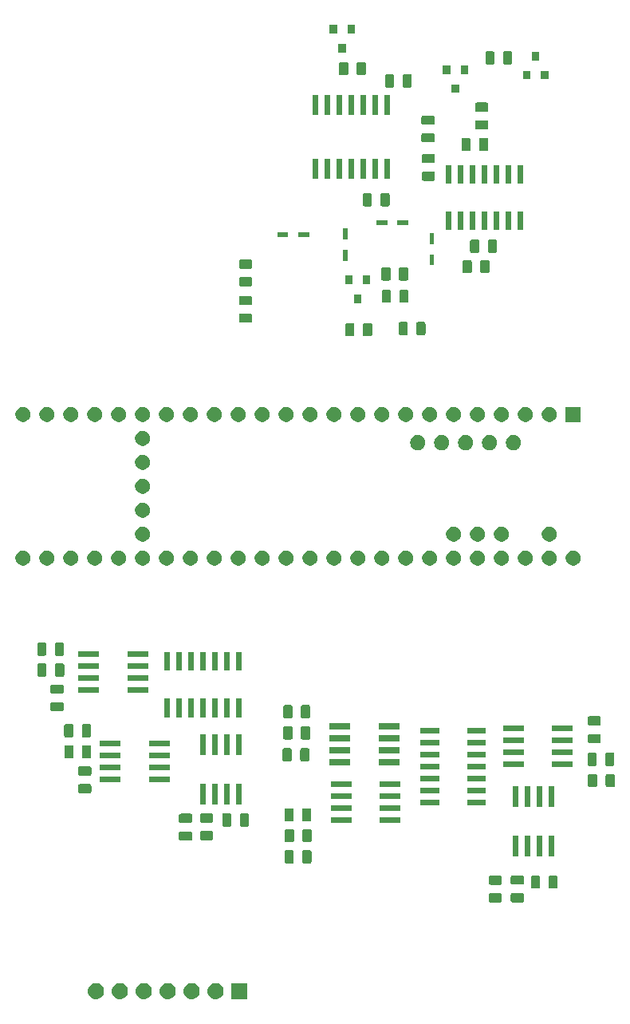
<source format=gts>
G04 #@! TF.GenerationSoftware,KiCad,Pcbnew,(5.0.1)-4*
G04 #@! TF.CreationDate,2019-11-28T20:44:47-06:00*
G04 #@! TF.ProjectId,new_synth_transistor,6E65775F73796E74685F7472616E7369,rev?*
G04 #@! TF.SameCoordinates,Original*
G04 #@! TF.FileFunction,Soldermask,Top*
G04 #@! TF.FilePolarity,Negative*
%FSLAX46Y46*%
G04 Gerber Fmt 4.6, Leading zero omitted, Abs format (unit mm)*
G04 Created by KiCad (PCBNEW (5.0.1)-4) date 11/28/2019 8:44:47 PM*
%MOMM*%
%LPD*%
G01*
G04 APERTURE LIST*
%ADD10C,0.100000*%
G04 APERTURE END LIST*
D10*
G36*
X237443270Y-120614939D02*
X237603495Y-120663543D01*
X237751160Y-120742471D01*
X237880589Y-120848691D01*
X237986809Y-120978120D01*
X238065737Y-121125785D01*
X238114341Y-121286010D01*
X238130752Y-121452640D01*
X238114341Y-121619270D01*
X238065737Y-121779495D01*
X237986809Y-121927160D01*
X237880589Y-122056589D01*
X237751160Y-122162809D01*
X237603495Y-122241737D01*
X237443270Y-122290341D01*
X237318392Y-122302640D01*
X237234888Y-122302640D01*
X237110010Y-122290341D01*
X236949785Y-122241737D01*
X236802120Y-122162809D01*
X236672691Y-122056589D01*
X236566471Y-121927160D01*
X236487543Y-121779495D01*
X236438939Y-121619270D01*
X236422528Y-121452640D01*
X236438939Y-121286010D01*
X236487543Y-121125785D01*
X236566471Y-120978120D01*
X236672691Y-120848691D01*
X236802120Y-120742471D01*
X236949785Y-120663543D01*
X237110010Y-120614939D01*
X237234888Y-120602640D01*
X237318392Y-120602640D01*
X237443270Y-120614939D01*
X237443270Y-120614939D01*
G37*
G36*
X239983270Y-120614939D02*
X240143495Y-120663543D01*
X240291160Y-120742471D01*
X240420589Y-120848691D01*
X240526809Y-120978120D01*
X240605737Y-121125785D01*
X240654341Y-121286010D01*
X240670752Y-121452640D01*
X240654341Y-121619270D01*
X240605737Y-121779495D01*
X240526809Y-121927160D01*
X240420589Y-122056589D01*
X240291160Y-122162809D01*
X240143495Y-122241737D01*
X239983270Y-122290341D01*
X239858392Y-122302640D01*
X239774888Y-122302640D01*
X239650010Y-122290341D01*
X239489785Y-122241737D01*
X239342120Y-122162809D01*
X239212691Y-122056589D01*
X239106471Y-121927160D01*
X239027543Y-121779495D01*
X238978939Y-121619270D01*
X238962528Y-121452640D01*
X238978939Y-121286010D01*
X239027543Y-121125785D01*
X239106471Y-120978120D01*
X239212691Y-120848691D01*
X239342120Y-120742471D01*
X239489785Y-120663543D01*
X239650010Y-120614939D01*
X239774888Y-120602640D01*
X239858392Y-120602640D01*
X239983270Y-120614939D01*
X239983270Y-120614939D01*
G37*
G36*
X243206640Y-122302640D02*
X241506640Y-122302640D01*
X241506640Y-120602640D01*
X243206640Y-120602640D01*
X243206640Y-122302640D01*
X243206640Y-122302640D01*
G37*
G36*
X227283270Y-120614939D02*
X227443495Y-120663543D01*
X227591160Y-120742471D01*
X227720589Y-120848691D01*
X227826809Y-120978120D01*
X227905737Y-121125785D01*
X227954341Y-121286010D01*
X227970752Y-121452640D01*
X227954341Y-121619270D01*
X227905737Y-121779495D01*
X227826809Y-121927160D01*
X227720589Y-122056589D01*
X227591160Y-122162809D01*
X227443495Y-122241737D01*
X227283270Y-122290341D01*
X227158392Y-122302640D01*
X227074888Y-122302640D01*
X226950010Y-122290341D01*
X226789785Y-122241737D01*
X226642120Y-122162809D01*
X226512691Y-122056589D01*
X226406471Y-121927160D01*
X226327543Y-121779495D01*
X226278939Y-121619270D01*
X226262528Y-121452640D01*
X226278939Y-121286010D01*
X226327543Y-121125785D01*
X226406471Y-120978120D01*
X226512691Y-120848691D01*
X226642120Y-120742471D01*
X226789785Y-120663543D01*
X226950010Y-120614939D01*
X227074888Y-120602640D01*
X227158392Y-120602640D01*
X227283270Y-120614939D01*
X227283270Y-120614939D01*
G37*
G36*
X232363270Y-120614939D02*
X232523495Y-120663543D01*
X232671160Y-120742471D01*
X232800589Y-120848691D01*
X232906809Y-120978120D01*
X232985737Y-121125785D01*
X233034341Y-121286010D01*
X233050752Y-121452640D01*
X233034341Y-121619270D01*
X232985737Y-121779495D01*
X232906809Y-121927160D01*
X232800589Y-122056589D01*
X232671160Y-122162809D01*
X232523495Y-122241737D01*
X232363270Y-122290341D01*
X232238392Y-122302640D01*
X232154888Y-122302640D01*
X232030010Y-122290341D01*
X231869785Y-122241737D01*
X231722120Y-122162809D01*
X231592691Y-122056589D01*
X231486471Y-121927160D01*
X231407543Y-121779495D01*
X231358939Y-121619270D01*
X231342528Y-121452640D01*
X231358939Y-121286010D01*
X231407543Y-121125785D01*
X231486471Y-120978120D01*
X231592691Y-120848691D01*
X231722120Y-120742471D01*
X231869785Y-120663543D01*
X232030010Y-120614939D01*
X232154888Y-120602640D01*
X232238392Y-120602640D01*
X232363270Y-120614939D01*
X232363270Y-120614939D01*
G37*
G36*
X229823270Y-120614939D02*
X229983495Y-120663543D01*
X230131160Y-120742471D01*
X230260589Y-120848691D01*
X230366809Y-120978120D01*
X230445737Y-121125785D01*
X230494341Y-121286010D01*
X230510752Y-121452640D01*
X230494341Y-121619270D01*
X230445737Y-121779495D01*
X230366809Y-121927160D01*
X230260589Y-122056589D01*
X230131160Y-122162809D01*
X229983495Y-122241737D01*
X229823270Y-122290341D01*
X229698392Y-122302640D01*
X229614888Y-122302640D01*
X229490010Y-122290341D01*
X229329785Y-122241737D01*
X229182120Y-122162809D01*
X229052691Y-122056589D01*
X228946471Y-121927160D01*
X228867543Y-121779495D01*
X228818939Y-121619270D01*
X228802528Y-121452640D01*
X228818939Y-121286010D01*
X228867543Y-121125785D01*
X228946471Y-120978120D01*
X229052691Y-120848691D01*
X229182120Y-120742471D01*
X229329785Y-120663543D01*
X229490010Y-120614939D01*
X229614888Y-120602640D01*
X229698392Y-120602640D01*
X229823270Y-120614939D01*
X229823270Y-120614939D01*
G37*
G36*
X234903270Y-120614939D02*
X235063495Y-120663543D01*
X235211160Y-120742471D01*
X235340589Y-120848691D01*
X235446809Y-120978120D01*
X235525737Y-121125785D01*
X235574341Y-121286010D01*
X235590752Y-121452640D01*
X235574341Y-121619270D01*
X235525737Y-121779495D01*
X235446809Y-121927160D01*
X235340589Y-122056589D01*
X235211160Y-122162809D01*
X235063495Y-122241737D01*
X234903270Y-122290341D01*
X234778392Y-122302640D01*
X234694888Y-122302640D01*
X234570010Y-122290341D01*
X234409785Y-122241737D01*
X234262120Y-122162809D01*
X234132691Y-122056589D01*
X234026471Y-121927160D01*
X233947543Y-121779495D01*
X233898939Y-121619270D01*
X233882528Y-121452640D01*
X233898939Y-121286010D01*
X233947543Y-121125785D01*
X234026471Y-120978120D01*
X234132691Y-120848691D01*
X234262120Y-120742471D01*
X234409785Y-120663543D01*
X234570010Y-120614939D01*
X234694888Y-120602640D01*
X234778392Y-120602640D01*
X234903270Y-120614939D01*
X234903270Y-120614939D01*
G37*
G36*
X270068312Y-111071076D02*
X270102203Y-111081357D01*
X270133431Y-111098048D01*
X270160805Y-111120515D01*
X270183272Y-111147889D01*
X270199963Y-111179117D01*
X270210244Y-111213008D01*
X270214320Y-111254391D01*
X270214320Y-111854609D01*
X270210244Y-111895992D01*
X270199963Y-111929883D01*
X270183272Y-111961111D01*
X270160805Y-111988485D01*
X270133431Y-112010952D01*
X270102203Y-112027643D01*
X270068312Y-112037924D01*
X270026929Y-112042000D01*
X269001711Y-112042000D01*
X268960328Y-112037924D01*
X268926437Y-112027643D01*
X268895209Y-112010952D01*
X268867835Y-111988485D01*
X268845368Y-111961111D01*
X268828677Y-111929883D01*
X268818396Y-111895992D01*
X268814320Y-111854609D01*
X268814320Y-111254391D01*
X268818396Y-111213008D01*
X268828677Y-111179117D01*
X268845368Y-111147889D01*
X268867835Y-111120515D01*
X268895209Y-111098048D01*
X268926437Y-111081357D01*
X268960328Y-111071076D01*
X269001711Y-111067000D01*
X270026929Y-111067000D01*
X270068312Y-111071076D01*
X270068312Y-111071076D01*
G37*
G36*
X272400032Y-111065996D02*
X272433923Y-111076277D01*
X272465151Y-111092968D01*
X272492525Y-111115435D01*
X272514992Y-111142809D01*
X272531683Y-111174037D01*
X272541964Y-111207928D01*
X272546040Y-111249311D01*
X272546040Y-111849529D01*
X272541964Y-111890912D01*
X272531683Y-111924803D01*
X272514992Y-111956031D01*
X272492525Y-111983405D01*
X272465151Y-112005872D01*
X272433923Y-112022563D01*
X272400032Y-112032844D01*
X272358649Y-112036920D01*
X271333431Y-112036920D01*
X271292048Y-112032844D01*
X271258157Y-112022563D01*
X271226929Y-112005872D01*
X271199555Y-111983405D01*
X271177088Y-111956031D01*
X271160397Y-111924803D01*
X271150116Y-111890912D01*
X271146040Y-111849529D01*
X271146040Y-111249311D01*
X271150116Y-111207928D01*
X271160397Y-111174037D01*
X271177088Y-111142809D01*
X271199555Y-111115435D01*
X271226929Y-111092968D01*
X271258157Y-111076277D01*
X271292048Y-111065996D01*
X271333431Y-111061920D01*
X272358649Y-111061920D01*
X272400032Y-111065996D01*
X272400032Y-111065996D01*
G37*
G36*
X275991733Y-109184773D02*
X276025624Y-109195054D01*
X276056852Y-109211745D01*
X276084226Y-109234212D01*
X276106693Y-109261586D01*
X276123384Y-109292814D01*
X276133665Y-109326705D01*
X276137741Y-109368088D01*
X276137741Y-110393306D01*
X276133665Y-110434689D01*
X276123384Y-110468580D01*
X276106693Y-110499808D01*
X276084226Y-110527182D01*
X276056852Y-110549649D01*
X276025624Y-110566340D01*
X275991733Y-110576621D01*
X275950350Y-110580697D01*
X275350132Y-110580697D01*
X275308749Y-110576621D01*
X275274858Y-110566340D01*
X275243630Y-110549649D01*
X275216256Y-110527182D01*
X275193789Y-110499808D01*
X275177098Y-110468580D01*
X275166817Y-110434689D01*
X275162741Y-110393306D01*
X275162741Y-109368088D01*
X275166817Y-109326705D01*
X275177098Y-109292814D01*
X275193789Y-109261586D01*
X275216256Y-109234212D01*
X275243630Y-109211745D01*
X275274858Y-109195054D01*
X275308749Y-109184773D01*
X275350132Y-109180697D01*
X275950350Y-109180697D01*
X275991733Y-109184773D01*
X275991733Y-109184773D01*
G37*
G36*
X274116733Y-109184773D02*
X274150624Y-109195054D01*
X274181852Y-109211745D01*
X274209226Y-109234212D01*
X274231693Y-109261586D01*
X274248384Y-109292814D01*
X274258665Y-109326705D01*
X274262741Y-109368088D01*
X274262741Y-110393306D01*
X274258665Y-110434689D01*
X274248384Y-110468580D01*
X274231693Y-110499808D01*
X274209226Y-110527182D01*
X274181852Y-110549649D01*
X274150624Y-110566340D01*
X274116733Y-110576621D01*
X274075350Y-110580697D01*
X273475132Y-110580697D01*
X273433749Y-110576621D01*
X273399858Y-110566340D01*
X273368630Y-110549649D01*
X273341256Y-110527182D01*
X273318789Y-110499808D01*
X273302098Y-110468580D01*
X273291817Y-110434689D01*
X273287741Y-110393306D01*
X273287741Y-109368088D01*
X273291817Y-109326705D01*
X273302098Y-109292814D01*
X273318789Y-109261586D01*
X273341256Y-109234212D01*
X273368630Y-109211745D01*
X273399858Y-109195054D01*
X273433749Y-109184773D01*
X273475132Y-109180697D01*
X274075350Y-109180697D01*
X274116733Y-109184773D01*
X274116733Y-109184773D01*
G37*
G36*
X270068312Y-109196076D02*
X270102203Y-109206357D01*
X270133431Y-109223048D01*
X270160805Y-109245515D01*
X270183272Y-109272889D01*
X270199963Y-109304117D01*
X270210244Y-109338008D01*
X270214320Y-109379391D01*
X270214320Y-109979609D01*
X270210244Y-110020992D01*
X270199963Y-110054883D01*
X270183272Y-110086111D01*
X270160805Y-110113485D01*
X270133431Y-110135952D01*
X270102203Y-110152643D01*
X270068312Y-110162924D01*
X270026929Y-110167000D01*
X269001711Y-110167000D01*
X268960328Y-110162924D01*
X268926437Y-110152643D01*
X268895209Y-110135952D01*
X268867835Y-110113485D01*
X268845368Y-110086111D01*
X268828677Y-110054883D01*
X268818396Y-110020992D01*
X268814320Y-109979609D01*
X268814320Y-109379391D01*
X268818396Y-109338008D01*
X268828677Y-109304117D01*
X268845368Y-109272889D01*
X268867835Y-109245515D01*
X268895209Y-109223048D01*
X268926437Y-109206357D01*
X268960328Y-109196076D01*
X269001711Y-109192000D01*
X270026929Y-109192000D01*
X270068312Y-109196076D01*
X270068312Y-109196076D01*
G37*
G36*
X272400032Y-109190996D02*
X272433923Y-109201277D01*
X272465151Y-109217968D01*
X272492525Y-109240435D01*
X272514992Y-109267809D01*
X272531683Y-109299037D01*
X272541964Y-109332928D01*
X272546040Y-109374311D01*
X272546040Y-109974529D01*
X272541964Y-110015912D01*
X272531683Y-110049803D01*
X272514992Y-110081031D01*
X272492525Y-110108405D01*
X272465151Y-110130872D01*
X272433923Y-110147563D01*
X272400032Y-110157844D01*
X272358649Y-110161920D01*
X271333431Y-110161920D01*
X271292048Y-110157844D01*
X271258157Y-110147563D01*
X271226929Y-110130872D01*
X271199555Y-110108405D01*
X271177088Y-110081031D01*
X271160397Y-110049803D01*
X271150116Y-110015912D01*
X271146040Y-109974529D01*
X271146040Y-109374311D01*
X271150116Y-109332928D01*
X271160397Y-109299037D01*
X271177088Y-109267809D01*
X271199555Y-109240435D01*
X271226929Y-109217968D01*
X271258157Y-109201277D01*
X271292048Y-109190996D01*
X271333431Y-109186920D01*
X272358649Y-109186920D01*
X272400032Y-109190996D01*
X272400032Y-109190996D01*
G37*
G36*
X247980687Y-106503077D02*
X248014578Y-106513358D01*
X248045806Y-106530049D01*
X248073180Y-106552516D01*
X248095647Y-106579890D01*
X248112338Y-106611118D01*
X248122619Y-106645009D01*
X248126695Y-106686392D01*
X248126695Y-107711610D01*
X248122619Y-107752993D01*
X248112338Y-107786884D01*
X248095647Y-107818112D01*
X248073180Y-107845486D01*
X248045806Y-107867953D01*
X248014578Y-107884644D01*
X247980687Y-107894925D01*
X247939304Y-107899001D01*
X247339086Y-107899001D01*
X247297703Y-107894925D01*
X247263812Y-107884644D01*
X247232584Y-107867953D01*
X247205210Y-107845486D01*
X247182743Y-107818112D01*
X247166052Y-107786884D01*
X247155771Y-107752993D01*
X247151695Y-107711610D01*
X247151695Y-106686392D01*
X247155771Y-106645009D01*
X247166052Y-106611118D01*
X247182743Y-106579890D01*
X247205210Y-106552516D01*
X247232584Y-106530049D01*
X247263812Y-106513358D01*
X247297703Y-106503077D01*
X247339086Y-106499001D01*
X247939304Y-106499001D01*
X247980687Y-106503077D01*
X247980687Y-106503077D01*
G37*
G36*
X249855687Y-106503077D02*
X249889578Y-106513358D01*
X249920806Y-106530049D01*
X249948180Y-106552516D01*
X249970647Y-106579890D01*
X249987338Y-106611118D01*
X249997619Y-106645009D01*
X250001695Y-106686392D01*
X250001695Y-107711610D01*
X249997619Y-107752993D01*
X249987338Y-107786884D01*
X249970647Y-107818112D01*
X249948180Y-107845486D01*
X249920806Y-107867953D01*
X249889578Y-107884644D01*
X249855687Y-107894925D01*
X249814304Y-107899001D01*
X249214086Y-107899001D01*
X249172703Y-107894925D01*
X249138812Y-107884644D01*
X249107584Y-107867953D01*
X249080210Y-107845486D01*
X249057743Y-107818112D01*
X249041052Y-107786884D01*
X249030771Y-107752993D01*
X249026695Y-107711610D01*
X249026695Y-106686392D01*
X249030771Y-106645009D01*
X249041052Y-106611118D01*
X249057743Y-106579890D01*
X249080210Y-106552516D01*
X249107584Y-106530049D01*
X249138812Y-106513358D01*
X249172703Y-106503077D01*
X249214086Y-106499001D01*
X249814304Y-106499001D01*
X249855687Y-106503077D01*
X249855687Y-106503077D01*
G37*
G36*
X273234741Y-107129097D02*
X272634741Y-107129097D01*
X272634741Y-104929097D01*
X273234741Y-104929097D01*
X273234741Y-107129097D01*
X273234741Y-107129097D01*
G37*
G36*
X275774741Y-107129097D02*
X275174741Y-107129097D01*
X275174741Y-104929097D01*
X275774741Y-104929097D01*
X275774741Y-107129097D01*
X275774741Y-107129097D01*
G37*
G36*
X271964741Y-107129097D02*
X271364741Y-107129097D01*
X271364741Y-104929097D01*
X271964741Y-104929097D01*
X271964741Y-107129097D01*
X271964741Y-107129097D01*
G37*
G36*
X274504741Y-107129097D02*
X273904741Y-107129097D01*
X273904741Y-104929097D01*
X274504741Y-104929097D01*
X274504741Y-107129097D01*
X274504741Y-107129097D01*
G37*
G36*
X247988547Y-104252637D02*
X248022438Y-104262918D01*
X248053666Y-104279609D01*
X248081040Y-104302076D01*
X248103507Y-104329450D01*
X248120198Y-104360678D01*
X248130479Y-104394569D01*
X248134555Y-104435952D01*
X248134555Y-105461170D01*
X248130479Y-105502553D01*
X248120198Y-105536444D01*
X248103507Y-105567672D01*
X248081040Y-105595046D01*
X248053666Y-105617513D01*
X248022438Y-105634204D01*
X247988547Y-105644485D01*
X247947164Y-105648561D01*
X247346946Y-105648561D01*
X247305563Y-105644485D01*
X247271672Y-105634204D01*
X247240444Y-105617513D01*
X247213070Y-105595046D01*
X247190603Y-105567672D01*
X247173912Y-105536444D01*
X247163631Y-105502553D01*
X247159555Y-105461170D01*
X247159555Y-104435952D01*
X247163631Y-104394569D01*
X247173912Y-104360678D01*
X247190603Y-104329450D01*
X247213070Y-104302076D01*
X247240444Y-104279609D01*
X247271672Y-104262918D01*
X247305563Y-104252637D01*
X247346946Y-104248561D01*
X247947164Y-104248561D01*
X247988547Y-104252637D01*
X247988547Y-104252637D01*
G37*
G36*
X249863547Y-104252637D02*
X249897438Y-104262918D01*
X249928666Y-104279609D01*
X249956040Y-104302076D01*
X249978507Y-104329450D01*
X249995198Y-104360678D01*
X250005479Y-104394569D01*
X250009555Y-104435952D01*
X250009555Y-105461170D01*
X250005479Y-105502553D01*
X249995198Y-105536444D01*
X249978507Y-105567672D01*
X249956040Y-105595046D01*
X249928666Y-105617513D01*
X249897438Y-105634204D01*
X249863547Y-105644485D01*
X249822164Y-105648561D01*
X249221946Y-105648561D01*
X249180563Y-105644485D01*
X249146672Y-105634204D01*
X249115444Y-105617513D01*
X249088070Y-105595046D01*
X249065603Y-105567672D01*
X249048912Y-105536444D01*
X249038631Y-105502553D01*
X249034555Y-105461170D01*
X249034555Y-104435952D01*
X249038631Y-104394569D01*
X249048912Y-104360678D01*
X249065603Y-104329450D01*
X249088070Y-104302076D01*
X249115444Y-104279609D01*
X249146672Y-104262918D01*
X249180563Y-104252637D01*
X249221946Y-104248561D01*
X249822164Y-104248561D01*
X249863547Y-104252637D01*
X249863547Y-104252637D01*
G37*
G36*
X237185472Y-104507716D02*
X237219363Y-104517997D01*
X237250591Y-104534688D01*
X237277965Y-104557155D01*
X237300432Y-104584529D01*
X237317123Y-104615757D01*
X237327404Y-104649648D01*
X237331480Y-104691031D01*
X237331480Y-105291249D01*
X237327404Y-105332632D01*
X237317123Y-105366523D01*
X237300432Y-105397751D01*
X237277965Y-105425125D01*
X237250591Y-105447592D01*
X237219363Y-105464283D01*
X237185472Y-105474564D01*
X237144089Y-105478640D01*
X236118871Y-105478640D01*
X236077488Y-105474564D01*
X236043597Y-105464283D01*
X236012369Y-105447592D01*
X235984995Y-105425125D01*
X235962528Y-105397751D01*
X235945837Y-105366523D01*
X235935556Y-105332632D01*
X235931480Y-105291249D01*
X235931480Y-104691031D01*
X235935556Y-104649648D01*
X235945837Y-104615757D01*
X235962528Y-104584529D01*
X235984995Y-104557155D01*
X236012369Y-104534688D01*
X236043597Y-104517997D01*
X236077488Y-104507716D01*
X236118871Y-104503640D01*
X237144089Y-104503640D01*
X237185472Y-104507716D01*
X237185472Y-104507716D01*
G37*
G36*
X239410512Y-104477236D02*
X239444403Y-104487517D01*
X239475631Y-104504208D01*
X239503005Y-104526675D01*
X239525472Y-104554049D01*
X239542163Y-104585277D01*
X239552444Y-104619168D01*
X239556520Y-104660551D01*
X239556520Y-105260769D01*
X239552444Y-105302152D01*
X239542163Y-105336043D01*
X239525472Y-105367271D01*
X239503005Y-105394645D01*
X239475631Y-105417112D01*
X239444403Y-105433803D01*
X239410512Y-105444084D01*
X239369129Y-105448160D01*
X238343911Y-105448160D01*
X238302528Y-105444084D01*
X238268637Y-105433803D01*
X238237409Y-105417112D01*
X238210035Y-105394645D01*
X238187568Y-105367271D01*
X238170877Y-105336043D01*
X238160596Y-105302152D01*
X238156520Y-105260769D01*
X238156520Y-104660551D01*
X238160596Y-104619168D01*
X238170877Y-104585277D01*
X238187568Y-104554049D01*
X238210035Y-104526675D01*
X238237409Y-104504208D01*
X238268637Y-104487517D01*
X238302528Y-104477236D01*
X238343911Y-104473160D01*
X239369129Y-104473160D01*
X239410512Y-104477236D01*
X239410512Y-104477236D01*
G37*
G36*
X243216292Y-102595716D02*
X243250183Y-102605997D01*
X243281411Y-102622688D01*
X243308785Y-102645155D01*
X243331252Y-102672529D01*
X243347943Y-102703757D01*
X243358224Y-102737648D01*
X243362300Y-102779031D01*
X243362300Y-103804249D01*
X243358224Y-103845632D01*
X243347943Y-103879523D01*
X243331252Y-103910751D01*
X243308785Y-103938125D01*
X243281411Y-103960592D01*
X243250183Y-103977283D01*
X243216292Y-103987564D01*
X243174909Y-103991640D01*
X242574691Y-103991640D01*
X242533308Y-103987564D01*
X242499417Y-103977283D01*
X242468189Y-103960592D01*
X242440815Y-103938125D01*
X242418348Y-103910751D01*
X242401657Y-103879523D01*
X242391376Y-103845632D01*
X242387300Y-103804249D01*
X242387300Y-102779031D01*
X242391376Y-102737648D01*
X242401657Y-102703757D01*
X242418348Y-102672529D01*
X242440815Y-102645155D01*
X242468189Y-102622688D01*
X242499417Y-102605997D01*
X242533308Y-102595716D01*
X242574691Y-102591640D01*
X243174909Y-102591640D01*
X243216292Y-102595716D01*
X243216292Y-102595716D01*
G37*
G36*
X241341292Y-102595716D02*
X241375183Y-102605997D01*
X241406411Y-102622688D01*
X241433785Y-102645155D01*
X241456252Y-102672529D01*
X241472943Y-102703757D01*
X241483224Y-102737648D01*
X241487300Y-102779031D01*
X241487300Y-103804249D01*
X241483224Y-103845632D01*
X241472943Y-103879523D01*
X241456252Y-103910751D01*
X241433785Y-103938125D01*
X241406411Y-103960592D01*
X241375183Y-103977283D01*
X241341292Y-103987564D01*
X241299909Y-103991640D01*
X240699691Y-103991640D01*
X240658308Y-103987564D01*
X240624417Y-103977283D01*
X240593189Y-103960592D01*
X240565815Y-103938125D01*
X240543348Y-103910751D01*
X240526657Y-103879523D01*
X240516376Y-103845632D01*
X240512300Y-103804249D01*
X240512300Y-102779031D01*
X240516376Y-102737648D01*
X240526657Y-102703757D01*
X240543348Y-102672529D01*
X240565815Y-102645155D01*
X240593189Y-102622688D01*
X240624417Y-102605997D01*
X240658308Y-102595716D01*
X240699691Y-102591640D01*
X241299909Y-102591640D01*
X241341292Y-102595716D01*
X241341292Y-102595716D01*
G37*
G36*
X237185472Y-102632716D02*
X237219363Y-102642997D01*
X237250591Y-102659688D01*
X237277965Y-102682155D01*
X237300432Y-102709529D01*
X237317123Y-102740757D01*
X237327404Y-102774648D01*
X237331480Y-102816031D01*
X237331480Y-103416249D01*
X237327404Y-103457632D01*
X237317123Y-103491523D01*
X237300432Y-103522751D01*
X237277965Y-103550125D01*
X237250591Y-103572592D01*
X237219363Y-103589283D01*
X237185472Y-103599564D01*
X237144089Y-103603640D01*
X236118871Y-103603640D01*
X236077488Y-103599564D01*
X236043597Y-103589283D01*
X236012369Y-103572592D01*
X235984995Y-103550125D01*
X235962528Y-103522751D01*
X235945837Y-103491523D01*
X235935556Y-103457632D01*
X235931480Y-103416249D01*
X235931480Y-102816031D01*
X235935556Y-102774648D01*
X235945837Y-102740757D01*
X235962528Y-102709529D01*
X235984995Y-102682155D01*
X236012369Y-102659688D01*
X236043597Y-102642997D01*
X236077488Y-102632716D01*
X236118871Y-102628640D01*
X237144089Y-102628640D01*
X237185472Y-102632716D01*
X237185472Y-102632716D01*
G37*
G36*
X259439612Y-103592780D02*
X257239612Y-103592780D01*
X257239612Y-102992780D01*
X259439612Y-102992780D01*
X259439612Y-103592780D01*
X259439612Y-103592780D01*
G37*
G36*
X254239612Y-103592780D02*
X252039612Y-103592780D01*
X252039612Y-102992780D01*
X254239612Y-102992780D01*
X254239612Y-103592780D01*
X254239612Y-103592780D01*
G37*
G36*
X239410512Y-102602236D02*
X239444403Y-102612517D01*
X239475631Y-102629208D01*
X239503005Y-102651675D01*
X239525472Y-102679049D01*
X239542163Y-102710277D01*
X239552444Y-102744168D01*
X239556520Y-102785551D01*
X239556520Y-103385769D01*
X239552444Y-103427152D01*
X239542163Y-103461043D01*
X239525472Y-103492271D01*
X239503005Y-103519645D01*
X239475631Y-103542112D01*
X239444403Y-103558803D01*
X239410512Y-103569084D01*
X239369129Y-103573160D01*
X238343911Y-103573160D01*
X238302528Y-103569084D01*
X238268637Y-103558803D01*
X238237409Y-103542112D01*
X238210035Y-103519645D01*
X238187568Y-103492271D01*
X238170877Y-103461043D01*
X238160596Y-103427152D01*
X238156520Y-103385769D01*
X238156520Y-102785551D01*
X238160596Y-102744168D01*
X238170877Y-102710277D01*
X238187568Y-102679049D01*
X238210035Y-102651675D01*
X238237409Y-102629208D01*
X238268637Y-102612517D01*
X238302528Y-102602236D01*
X238343911Y-102598160D01*
X239369129Y-102598160D01*
X239410512Y-102602236D01*
X239410512Y-102602236D01*
G37*
G36*
X249830287Y-102052997D02*
X249864178Y-102063278D01*
X249895406Y-102079969D01*
X249922780Y-102102436D01*
X249945247Y-102129810D01*
X249961938Y-102161038D01*
X249972219Y-102194929D01*
X249976295Y-102236312D01*
X249976295Y-103261530D01*
X249972219Y-103302913D01*
X249961938Y-103336804D01*
X249945247Y-103368032D01*
X249922780Y-103395406D01*
X249895406Y-103417873D01*
X249864178Y-103434564D01*
X249830287Y-103444845D01*
X249788904Y-103448921D01*
X249188686Y-103448921D01*
X249147303Y-103444845D01*
X249113412Y-103434564D01*
X249082184Y-103417873D01*
X249054810Y-103395406D01*
X249032343Y-103368032D01*
X249015652Y-103336804D01*
X249005371Y-103302913D01*
X249001295Y-103261530D01*
X249001295Y-102236312D01*
X249005371Y-102194929D01*
X249015652Y-102161038D01*
X249032343Y-102129810D01*
X249054810Y-102102436D01*
X249082184Y-102079969D01*
X249113412Y-102063278D01*
X249147303Y-102052997D01*
X249188686Y-102048921D01*
X249788904Y-102048921D01*
X249830287Y-102052997D01*
X249830287Y-102052997D01*
G37*
G36*
X247955287Y-102052997D02*
X247989178Y-102063278D01*
X248020406Y-102079969D01*
X248047780Y-102102436D01*
X248070247Y-102129810D01*
X248086938Y-102161038D01*
X248097219Y-102194929D01*
X248101295Y-102236312D01*
X248101295Y-103261530D01*
X248097219Y-103302913D01*
X248086938Y-103336804D01*
X248070247Y-103368032D01*
X248047780Y-103395406D01*
X248020406Y-103417873D01*
X247989178Y-103434564D01*
X247955287Y-103444845D01*
X247913904Y-103448921D01*
X247313686Y-103448921D01*
X247272303Y-103444845D01*
X247238412Y-103434564D01*
X247207184Y-103417873D01*
X247179810Y-103395406D01*
X247157343Y-103368032D01*
X247140652Y-103336804D01*
X247130371Y-103302913D01*
X247126295Y-103261530D01*
X247126295Y-102236312D01*
X247130371Y-102194929D01*
X247140652Y-102161038D01*
X247157343Y-102129810D01*
X247179810Y-102102436D01*
X247207184Y-102079969D01*
X247238412Y-102063278D01*
X247272303Y-102052997D01*
X247313686Y-102048921D01*
X247913904Y-102048921D01*
X247955287Y-102052997D01*
X247955287Y-102052997D01*
G37*
G36*
X254239612Y-102322780D02*
X252039612Y-102322780D01*
X252039612Y-101722780D01*
X254239612Y-101722780D01*
X254239612Y-102322780D01*
X254239612Y-102322780D01*
G37*
G36*
X259439612Y-102322780D02*
X257239612Y-102322780D01*
X257239612Y-101722780D01*
X259439612Y-101722780D01*
X259439612Y-102322780D01*
X259439612Y-102322780D01*
G37*
G36*
X275774741Y-101929097D02*
X275174741Y-101929097D01*
X275174741Y-99729097D01*
X275774741Y-99729097D01*
X275774741Y-101929097D01*
X275774741Y-101929097D01*
G37*
G36*
X273234741Y-101929097D02*
X272634741Y-101929097D01*
X272634741Y-99729097D01*
X273234741Y-99729097D01*
X273234741Y-101929097D01*
X273234741Y-101929097D01*
G37*
G36*
X271964741Y-101929097D02*
X271364741Y-101929097D01*
X271364741Y-99729097D01*
X271964741Y-99729097D01*
X271964741Y-101929097D01*
X271964741Y-101929097D01*
G37*
G36*
X274504741Y-101929097D02*
X273904741Y-101929097D01*
X273904741Y-99729097D01*
X274504741Y-99729097D01*
X274504741Y-101929097D01*
X274504741Y-101929097D01*
G37*
G36*
X263548840Y-101732360D02*
X261578840Y-101732360D01*
X261578840Y-101132360D01*
X263548840Y-101132360D01*
X263548840Y-101732360D01*
X263548840Y-101732360D01*
G37*
G36*
X268498840Y-101732360D02*
X266528840Y-101732360D01*
X266528840Y-101132360D01*
X268498840Y-101132360D01*
X268498840Y-101732360D01*
X268498840Y-101732360D01*
G37*
G36*
X238790760Y-101617000D02*
X238190760Y-101617000D01*
X238190760Y-99417000D01*
X238790760Y-99417000D01*
X238790760Y-101617000D01*
X238790760Y-101617000D01*
G37*
G36*
X242600760Y-101617000D02*
X242000760Y-101617000D01*
X242000760Y-99417000D01*
X242600760Y-99417000D01*
X242600760Y-101617000D01*
X242600760Y-101617000D01*
G37*
G36*
X241330760Y-101617000D02*
X240730760Y-101617000D01*
X240730760Y-99417000D01*
X241330760Y-99417000D01*
X241330760Y-101617000D01*
X241330760Y-101617000D01*
G37*
G36*
X240060760Y-101617000D02*
X239460760Y-101617000D01*
X239460760Y-99417000D01*
X240060760Y-99417000D01*
X240060760Y-101617000D01*
X240060760Y-101617000D01*
G37*
G36*
X259439612Y-101052780D02*
X257239612Y-101052780D01*
X257239612Y-100452780D01*
X259439612Y-100452780D01*
X259439612Y-101052780D01*
X259439612Y-101052780D01*
G37*
G36*
X254239612Y-101052780D02*
X252039612Y-101052780D01*
X252039612Y-100452780D01*
X254239612Y-100452780D01*
X254239612Y-101052780D01*
X254239612Y-101052780D01*
G37*
G36*
X268498840Y-100462360D02*
X266528840Y-100462360D01*
X266528840Y-99862360D01*
X268498840Y-99862360D01*
X268498840Y-100462360D01*
X268498840Y-100462360D01*
G37*
G36*
X263548840Y-100462360D02*
X261578840Y-100462360D01*
X261578840Y-99862360D01*
X263548840Y-99862360D01*
X263548840Y-100462360D01*
X263548840Y-100462360D01*
G37*
G36*
X226483122Y-99487509D02*
X226517013Y-99497790D01*
X226548241Y-99514481D01*
X226575615Y-99536948D01*
X226598082Y-99564322D01*
X226614773Y-99595550D01*
X226625054Y-99629441D01*
X226629130Y-99670824D01*
X226629130Y-100271042D01*
X226625054Y-100312425D01*
X226614773Y-100346316D01*
X226598082Y-100377544D01*
X226575615Y-100404918D01*
X226548241Y-100427385D01*
X226517013Y-100444076D01*
X226483122Y-100454357D01*
X226441739Y-100458433D01*
X225416521Y-100458433D01*
X225375138Y-100454357D01*
X225341247Y-100444076D01*
X225310019Y-100427385D01*
X225282645Y-100404918D01*
X225260178Y-100377544D01*
X225243487Y-100346316D01*
X225233206Y-100312425D01*
X225229130Y-100271042D01*
X225229130Y-99670824D01*
X225233206Y-99629441D01*
X225243487Y-99595550D01*
X225260178Y-99564322D01*
X225282645Y-99536948D01*
X225310019Y-99514481D01*
X225341247Y-99497790D01*
X225375138Y-99487509D01*
X225416521Y-99483433D01*
X226441739Y-99483433D01*
X226483122Y-99487509D01*
X226483122Y-99487509D01*
G37*
G36*
X280185752Y-98414876D02*
X280219643Y-98425157D01*
X280250871Y-98441848D01*
X280278245Y-98464315D01*
X280300712Y-98491689D01*
X280317403Y-98522917D01*
X280327684Y-98556808D01*
X280331760Y-98598191D01*
X280331760Y-99623409D01*
X280327684Y-99664792D01*
X280317403Y-99698683D01*
X280300712Y-99729911D01*
X280278245Y-99757285D01*
X280250871Y-99779752D01*
X280219643Y-99796443D01*
X280185752Y-99806724D01*
X280144369Y-99810800D01*
X279544151Y-99810800D01*
X279502768Y-99806724D01*
X279468877Y-99796443D01*
X279437649Y-99779752D01*
X279410275Y-99757285D01*
X279387808Y-99729911D01*
X279371117Y-99698683D01*
X279360836Y-99664792D01*
X279356760Y-99623409D01*
X279356760Y-98598191D01*
X279360836Y-98556808D01*
X279371117Y-98522917D01*
X279387808Y-98491689D01*
X279410275Y-98464315D01*
X279437649Y-98441848D01*
X279468877Y-98425157D01*
X279502768Y-98414876D01*
X279544151Y-98410800D01*
X280144369Y-98410800D01*
X280185752Y-98414876D01*
X280185752Y-98414876D01*
G37*
G36*
X282060752Y-98414876D02*
X282094643Y-98425157D01*
X282125871Y-98441848D01*
X282153245Y-98464315D01*
X282175712Y-98491689D01*
X282192403Y-98522917D01*
X282202684Y-98556808D01*
X282206760Y-98598191D01*
X282206760Y-99623409D01*
X282202684Y-99664792D01*
X282192403Y-99698683D01*
X282175712Y-99729911D01*
X282153245Y-99757285D01*
X282125871Y-99779752D01*
X282094643Y-99796443D01*
X282060752Y-99806724D01*
X282019369Y-99810800D01*
X281419151Y-99810800D01*
X281377768Y-99806724D01*
X281343877Y-99796443D01*
X281312649Y-99779752D01*
X281285275Y-99757285D01*
X281262808Y-99729911D01*
X281246117Y-99698683D01*
X281235836Y-99664792D01*
X281231760Y-99623409D01*
X281231760Y-98598191D01*
X281235836Y-98556808D01*
X281246117Y-98522917D01*
X281262808Y-98491689D01*
X281285275Y-98464315D01*
X281312649Y-98441848D01*
X281343877Y-98425157D01*
X281377768Y-98414876D01*
X281419151Y-98410800D01*
X282019369Y-98410800D01*
X282060752Y-98414876D01*
X282060752Y-98414876D01*
G37*
G36*
X254239612Y-99782780D02*
X252039612Y-99782780D01*
X252039612Y-99182780D01*
X254239612Y-99182780D01*
X254239612Y-99782780D01*
X254239612Y-99782780D01*
G37*
G36*
X259439612Y-99782780D02*
X257239612Y-99782780D01*
X257239612Y-99182780D01*
X259439612Y-99182780D01*
X259439612Y-99782780D01*
X259439612Y-99782780D01*
G37*
G36*
X229752970Y-99252153D02*
X227552970Y-99252153D01*
X227552970Y-98652153D01*
X229752970Y-98652153D01*
X229752970Y-99252153D01*
X229752970Y-99252153D01*
G37*
G36*
X234952970Y-99252153D02*
X232752970Y-99252153D01*
X232752970Y-98652153D01*
X234952970Y-98652153D01*
X234952970Y-99252153D01*
X234952970Y-99252153D01*
G37*
G36*
X263548840Y-99192360D02*
X261578840Y-99192360D01*
X261578840Y-98592360D01*
X263548840Y-98592360D01*
X263548840Y-99192360D01*
X263548840Y-99192360D01*
G37*
G36*
X268498840Y-99192360D02*
X266528840Y-99192360D01*
X266528840Y-98592360D01*
X268498840Y-98592360D01*
X268498840Y-99192360D01*
X268498840Y-99192360D01*
G37*
G36*
X226483122Y-97612509D02*
X226517013Y-97622790D01*
X226548241Y-97639481D01*
X226575615Y-97661948D01*
X226598082Y-97689322D01*
X226614773Y-97720550D01*
X226625054Y-97754441D01*
X226629130Y-97795824D01*
X226629130Y-98396042D01*
X226625054Y-98437425D01*
X226614773Y-98471316D01*
X226598082Y-98502544D01*
X226575615Y-98529918D01*
X226548241Y-98552385D01*
X226517013Y-98569076D01*
X226483122Y-98579357D01*
X226441739Y-98583433D01*
X225416521Y-98583433D01*
X225375138Y-98579357D01*
X225341247Y-98569076D01*
X225310019Y-98552385D01*
X225282645Y-98529918D01*
X225260178Y-98502544D01*
X225243487Y-98471316D01*
X225233206Y-98437425D01*
X225229130Y-98396042D01*
X225229130Y-97795824D01*
X225233206Y-97754441D01*
X225243487Y-97720550D01*
X225260178Y-97689322D01*
X225282645Y-97661948D01*
X225310019Y-97639481D01*
X225341247Y-97622790D01*
X225375138Y-97612509D01*
X225416521Y-97608433D01*
X226441739Y-97608433D01*
X226483122Y-97612509D01*
X226483122Y-97612509D01*
G37*
G36*
X229752970Y-97982153D02*
X227552970Y-97982153D01*
X227552970Y-97382153D01*
X229752970Y-97382153D01*
X229752970Y-97982153D01*
X229752970Y-97982153D01*
G37*
G36*
X234952970Y-97982153D02*
X232752970Y-97982153D01*
X232752970Y-97382153D01*
X234952970Y-97382153D01*
X234952970Y-97982153D01*
X234952970Y-97982153D01*
G37*
G36*
X268498840Y-97922360D02*
X266528840Y-97922360D01*
X266528840Y-97322360D01*
X268498840Y-97322360D01*
X268498840Y-97922360D01*
X268498840Y-97922360D01*
G37*
G36*
X263548840Y-97922360D02*
X261578840Y-97922360D01*
X261578840Y-97322360D01*
X263548840Y-97322360D01*
X263548840Y-97922360D01*
X263548840Y-97922360D01*
G37*
G36*
X272520280Y-97688680D02*
X270320280Y-97688680D01*
X270320280Y-97088680D01*
X272520280Y-97088680D01*
X272520280Y-97688680D01*
X272520280Y-97688680D01*
G37*
G36*
X277720280Y-97688680D02*
X275520280Y-97688680D01*
X275520280Y-97088680D01*
X277720280Y-97088680D01*
X277720280Y-97688680D01*
X277720280Y-97688680D01*
G37*
G36*
X280142812Y-96164436D02*
X280176703Y-96174717D01*
X280207931Y-96191408D01*
X280235305Y-96213875D01*
X280257772Y-96241249D01*
X280274463Y-96272477D01*
X280284744Y-96306368D01*
X280288820Y-96347751D01*
X280288820Y-97372969D01*
X280284744Y-97414352D01*
X280274463Y-97448243D01*
X280257772Y-97479471D01*
X280235305Y-97506845D01*
X280207931Y-97529312D01*
X280176703Y-97546003D01*
X280142812Y-97556284D01*
X280101429Y-97560360D01*
X279501211Y-97560360D01*
X279459828Y-97556284D01*
X279425937Y-97546003D01*
X279394709Y-97529312D01*
X279367335Y-97506845D01*
X279344868Y-97479471D01*
X279328177Y-97448243D01*
X279317896Y-97414352D01*
X279313820Y-97372969D01*
X279313820Y-96347751D01*
X279317896Y-96306368D01*
X279328177Y-96272477D01*
X279344868Y-96241249D01*
X279367335Y-96213875D01*
X279394709Y-96191408D01*
X279425937Y-96174717D01*
X279459828Y-96164436D01*
X279501211Y-96160360D01*
X280101429Y-96160360D01*
X280142812Y-96164436D01*
X280142812Y-96164436D01*
G37*
G36*
X282017812Y-96164436D02*
X282051703Y-96174717D01*
X282082931Y-96191408D01*
X282110305Y-96213875D01*
X282132772Y-96241249D01*
X282149463Y-96272477D01*
X282159744Y-96306368D01*
X282163820Y-96347751D01*
X282163820Y-97372969D01*
X282159744Y-97414352D01*
X282149463Y-97448243D01*
X282132772Y-97479471D01*
X282110305Y-97506845D01*
X282082931Y-97529312D01*
X282051703Y-97546003D01*
X282017812Y-97556284D01*
X281976429Y-97560360D01*
X281376211Y-97560360D01*
X281334828Y-97556284D01*
X281300937Y-97546003D01*
X281269709Y-97529312D01*
X281242335Y-97506845D01*
X281219868Y-97479471D01*
X281203177Y-97448243D01*
X281192896Y-97414352D01*
X281188820Y-97372969D01*
X281188820Y-96347751D01*
X281192896Y-96306368D01*
X281203177Y-96272477D01*
X281219868Y-96241249D01*
X281242335Y-96213875D01*
X281269709Y-96191408D01*
X281300937Y-96174717D01*
X281334828Y-96164436D01*
X281376211Y-96160360D01*
X281976429Y-96160360D01*
X282017812Y-96164436D01*
X282017812Y-96164436D01*
G37*
G36*
X254127832Y-97469968D02*
X251927832Y-97469968D01*
X251927832Y-96869968D01*
X254127832Y-96869968D01*
X254127832Y-97469968D01*
X254127832Y-97469968D01*
G37*
G36*
X259327832Y-97469968D02*
X257127832Y-97469968D01*
X257127832Y-96869968D01*
X259327832Y-96869968D01*
X259327832Y-97469968D01*
X259327832Y-97469968D01*
G37*
G36*
X247760266Y-95680947D02*
X247794157Y-95691228D01*
X247825385Y-95707919D01*
X247852759Y-95730386D01*
X247875226Y-95757760D01*
X247891917Y-95788988D01*
X247902198Y-95822879D01*
X247906274Y-95864262D01*
X247906274Y-96889480D01*
X247902198Y-96930863D01*
X247891917Y-96964754D01*
X247875226Y-96995982D01*
X247852759Y-97023356D01*
X247825385Y-97045823D01*
X247794157Y-97062514D01*
X247760266Y-97072795D01*
X247718883Y-97076871D01*
X247118665Y-97076871D01*
X247077282Y-97072795D01*
X247043391Y-97062514D01*
X247012163Y-97045823D01*
X246984789Y-97023356D01*
X246962322Y-96995982D01*
X246945631Y-96964754D01*
X246935350Y-96930863D01*
X246931274Y-96889480D01*
X246931274Y-95864262D01*
X246935350Y-95822879D01*
X246945631Y-95788988D01*
X246962322Y-95757760D01*
X246984789Y-95730386D01*
X247012163Y-95707919D01*
X247043391Y-95691228D01*
X247077282Y-95680947D01*
X247118665Y-95676871D01*
X247718883Y-95676871D01*
X247760266Y-95680947D01*
X247760266Y-95680947D01*
G37*
G36*
X249635266Y-95680947D02*
X249669157Y-95691228D01*
X249700385Y-95707919D01*
X249727759Y-95730386D01*
X249750226Y-95757760D01*
X249766917Y-95788988D01*
X249777198Y-95822879D01*
X249781274Y-95864262D01*
X249781274Y-96889480D01*
X249777198Y-96930863D01*
X249766917Y-96964754D01*
X249750226Y-96995982D01*
X249727759Y-97023356D01*
X249700385Y-97045823D01*
X249669157Y-97062514D01*
X249635266Y-97072795D01*
X249593883Y-97076871D01*
X248993665Y-97076871D01*
X248952282Y-97072795D01*
X248918391Y-97062514D01*
X248887163Y-97045823D01*
X248859789Y-97023356D01*
X248837322Y-96995982D01*
X248820631Y-96964754D01*
X248810350Y-96930863D01*
X248806274Y-96889480D01*
X248806274Y-95864262D01*
X248810350Y-95822879D01*
X248820631Y-95788988D01*
X248837322Y-95757760D01*
X248859789Y-95730386D01*
X248887163Y-95707919D01*
X248918391Y-95691228D01*
X248952282Y-95680947D01*
X248993665Y-95676871D01*
X249593883Y-95676871D01*
X249635266Y-95680947D01*
X249635266Y-95680947D01*
G37*
G36*
X226461362Y-95370789D02*
X226495253Y-95381070D01*
X226526481Y-95397761D01*
X226553855Y-95420228D01*
X226576322Y-95447602D01*
X226593013Y-95478830D01*
X226603294Y-95512721D01*
X226607370Y-95554104D01*
X226607370Y-96579322D01*
X226603294Y-96620705D01*
X226593013Y-96654596D01*
X226576322Y-96685824D01*
X226553855Y-96713198D01*
X226526481Y-96735665D01*
X226495253Y-96752356D01*
X226461362Y-96762637D01*
X226419979Y-96766713D01*
X225819761Y-96766713D01*
X225778378Y-96762637D01*
X225744487Y-96752356D01*
X225713259Y-96735665D01*
X225685885Y-96713198D01*
X225663418Y-96685824D01*
X225646727Y-96654596D01*
X225636446Y-96620705D01*
X225632370Y-96579322D01*
X225632370Y-95554104D01*
X225636446Y-95512721D01*
X225646727Y-95478830D01*
X225663418Y-95447602D01*
X225685885Y-95420228D01*
X225713259Y-95397761D01*
X225744487Y-95381070D01*
X225778378Y-95370789D01*
X225819761Y-95366713D01*
X226419979Y-95366713D01*
X226461362Y-95370789D01*
X226461362Y-95370789D01*
G37*
G36*
X224586362Y-95370789D02*
X224620253Y-95381070D01*
X224651481Y-95397761D01*
X224678855Y-95420228D01*
X224701322Y-95447602D01*
X224718013Y-95478830D01*
X224728294Y-95512721D01*
X224732370Y-95554104D01*
X224732370Y-96579322D01*
X224728294Y-96620705D01*
X224718013Y-96654596D01*
X224701322Y-96685824D01*
X224678855Y-96713198D01*
X224651481Y-96735665D01*
X224620253Y-96752356D01*
X224586362Y-96762637D01*
X224544979Y-96766713D01*
X223944761Y-96766713D01*
X223903378Y-96762637D01*
X223869487Y-96752356D01*
X223838259Y-96735665D01*
X223810885Y-96713198D01*
X223788418Y-96685824D01*
X223771727Y-96654596D01*
X223761446Y-96620705D01*
X223757370Y-96579322D01*
X223757370Y-95554104D01*
X223761446Y-95512721D01*
X223771727Y-95478830D01*
X223788418Y-95447602D01*
X223810885Y-95420228D01*
X223838259Y-95397761D01*
X223869487Y-95381070D01*
X223903378Y-95370789D01*
X223944761Y-95366713D01*
X224544979Y-95366713D01*
X224586362Y-95370789D01*
X224586362Y-95370789D01*
G37*
G36*
X234952970Y-96712153D02*
X232752970Y-96712153D01*
X232752970Y-96112153D01*
X234952970Y-96112153D01*
X234952970Y-96712153D01*
X234952970Y-96712153D01*
G37*
G36*
X229752970Y-96712153D02*
X227552970Y-96712153D01*
X227552970Y-96112153D01*
X229752970Y-96112153D01*
X229752970Y-96712153D01*
X229752970Y-96712153D01*
G37*
G36*
X268498840Y-96652360D02*
X266528840Y-96652360D01*
X266528840Y-96052360D01*
X268498840Y-96052360D01*
X268498840Y-96652360D01*
X268498840Y-96652360D01*
G37*
G36*
X263548840Y-96652360D02*
X261578840Y-96652360D01*
X261578840Y-96052360D01*
X263548840Y-96052360D01*
X263548840Y-96652360D01*
X263548840Y-96652360D01*
G37*
G36*
X277720280Y-96418680D02*
X275520280Y-96418680D01*
X275520280Y-95818680D01*
X277720280Y-95818680D01*
X277720280Y-96418680D01*
X277720280Y-96418680D01*
G37*
G36*
X272520280Y-96418680D02*
X270320280Y-96418680D01*
X270320280Y-95818680D01*
X272520280Y-95818680D01*
X272520280Y-96418680D01*
X272520280Y-96418680D01*
G37*
G36*
X242600760Y-96417000D02*
X242000760Y-96417000D01*
X242000760Y-94217000D01*
X242600760Y-94217000D01*
X242600760Y-96417000D01*
X242600760Y-96417000D01*
G37*
G36*
X240060760Y-96417000D02*
X239460760Y-96417000D01*
X239460760Y-94217000D01*
X240060760Y-94217000D01*
X240060760Y-96417000D01*
X240060760Y-96417000D01*
G37*
G36*
X238790760Y-96417000D02*
X238190760Y-96417000D01*
X238190760Y-94217000D01*
X238790760Y-94217000D01*
X238790760Y-96417000D01*
X238790760Y-96417000D01*
G37*
G36*
X241330760Y-96417000D02*
X240730760Y-96417000D01*
X240730760Y-94217000D01*
X241330760Y-94217000D01*
X241330760Y-96417000D01*
X241330760Y-96417000D01*
G37*
G36*
X254127832Y-96199968D02*
X251927832Y-96199968D01*
X251927832Y-95599968D01*
X254127832Y-95599968D01*
X254127832Y-96199968D01*
X254127832Y-96199968D01*
G37*
G36*
X259327832Y-96199968D02*
X257127832Y-96199968D01*
X257127832Y-95599968D01*
X259327832Y-95599968D01*
X259327832Y-96199968D01*
X259327832Y-96199968D01*
G37*
G36*
X234952970Y-95442153D02*
X232752970Y-95442153D01*
X232752970Y-94842153D01*
X234952970Y-94842153D01*
X234952970Y-95442153D01*
X234952970Y-95442153D01*
G37*
G36*
X229752970Y-95442153D02*
X227552970Y-95442153D01*
X227552970Y-94842153D01*
X229752970Y-94842153D01*
X229752970Y-95442153D01*
X229752970Y-95442153D01*
G37*
G36*
X268498840Y-95382360D02*
X266528840Y-95382360D01*
X266528840Y-94782360D01*
X268498840Y-94782360D01*
X268498840Y-95382360D01*
X268498840Y-95382360D01*
G37*
G36*
X263548840Y-95382360D02*
X261578840Y-95382360D01*
X261578840Y-94782360D01*
X263548840Y-94782360D01*
X263548840Y-95382360D01*
X263548840Y-95382360D01*
G37*
G36*
X277720280Y-95148680D02*
X275520280Y-95148680D01*
X275520280Y-94548680D01*
X277720280Y-94548680D01*
X277720280Y-95148680D01*
X277720280Y-95148680D01*
G37*
G36*
X272520280Y-95148680D02*
X270320280Y-95148680D01*
X270320280Y-94548680D01*
X272520280Y-94548680D01*
X272520280Y-95148680D01*
X272520280Y-95148680D01*
G37*
G36*
X280578832Y-94172696D02*
X280612723Y-94182977D01*
X280643951Y-94199668D01*
X280671325Y-94222135D01*
X280693792Y-94249509D01*
X280710483Y-94280737D01*
X280720764Y-94314628D01*
X280724840Y-94356011D01*
X280724840Y-94956229D01*
X280720764Y-94997612D01*
X280710483Y-95031503D01*
X280693792Y-95062731D01*
X280671325Y-95090105D01*
X280643951Y-95112572D01*
X280612723Y-95129263D01*
X280578832Y-95139544D01*
X280537449Y-95143620D01*
X279512231Y-95143620D01*
X279470848Y-95139544D01*
X279436957Y-95129263D01*
X279405729Y-95112572D01*
X279378355Y-95090105D01*
X279355888Y-95062731D01*
X279339197Y-95031503D01*
X279328916Y-94997612D01*
X279324840Y-94956229D01*
X279324840Y-94356011D01*
X279328916Y-94314628D01*
X279339197Y-94280737D01*
X279355888Y-94249509D01*
X279378355Y-94222135D01*
X279405729Y-94199668D01*
X279436957Y-94182977D01*
X279470848Y-94172696D01*
X279512231Y-94168620D01*
X280537449Y-94168620D01*
X280578832Y-94172696D01*
X280578832Y-94172696D01*
G37*
G36*
X259327832Y-94929968D02*
X257127832Y-94929968D01*
X257127832Y-94329968D01*
X259327832Y-94329968D01*
X259327832Y-94929968D01*
X259327832Y-94929968D01*
G37*
G36*
X254127832Y-94929968D02*
X251927832Y-94929968D01*
X251927832Y-94329968D01*
X254127832Y-94329968D01*
X254127832Y-94929968D01*
X254127832Y-94929968D01*
G37*
G36*
X247831386Y-93369547D02*
X247865277Y-93379828D01*
X247896505Y-93396519D01*
X247923879Y-93418986D01*
X247946346Y-93446360D01*
X247963037Y-93477588D01*
X247973318Y-93511479D01*
X247977394Y-93552862D01*
X247977394Y-94578080D01*
X247973318Y-94619463D01*
X247963037Y-94653354D01*
X247946346Y-94684582D01*
X247923879Y-94711956D01*
X247896505Y-94734423D01*
X247865277Y-94751114D01*
X247831386Y-94761395D01*
X247790003Y-94765471D01*
X247189785Y-94765471D01*
X247148402Y-94761395D01*
X247114511Y-94751114D01*
X247083283Y-94734423D01*
X247055909Y-94711956D01*
X247033442Y-94684582D01*
X247016751Y-94653354D01*
X247006470Y-94619463D01*
X247002394Y-94578080D01*
X247002394Y-93552862D01*
X247006470Y-93511479D01*
X247016751Y-93477588D01*
X247033442Y-93446360D01*
X247055909Y-93418986D01*
X247083283Y-93396519D01*
X247114511Y-93379828D01*
X247148402Y-93369547D01*
X247189785Y-93365471D01*
X247790003Y-93365471D01*
X247831386Y-93369547D01*
X247831386Y-93369547D01*
G37*
G36*
X249706386Y-93369547D02*
X249740277Y-93379828D01*
X249771505Y-93396519D01*
X249798879Y-93418986D01*
X249821346Y-93446360D01*
X249838037Y-93477588D01*
X249848318Y-93511479D01*
X249852394Y-93552862D01*
X249852394Y-94578080D01*
X249848318Y-94619463D01*
X249838037Y-94653354D01*
X249821346Y-94684582D01*
X249798879Y-94711956D01*
X249771505Y-94734423D01*
X249740277Y-94751114D01*
X249706386Y-94761395D01*
X249665003Y-94765471D01*
X249064785Y-94765471D01*
X249023402Y-94761395D01*
X248989511Y-94751114D01*
X248958283Y-94734423D01*
X248930909Y-94711956D01*
X248908442Y-94684582D01*
X248891751Y-94653354D01*
X248881470Y-94619463D01*
X248877394Y-94578080D01*
X248877394Y-93552862D01*
X248881470Y-93511479D01*
X248891751Y-93477588D01*
X248908442Y-93446360D01*
X248930909Y-93418986D01*
X248958283Y-93396519D01*
X248989511Y-93379828D01*
X249023402Y-93369547D01*
X249064785Y-93365471D01*
X249665003Y-93365471D01*
X249706386Y-93369547D01*
X249706386Y-93369547D01*
G37*
G36*
X226438742Y-93125429D02*
X226472633Y-93135710D01*
X226503861Y-93152401D01*
X226531235Y-93174868D01*
X226553702Y-93202242D01*
X226570393Y-93233470D01*
X226580674Y-93267361D01*
X226584750Y-93308744D01*
X226584750Y-94333962D01*
X226580674Y-94375345D01*
X226570393Y-94409236D01*
X226553702Y-94440464D01*
X226531235Y-94467838D01*
X226503861Y-94490305D01*
X226472633Y-94506996D01*
X226438742Y-94517277D01*
X226397359Y-94521353D01*
X225797141Y-94521353D01*
X225755758Y-94517277D01*
X225721867Y-94506996D01*
X225690639Y-94490305D01*
X225663265Y-94467838D01*
X225640798Y-94440464D01*
X225624107Y-94409236D01*
X225613826Y-94375345D01*
X225609750Y-94333962D01*
X225609750Y-93308744D01*
X225613826Y-93267361D01*
X225624107Y-93233470D01*
X225640798Y-93202242D01*
X225663265Y-93174868D01*
X225690639Y-93152401D01*
X225721867Y-93135710D01*
X225755758Y-93125429D01*
X225797141Y-93121353D01*
X226397359Y-93121353D01*
X226438742Y-93125429D01*
X226438742Y-93125429D01*
G37*
G36*
X224563742Y-93125429D02*
X224597633Y-93135710D01*
X224628861Y-93152401D01*
X224656235Y-93174868D01*
X224678702Y-93202242D01*
X224695393Y-93233470D01*
X224705674Y-93267361D01*
X224709750Y-93308744D01*
X224709750Y-94333962D01*
X224705674Y-94375345D01*
X224695393Y-94409236D01*
X224678702Y-94440464D01*
X224656235Y-94467838D01*
X224628861Y-94490305D01*
X224597633Y-94506996D01*
X224563742Y-94517277D01*
X224522359Y-94521353D01*
X223922141Y-94521353D01*
X223880758Y-94517277D01*
X223846867Y-94506996D01*
X223815639Y-94490305D01*
X223788265Y-94467838D01*
X223765798Y-94440464D01*
X223749107Y-94409236D01*
X223738826Y-94375345D01*
X223734750Y-94333962D01*
X223734750Y-93308744D01*
X223738826Y-93267361D01*
X223749107Y-93233470D01*
X223765798Y-93202242D01*
X223788265Y-93174868D01*
X223815639Y-93152401D01*
X223846867Y-93135710D01*
X223880758Y-93125429D01*
X223922141Y-93121353D01*
X224522359Y-93121353D01*
X224563742Y-93125429D01*
X224563742Y-93125429D01*
G37*
G36*
X263548840Y-94112360D02*
X261578840Y-94112360D01*
X261578840Y-93512360D01*
X263548840Y-93512360D01*
X263548840Y-94112360D01*
X263548840Y-94112360D01*
G37*
G36*
X268498840Y-94112360D02*
X266528840Y-94112360D01*
X266528840Y-93512360D01*
X268498840Y-93512360D01*
X268498840Y-94112360D01*
X268498840Y-94112360D01*
G37*
G36*
X272520280Y-93878680D02*
X270320280Y-93878680D01*
X270320280Y-93278680D01*
X272520280Y-93278680D01*
X272520280Y-93878680D01*
X272520280Y-93878680D01*
G37*
G36*
X277720280Y-93878680D02*
X275520280Y-93878680D01*
X275520280Y-93278680D01*
X277720280Y-93278680D01*
X277720280Y-93878680D01*
X277720280Y-93878680D01*
G37*
G36*
X254127832Y-93659968D02*
X251927832Y-93659968D01*
X251927832Y-93059968D01*
X254127832Y-93059968D01*
X254127832Y-93659968D01*
X254127832Y-93659968D01*
G37*
G36*
X259327832Y-93659968D02*
X257127832Y-93659968D01*
X257127832Y-93059968D01*
X259327832Y-93059968D01*
X259327832Y-93659968D01*
X259327832Y-93659968D01*
G37*
G36*
X280578832Y-92297696D02*
X280612723Y-92307977D01*
X280643951Y-92324668D01*
X280671325Y-92347135D01*
X280693792Y-92374509D01*
X280710483Y-92405737D01*
X280720764Y-92439628D01*
X280724840Y-92481011D01*
X280724840Y-93081229D01*
X280720764Y-93122612D01*
X280710483Y-93156503D01*
X280693792Y-93187731D01*
X280671325Y-93215105D01*
X280643951Y-93237572D01*
X280612723Y-93254263D01*
X280578832Y-93264544D01*
X280537449Y-93268620D01*
X279512231Y-93268620D01*
X279470848Y-93264544D01*
X279436957Y-93254263D01*
X279405729Y-93237572D01*
X279378355Y-93215105D01*
X279355888Y-93187731D01*
X279339197Y-93156503D01*
X279328916Y-93122612D01*
X279324840Y-93081229D01*
X279324840Y-92481011D01*
X279328916Y-92439628D01*
X279339197Y-92405737D01*
X279355888Y-92374509D01*
X279378355Y-92347135D01*
X279405729Y-92324668D01*
X279436957Y-92307977D01*
X279470848Y-92297696D01*
X279512231Y-92293620D01*
X280537449Y-92293620D01*
X280578832Y-92297696D01*
X280578832Y-92297696D01*
G37*
G36*
X249706386Y-91098787D02*
X249740277Y-91109068D01*
X249771505Y-91125759D01*
X249798879Y-91148226D01*
X249821346Y-91175600D01*
X249838037Y-91206828D01*
X249848318Y-91240719D01*
X249852394Y-91282102D01*
X249852394Y-92307320D01*
X249848318Y-92348703D01*
X249838037Y-92382594D01*
X249821346Y-92413822D01*
X249798879Y-92441196D01*
X249771505Y-92463663D01*
X249740277Y-92480354D01*
X249706386Y-92490635D01*
X249665003Y-92494711D01*
X249064785Y-92494711D01*
X249023402Y-92490635D01*
X248989511Y-92480354D01*
X248958283Y-92463663D01*
X248930909Y-92441196D01*
X248908442Y-92413822D01*
X248891751Y-92382594D01*
X248881470Y-92348703D01*
X248877394Y-92307320D01*
X248877394Y-91282102D01*
X248881470Y-91240719D01*
X248891751Y-91206828D01*
X248908442Y-91175600D01*
X248930909Y-91148226D01*
X248958283Y-91125759D01*
X248989511Y-91109068D01*
X249023402Y-91098787D01*
X249064785Y-91094711D01*
X249665003Y-91094711D01*
X249706386Y-91098787D01*
X249706386Y-91098787D01*
G37*
G36*
X247831386Y-91098787D02*
X247865277Y-91109068D01*
X247896505Y-91125759D01*
X247923879Y-91148226D01*
X247946346Y-91175600D01*
X247963037Y-91206828D01*
X247973318Y-91240719D01*
X247977394Y-91282102D01*
X247977394Y-92307320D01*
X247973318Y-92348703D01*
X247963037Y-92382594D01*
X247946346Y-92413822D01*
X247923879Y-92441196D01*
X247896505Y-92463663D01*
X247865277Y-92480354D01*
X247831386Y-92490635D01*
X247790003Y-92494711D01*
X247189785Y-92494711D01*
X247148402Y-92490635D01*
X247114511Y-92480354D01*
X247083283Y-92463663D01*
X247055909Y-92441196D01*
X247033442Y-92413822D01*
X247016751Y-92382594D01*
X247006470Y-92348703D01*
X247002394Y-92307320D01*
X247002394Y-91282102D01*
X247006470Y-91240719D01*
X247016751Y-91206828D01*
X247033442Y-91175600D01*
X247055909Y-91148226D01*
X247083283Y-91125759D01*
X247114511Y-91109068D01*
X247148402Y-91098787D01*
X247189785Y-91094711D01*
X247790003Y-91094711D01*
X247831386Y-91098787D01*
X247831386Y-91098787D01*
G37*
G36*
X236255840Y-92390480D02*
X235655840Y-92390480D01*
X235655840Y-90420480D01*
X236255840Y-90420480D01*
X236255840Y-92390480D01*
X236255840Y-92390480D01*
G37*
G36*
X237525840Y-92390480D02*
X236925840Y-92390480D01*
X236925840Y-90420480D01*
X237525840Y-90420480D01*
X237525840Y-92390480D01*
X237525840Y-92390480D01*
G37*
G36*
X242605840Y-92390480D02*
X242005840Y-92390480D01*
X242005840Y-90420480D01*
X242605840Y-90420480D01*
X242605840Y-92390480D01*
X242605840Y-92390480D01*
G37*
G36*
X238795840Y-92390480D02*
X238195840Y-92390480D01*
X238195840Y-90420480D01*
X238795840Y-90420480D01*
X238795840Y-92390480D01*
X238795840Y-92390480D01*
G37*
G36*
X234985840Y-92390480D02*
X234385840Y-92390480D01*
X234385840Y-90420480D01*
X234985840Y-90420480D01*
X234985840Y-92390480D01*
X234985840Y-92390480D01*
G37*
G36*
X240065840Y-92390480D02*
X239465840Y-92390480D01*
X239465840Y-90420480D01*
X240065840Y-90420480D01*
X240065840Y-92390480D01*
X240065840Y-92390480D01*
G37*
G36*
X241335840Y-92390480D02*
X240735840Y-92390480D01*
X240735840Y-90420480D01*
X241335840Y-90420480D01*
X241335840Y-92390480D01*
X241335840Y-92390480D01*
G37*
G36*
X223541600Y-90811850D02*
X223575491Y-90822131D01*
X223606719Y-90838822D01*
X223634093Y-90861289D01*
X223656560Y-90888663D01*
X223673251Y-90919891D01*
X223683532Y-90953782D01*
X223687608Y-90995165D01*
X223687608Y-91595383D01*
X223683532Y-91636766D01*
X223673251Y-91670657D01*
X223656560Y-91701885D01*
X223634093Y-91729259D01*
X223606719Y-91751726D01*
X223575491Y-91768417D01*
X223541600Y-91778698D01*
X223500217Y-91782774D01*
X222474999Y-91782774D01*
X222433616Y-91778698D01*
X222399725Y-91768417D01*
X222368497Y-91751726D01*
X222341123Y-91729259D01*
X222318656Y-91701885D01*
X222301965Y-91670657D01*
X222291684Y-91636766D01*
X222287608Y-91595383D01*
X222287608Y-90995165D01*
X222291684Y-90953782D01*
X222301965Y-90919891D01*
X222318656Y-90888663D01*
X222341123Y-90861289D01*
X222368497Y-90838822D01*
X222399725Y-90822131D01*
X222433616Y-90811850D01*
X222474999Y-90807774D01*
X223500217Y-90807774D01*
X223541600Y-90811850D01*
X223541600Y-90811850D01*
G37*
G36*
X223541600Y-88936850D02*
X223575491Y-88947131D01*
X223606719Y-88963822D01*
X223634093Y-88986289D01*
X223656560Y-89013663D01*
X223673251Y-89044891D01*
X223683532Y-89078782D01*
X223687608Y-89120165D01*
X223687608Y-89720383D01*
X223683532Y-89761766D01*
X223673251Y-89795657D01*
X223656560Y-89826885D01*
X223634093Y-89854259D01*
X223606719Y-89876726D01*
X223575491Y-89893417D01*
X223541600Y-89903698D01*
X223500217Y-89907774D01*
X222474999Y-89907774D01*
X222433616Y-89903698D01*
X222399725Y-89893417D01*
X222368497Y-89876726D01*
X222341123Y-89854259D01*
X222318656Y-89826885D01*
X222301965Y-89795657D01*
X222291684Y-89761766D01*
X222287608Y-89720383D01*
X222287608Y-89120165D01*
X222291684Y-89078782D01*
X222301965Y-89044891D01*
X222318656Y-89013663D01*
X222341123Y-88986289D01*
X222368497Y-88963822D01*
X222399725Y-88947131D01*
X222433616Y-88936850D01*
X222474999Y-88932774D01*
X223500217Y-88932774D01*
X223541600Y-88936850D01*
X223541600Y-88936850D01*
G37*
G36*
X232646448Y-89814494D02*
X230446448Y-89814494D01*
X230446448Y-89214494D01*
X232646448Y-89214494D01*
X232646448Y-89814494D01*
X232646448Y-89814494D01*
G37*
G36*
X227446448Y-89814494D02*
X225246448Y-89814494D01*
X225246448Y-89214494D01*
X227446448Y-89214494D01*
X227446448Y-89814494D01*
X227446448Y-89814494D01*
G37*
G36*
X227446448Y-88544494D02*
X225246448Y-88544494D01*
X225246448Y-87944494D01*
X227446448Y-87944494D01*
X227446448Y-88544494D01*
X227446448Y-88544494D01*
G37*
G36*
X232646448Y-88544494D02*
X230446448Y-88544494D01*
X230446448Y-87944494D01*
X232646448Y-87944494D01*
X232646448Y-88544494D01*
X232646448Y-88544494D01*
G37*
G36*
X223608980Y-86695130D02*
X223642871Y-86705411D01*
X223674099Y-86722102D01*
X223701473Y-86744569D01*
X223723940Y-86771943D01*
X223740631Y-86803171D01*
X223750912Y-86837062D01*
X223754988Y-86878445D01*
X223754988Y-87903663D01*
X223750912Y-87945046D01*
X223740631Y-87978937D01*
X223723940Y-88010165D01*
X223701473Y-88037539D01*
X223674099Y-88060006D01*
X223642871Y-88076697D01*
X223608980Y-88086978D01*
X223567597Y-88091054D01*
X222967379Y-88091054D01*
X222925996Y-88086978D01*
X222892105Y-88076697D01*
X222860877Y-88060006D01*
X222833503Y-88037539D01*
X222811036Y-88010165D01*
X222794345Y-87978937D01*
X222784064Y-87945046D01*
X222779988Y-87903663D01*
X222779988Y-86878445D01*
X222784064Y-86837062D01*
X222794345Y-86803171D01*
X222811036Y-86771943D01*
X222833503Y-86744569D01*
X222860877Y-86722102D01*
X222892105Y-86705411D01*
X222925996Y-86695130D01*
X222967379Y-86691054D01*
X223567597Y-86691054D01*
X223608980Y-86695130D01*
X223608980Y-86695130D01*
G37*
G36*
X221733980Y-86695130D02*
X221767871Y-86705411D01*
X221799099Y-86722102D01*
X221826473Y-86744569D01*
X221848940Y-86771943D01*
X221865631Y-86803171D01*
X221875912Y-86837062D01*
X221879988Y-86878445D01*
X221879988Y-87903663D01*
X221875912Y-87945046D01*
X221865631Y-87978937D01*
X221848940Y-88010165D01*
X221826473Y-88037539D01*
X221799099Y-88060006D01*
X221767871Y-88076697D01*
X221733980Y-88086978D01*
X221692597Y-88091054D01*
X221092379Y-88091054D01*
X221050996Y-88086978D01*
X221017105Y-88076697D01*
X220985877Y-88060006D01*
X220958503Y-88037539D01*
X220936036Y-88010165D01*
X220919345Y-87978937D01*
X220909064Y-87945046D01*
X220904988Y-87903663D01*
X220904988Y-86878445D01*
X220909064Y-86837062D01*
X220919345Y-86803171D01*
X220936036Y-86771943D01*
X220958503Y-86744569D01*
X220985877Y-86722102D01*
X221017105Y-86705411D01*
X221050996Y-86695130D01*
X221092379Y-86691054D01*
X221692597Y-86691054D01*
X221733980Y-86695130D01*
X221733980Y-86695130D01*
G37*
G36*
X236255840Y-87440480D02*
X235655840Y-87440480D01*
X235655840Y-85470480D01*
X236255840Y-85470480D01*
X236255840Y-87440480D01*
X236255840Y-87440480D01*
G37*
G36*
X234985840Y-87440480D02*
X234385840Y-87440480D01*
X234385840Y-85470480D01*
X234985840Y-85470480D01*
X234985840Y-87440480D01*
X234985840Y-87440480D01*
G37*
G36*
X242605840Y-87440480D02*
X242005840Y-87440480D01*
X242005840Y-85470480D01*
X242605840Y-85470480D01*
X242605840Y-87440480D01*
X242605840Y-87440480D01*
G37*
G36*
X238795840Y-87440480D02*
X238195840Y-87440480D01*
X238195840Y-85470480D01*
X238795840Y-85470480D01*
X238795840Y-87440480D01*
X238795840Y-87440480D01*
G37*
G36*
X237525840Y-87440480D02*
X236925840Y-87440480D01*
X236925840Y-85470480D01*
X237525840Y-85470480D01*
X237525840Y-87440480D01*
X237525840Y-87440480D01*
G37*
G36*
X240065840Y-87440480D02*
X239465840Y-87440480D01*
X239465840Y-85470480D01*
X240065840Y-85470480D01*
X240065840Y-87440480D01*
X240065840Y-87440480D01*
G37*
G36*
X241335840Y-87440480D02*
X240735840Y-87440480D01*
X240735840Y-85470480D01*
X241335840Y-85470480D01*
X241335840Y-87440480D01*
X241335840Y-87440480D01*
G37*
G36*
X232646448Y-87274494D02*
X230446448Y-87274494D01*
X230446448Y-86674494D01*
X232646448Y-86674494D01*
X232646448Y-87274494D01*
X232646448Y-87274494D01*
G37*
G36*
X227446448Y-87274494D02*
X225246448Y-87274494D01*
X225246448Y-86674494D01*
X227446448Y-86674494D01*
X227446448Y-87274494D01*
X227446448Y-87274494D01*
G37*
G36*
X232646448Y-86004494D02*
X230446448Y-86004494D01*
X230446448Y-85404494D01*
X232646448Y-85404494D01*
X232646448Y-86004494D01*
X232646448Y-86004494D01*
G37*
G36*
X227446448Y-86004494D02*
X225246448Y-86004494D01*
X225246448Y-85404494D01*
X227446448Y-85404494D01*
X227446448Y-86004494D01*
X227446448Y-86004494D01*
G37*
G36*
X221705800Y-84470090D02*
X221739691Y-84480371D01*
X221770919Y-84497062D01*
X221798293Y-84519529D01*
X221820760Y-84546903D01*
X221837451Y-84578131D01*
X221847732Y-84612022D01*
X221851808Y-84653405D01*
X221851808Y-85678623D01*
X221847732Y-85720006D01*
X221837451Y-85753897D01*
X221820760Y-85785125D01*
X221798293Y-85812499D01*
X221770919Y-85834966D01*
X221739691Y-85851657D01*
X221705800Y-85861938D01*
X221664417Y-85866014D01*
X221064199Y-85866014D01*
X221022816Y-85861938D01*
X220988925Y-85851657D01*
X220957697Y-85834966D01*
X220930323Y-85812499D01*
X220907856Y-85785125D01*
X220891165Y-85753897D01*
X220880884Y-85720006D01*
X220876808Y-85678623D01*
X220876808Y-84653405D01*
X220880884Y-84612022D01*
X220891165Y-84578131D01*
X220907856Y-84546903D01*
X220930323Y-84519529D01*
X220957697Y-84497062D01*
X220988925Y-84480371D01*
X221022816Y-84470090D01*
X221064199Y-84466014D01*
X221664417Y-84466014D01*
X221705800Y-84470090D01*
X221705800Y-84470090D01*
G37*
G36*
X223580800Y-84470090D02*
X223614691Y-84480371D01*
X223645919Y-84497062D01*
X223673293Y-84519529D01*
X223695760Y-84546903D01*
X223712451Y-84578131D01*
X223722732Y-84612022D01*
X223726808Y-84653405D01*
X223726808Y-85678623D01*
X223722732Y-85720006D01*
X223712451Y-85753897D01*
X223695760Y-85785125D01*
X223673293Y-85812499D01*
X223645919Y-85834966D01*
X223614691Y-85851657D01*
X223580800Y-85861938D01*
X223539417Y-85866014D01*
X222939199Y-85866014D01*
X222897816Y-85861938D01*
X222863925Y-85851657D01*
X222832697Y-85834966D01*
X222805323Y-85812499D01*
X222782856Y-85785125D01*
X222766165Y-85753897D01*
X222755884Y-85720006D01*
X222751808Y-85678623D01*
X222751808Y-84653405D01*
X222755884Y-84612022D01*
X222766165Y-84578131D01*
X222782856Y-84546903D01*
X222805323Y-84519529D01*
X222832697Y-84497062D01*
X222863925Y-84480371D01*
X222897816Y-84470090D01*
X222939199Y-84466014D01*
X223539417Y-84466014D01*
X223580800Y-84470090D01*
X223580800Y-84470090D01*
G37*
G36*
X267868072Y-74729703D02*
X268013661Y-74790008D01*
X268144693Y-74877561D01*
X268256119Y-74988987D01*
X268343672Y-75120019D01*
X268403977Y-75265608D01*
X268434720Y-75420165D01*
X268434720Y-75577755D01*
X268403977Y-75732312D01*
X268343672Y-75877901D01*
X268256119Y-76008933D01*
X268144693Y-76120359D01*
X268013661Y-76207912D01*
X267868072Y-76268217D01*
X267713515Y-76298960D01*
X267555925Y-76298960D01*
X267401368Y-76268217D01*
X267255779Y-76207912D01*
X267124747Y-76120359D01*
X267013321Y-76008933D01*
X266925768Y-75877901D01*
X266865463Y-75732312D01*
X266834720Y-75577755D01*
X266834720Y-75420165D01*
X266865463Y-75265608D01*
X266925768Y-75120019D01*
X267013321Y-74988987D01*
X267124747Y-74877561D01*
X267255779Y-74790008D01*
X267401368Y-74729703D01*
X267555925Y-74698960D01*
X267713515Y-74698960D01*
X267868072Y-74729703D01*
X267868072Y-74729703D01*
G37*
G36*
X265328072Y-74729703D02*
X265473661Y-74790008D01*
X265604693Y-74877561D01*
X265716119Y-74988987D01*
X265803672Y-75120019D01*
X265863977Y-75265608D01*
X265894720Y-75420165D01*
X265894720Y-75577755D01*
X265863977Y-75732312D01*
X265803672Y-75877901D01*
X265716119Y-76008933D01*
X265604693Y-76120359D01*
X265473661Y-76207912D01*
X265328072Y-76268217D01*
X265173515Y-76298960D01*
X265015925Y-76298960D01*
X264861368Y-76268217D01*
X264715779Y-76207912D01*
X264584747Y-76120359D01*
X264473321Y-76008933D01*
X264385768Y-75877901D01*
X264325463Y-75732312D01*
X264294720Y-75577755D01*
X264294720Y-75420165D01*
X264325463Y-75265608D01*
X264385768Y-75120019D01*
X264473321Y-74988987D01*
X264584747Y-74877561D01*
X264715779Y-74790008D01*
X264861368Y-74729703D01*
X265015925Y-74698960D01*
X265173515Y-74698960D01*
X265328072Y-74729703D01*
X265328072Y-74729703D01*
G37*
G36*
X262788072Y-74729703D02*
X262933661Y-74790008D01*
X263064693Y-74877561D01*
X263176119Y-74988987D01*
X263263672Y-75120019D01*
X263323977Y-75265608D01*
X263354720Y-75420165D01*
X263354720Y-75577755D01*
X263323977Y-75732312D01*
X263263672Y-75877901D01*
X263176119Y-76008933D01*
X263064693Y-76120359D01*
X262933661Y-76207912D01*
X262788072Y-76268217D01*
X262633515Y-76298960D01*
X262475925Y-76298960D01*
X262321368Y-76268217D01*
X262175779Y-76207912D01*
X262044747Y-76120359D01*
X261933321Y-76008933D01*
X261845768Y-75877901D01*
X261785463Y-75732312D01*
X261754720Y-75577755D01*
X261754720Y-75420165D01*
X261785463Y-75265608D01*
X261845768Y-75120019D01*
X261933321Y-74988987D01*
X262044747Y-74877561D01*
X262175779Y-74790008D01*
X262321368Y-74729703D01*
X262475925Y-74698960D01*
X262633515Y-74698960D01*
X262788072Y-74729703D01*
X262788072Y-74729703D01*
G37*
G36*
X260248072Y-74729703D02*
X260393661Y-74790008D01*
X260524693Y-74877561D01*
X260636119Y-74988987D01*
X260723672Y-75120019D01*
X260783977Y-75265608D01*
X260814720Y-75420165D01*
X260814720Y-75577755D01*
X260783977Y-75732312D01*
X260723672Y-75877901D01*
X260636119Y-76008933D01*
X260524693Y-76120359D01*
X260393661Y-76207912D01*
X260248072Y-76268217D01*
X260093515Y-76298960D01*
X259935925Y-76298960D01*
X259781368Y-76268217D01*
X259635779Y-76207912D01*
X259504747Y-76120359D01*
X259393321Y-76008933D01*
X259305768Y-75877901D01*
X259245463Y-75732312D01*
X259214720Y-75577755D01*
X259214720Y-75420165D01*
X259245463Y-75265608D01*
X259305768Y-75120019D01*
X259393321Y-74988987D01*
X259504747Y-74877561D01*
X259635779Y-74790008D01*
X259781368Y-74729703D01*
X259935925Y-74698960D01*
X260093515Y-74698960D01*
X260248072Y-74729703D01*
X260248072Y-74729703D01*
G37*
G36*
X257708072Y-74729703D02*
X257853661Y-74790008D01*
X257984693Y-74877561D01*
X258096119Y-74988987D01*
X258183672Y-75120019D01*
X258243977Y-75265608D01*
X258274720Y-75420165D01*
X258274720Y-75577755D01*
X258243977Y-75732312D01*
X258183672Y-75877901D01*
X258096119Y-76008933D01*
X257984693Y-76120359D01*
X257853661Y-76207912D01*
X257708072Y-76268217D01*
X257553515Y-76298960D01*
X257395925Y-76298960D01*
X257241368Y-76268217D01*
X257095779Y-76207912D01*
X256964747Y-76120359D01*
X256853321Y-76008933D01*
X256765768Y-75877901D01*
X256705463Y-75732312D01*
X256674720Y-75577755D01*
X256674720Y-75420165D01*
X256705463Y-75265608D01*
X256765768Y-75120019D01*
X256853321Y-74988987D01*
X256964747Y-74877561D01*
X257095779Y-74790008D01*
X257241368Y-74729703D01*
X257395925Y-74698960D01*
X257553515Y-74698960D01*
X257708072Y-74729703D01*
X257708072Y-74729703D01*
G37*
G36*
X255168072Y-74729703D02*
X255313661Y-74790008D01*
X255444693Y-74877561D01*
X255556119Y-74988987D01*
X255643672Y-75120019D01*
X255703977Y-75265608D01*
X255734720Y-75420165D01*
X255734720Y-75577755D01*
X255703977Y-75732312D01*
X255643672Y-75877901D01*
X255556119Y-76008933D01*
X255444693Y-76120359D01*
X255313661Y-76207912D01*
X255168072Y-76268217D01*
X255013515Y-76298960D01*
X254855925Y-76298960D01*
X254701368Y-76268217D01*
X254555779Y-76207912D01*
X254424747Y-76120359D01*
X254313321Y-76008933D01*
X254225768Y-75877901D01*
X254165463Y-75732312D01*
X254134720Y-75577755D01*
X254134720Y-75420165D01*
X254165463Y-75265608D01*
X254225768Y-75120019D01*
X254313321Y-74988987D01*
X254424747Y-74877561D01*
X254555779Y-74790008D01*
X254701368Y-74729703D01*
X254855925Y-74698960D01*
X255013515Y-74698960D01*
X255168072Y-74729703D01*
X255168072Y-74729703D01*
G37*
G36*
X252628072Y-74729703D02*
X252773661Y-74790008D01*
X252904693Y-74877561D01*
X253016119Y-74988987D01*
X253103672Y-75120019D01*
X253163977Y-75265608D01*
X253194720Y-75420165D01*
X253194720Y-75577755D01*
X253163977Y-75732312D01*
X253103672Y-75877901D01*
X253016119Y-76008933D01*
X252904693Y-76120359D01*
X252773661Y-76207912D01*
X252628072Y-76268217D01*
X252473515Y-76298960D01*
X252315925Y-76298960D01*
X252161368Y-76268217D01*
X252015779Y-76207912D01*
X251884747Y-76120359D01*
X251773321Y-76008933D01*
X251685768Y-75877901D01*
X251625463Y-75732312D01*
X251594720Y-75577755D01*
X251594720Y-75420165D01*
X251625463Y-75265608D01*
X251685768Y-75120019D01*
X251773321Y-74988987D01*
X251884747Y-74877561D01*
X252015779Y-74790008D01*
X252161368Y-74729703D01*
X252315925Y-74698960D01*
X252473515Y-74698960D01*
X252628072Y-74729703D01*
X252628072Y-74729703D01*
G37*
G36*
X219608072Y-74729703D02*
X219753661Y-74790008D01*
X219884693Y-74877561D01*
X219996119Y-74988987D01*
X220083672Y-75120019D01*
X220143977Y-75265608D01*
X220174720Y-75420165D01*
X220174720Y-75577755D01*
X220143977Y-75732312D01*
X220083672Y-75877901D01*
X219996119Y-76008933D01*
X219884693Y-76120359D01*
X219753661Y-76207912D01*
X219608072Y-76268217D01*
X219453515Y-76298960D01*
X219295925Y-76298960D01*
X219141368Y-76268217D01*
X218995779Y-76207912D01*
X218864747Y-76120359D01*
X218753321Y-76008933D01*
X218665768Y-75877901D01*
X218605463Y-75732312D01*
X218574720Y-75577755D01*
X218574720Y-75420165D01*
X218605463Y-75265608D01*
X218665768Y-75120019D01*
X218753321Y-74988987D01*
X218864747Y-74877561D01*
X218995779Y-74790008D01*
X219141368Y-74729703D01*
X219295925Y-74698960D01*
X219453515Y-74698960D01*
X219608072Y-74729703D01*
X219608072Y-74729703D01*
G37*
G36*
X250088072Y-74729703D02*
X250233661Y-74790008D01*
X250364693Y-74877561D01*
X250476119Y-74988987D01*
X250563672Y-75120019D01*
X250623977Y-75265608D01*
X250654720Y-75420165D01*
X250654720Y-75577755D01*
X250623977Y-75732312D01*
X250563672Y-75877901D01*
X250476119Y-76008933D01*
X250364693Y-76120359D01*
X250233661Y-76207912D01*
X250088072Y-76268217D01*
X249933515Y-76298960D01*
X249775925Y-76298960D01*
X249621368Y-76268217D01*
X249475779Y-76207912D01*
X249344747Y-76120359D01*
X249233321Y-76008933D01*
X249145768Y-75877901D01*
X249085463Y-75732312D01*
X249054720Y-75577755D01*
X249054720Y-75420165D01*
X249085463Y-75265608D01*
X249145768Y-75120019D01*
X249233321Y-74988987D01*
X249344747Y-74877561D01*
X249475779Y-74790008D01*
X249621368Y-74729703D01*
X249775925Y-74698960D01*
X249933515Y-74698960D01*
X250088072Y-74729703D01*
X250088072Y-74729703D01*
G37*
G36*
X245008072Y-74729703D02*
X245153661Y-74790008D01*
X245284693Y-74877561D01*
X245396119Y-74988987D01*
X245483672Y-75120019D01*
X245543977Y-75265608D01*
X245574720Y-75420165D01*
X245574720Y-75577755D01*
X245543977Y-75732312D01*
X245483672Y-75877901D01*
X245396119Y-76008933D01*
X245284693Y-76120359D01*
X245153661Y-76207912D01*
X245008072Y-76268217D01*
X244853515Y-76298960D01*
X244695925Y-76298960D01*
X244541368Y-76268217D01*
X244395779Y-76207912D01*
X244264747Y-76120359D01*
X244153321Y-76008933D01*
X244065768Y-75877901D01*
X244005463Y-75732312D01*
X243974720Y-75577755D01*
X243974720Y-75420165D01*
X244005463Y-75265608D01*
X244065768Y-75120019D01*
X244153321Y-74988987D01*
X244264747Y-74877561D01*
X244395779Y-74790008D01*
X244541368Y-74729703D01*
X244695925Y-74698960D01*
X244853515Y-74698960D01*
X245008072Y-74729703D01*
X245008072Y-74729703D01*
G37*
G36*
X275488072Y-74729703D02*
X275633661Y-74790008D01*
X275764693Y-74877561D01*
X275876119Y-74988987D01*
X275963672Y-75120019D01*
X276023977Y-75265608D01*
X276054720Y-75420165D01*
X276054720Y-75577755D01*
X276023977Y-75732312D01*
X275963672Y-75877901D01*
X275876119Y-76008933D01*
X275764693Y-76120359D01*
X275633661Y-76207912D01*
X275488072Y-76268217D01*
X275333515Y-76298960D01*
X275175925Y-76298960D01*
X275021368Y-76268217D01*
X274875779Y-76207912D01*
X274744747Y-76120359D01*
X274633321Y-76008933D01*
X274545768Y-75877901D01*
X274485463Y-75732312D01*
X274454720Y-75577755D01*
X274454720Y-75420165D01*
X274485463Y-75265608D01*
X274545768Y-75120019D01*
X274633321Y-74988987D01*
X274744747Y-74877561D01*
X274875779Y-74790008D01*
X275021368Y-74729703D01*
X275175925Y-74698960D01*
X275333515Y-74698960D01*
X275488072Y-74729703D01*
X275488072Y-74729703D01*
G37*
G36*
X278028072Y-74729703D02*
X278173661Y-74790008D01*
X278304693Y-74877561D01*
X278416119Y-74988987D01*
X278503672Y-75120019D01*
X278563977Y-75265608D01*
X278594720Y-75420165D01*
X278594720Y-75577755D01*
X278563977Y-75732312D01*
X278503672Y-75877901D01*
X278416119Y-76008933D01*
X278304693Y-76120359D01*
X278173661Y-76207912D01*
X278028072Y-76268217D01*
X277873515Y-76298960D01*
X277715925Y-76298960D01*
X277561368Y-76268217D01*
X277415779Y-76207912D01*
X277284747Y-76120359D01*
X277173321Y-76008933D01*
X277085768Y-75877901D01*
X277025463Y-75732312D01*
X276994720Y-75577755D01*
X276994720Y-75420165D01*
X277025463Y-75265608D01*
X277085768Y-75120019D01*
X277173321Y-74988987D01*
X277284747Y-74877561D01*
X277415779Y-74790008D01*
X277561368Y-74729703D01*
X277715925Y-74698960D01*
X277873515Y-74698960D01*
X278028072Y-74729703D01*
X278028072Y-74729703D01*
G37*
G36*
X247548072Y-74729703D02*
X247693661Y-74790008D01*
X247824693Y-74877561D01*
X247936119Y-74988987D01*
X248023672Y-75120019D01*
X248083977Y-75265608D01*
X248114720Y-75420165D01*
X248114720Y-75577755D01*
X248083977Y-75732312D01*
X248023672Y-75877901D01*
X247936119Y-76008933D01*
X247824693Y-76120359D01*
X247693661Y-76207912D01*
X247548072Y-76268217D01*
X247393515Y-76298960D01*
X247235925Y-76298960D01*
X247081368Y-76268217D01*
X246935779Y-76207912D01*
X246804747Y-76120359D01*
X246693321Y-76008933D01*
X246605768Y-75877901D01*
X246545463Y-75732312D01*
X246514720Y-75577755D01*
X246514720Y-75420165D01*
X246545463Y-75265608D01*
X246605768Y-75120019D01*
X246693321Y-74988987D01*
X246804747Y-74877561D01*
X246935779Y-74790008D01*
X247081368Y-74729703D01*
X247235925Y-74698960D01*
X247393515Y-74698960D01*
X247548072Y-74729703D01*
X247548072Y-74729703D01*
G37*
G36*
X270408072Y-74729703D02*
X270553661Y-74790008D01*
X270684693Y-74877561D01*
X270796119Y-74988987D01*
X270883672Y-75120019D01*
X270943977Y-75265608D01*
X270974720Y-75420165D01*
X270974720Y-75577755D01*
X270943977Y-75732312D01*
X270883672Y-75877901D01*
X270796119Y-76008933D01*
X270684693Y-76120359D01*
X270553661Y-76207912D01*
X270408072Y-76268217D01*
X270253515Y-76298960D01*
X270095925Y-76298960D01*
X269941368Y-76268217D01*
X269795779Y-76207912D01*
X269664747Y-76120359D01*
X269553321Y-76008933D01*
X269465768Y-75877901D01*
X269405463Y-75732312D01*
X269374720Y-75577755D01*
X269374720Y-75420165D01*
X269405463Y-75265608D01*
X269465768Y-75120019D01*
X269553321Y-74988987D01*
X269664747Y-74877561D01*
X269795779Y-74790008D01*
X269941368Y-74729703D01*
X270095925Y-74698960D01*
X270253515Y-74698960D01*
X270408072Y-74729703D01*
X270408072Y-74729703D01*
G37*
G36*
X222148072Y-74729703D02*
X222293661Y-74790008D01*
X222424693Y-74877561D01*
X222536119Y-74988987D01*
X222623672Y-75120019D01*
X222683977Y-75265608D01*
X222714720Y-75420165D01*
X222714720Y-75577755D01*
X222683977Y-75732312D01*
X222623672Y-75877901D01*
X222536119Y-76008933D01*
X222424693Y-76120359D01*
X222293661Y-76207912D01*
X222148072Y-76268217D01*
X221993515Y-76298960D01*
X221835925Y-76298960D01*
X221681368Y-76268217D01*
X221535779Y-76207912D01*
X221404747Y-76120359D01*
X221293321Y-76008933D01*
X221205768Y-75877901D01*
X221145463Y-75732312D01*
X221114720Y-75577755D01*
X221114720Y-75420165D01*
X221145463Y-75265608D01*
X221205768Y-75120019D01*
X221293321Y-74988987D01*
X221404747Y-74877561D01*
X221535779Y-74790008D01*
X221681368Y-74729703D01*
X221835925Y-74698960D01*
X221993515Y-74698960D01*
X222148072Y-74729703D01*
X222148072Y-74729703D01*
G37*
G36*
X242468072Y-74729703D02*
X242613661Y-74790008D01*
X242744693Y-74877561D01*
X242856119Y-74988987D01*
X242943672Y-75120019D01*
X243003977Y-75265608D01*
X243034720Y-75420165D01*
X243034720Y-75577755D01*
X243003977Y-75732312D01*
X242943672Y-75877901D01*
X242856119Y-76008933D01*
X242744693Y-76120359D01*
X242613661Y-76207912D01*
X242468072Y-76268217D01*
X242313515Y-76298960D01*
X242155925Y-76298960D01*
X242001368Y-76268217D01*
X241855779Y-76207912D01*
X241724747Y-76120359D01*
X241613321Y-76008933D01*
X241525768Y-75877901D01*
X241465463Y-75732312D01*
X241434720Y-75577755D01*
X241434720Y-75420165D01*
X241465463Y-75265608D01*
X241525768Y-75120019D01*
X241613321Y-74988987D01*
X241724747Y-74877561D01*
X241855779Y-74790008D01*
X242001368Y-74729703D01*
X242155925Y-74698960D01*
X242313515Y-74698960D01*
X242468072Y-74729703D01*
X242468072Y-74729703D01*
G37*
G36*
X239928072Y-74729703D02*
X240073661Y-74790008D01*
X240204693Y-74877561D01*
X240316119Y-74988987D01*
X240403672Y-75120019D01*
X240463977Y-75265608D01*
X240494720Y-75420165D01*
X240494720Y-75577755D01*
X240463977Y-75732312D01*
X240403672Y-75877901D01*
X240316119Y-76008933D01*
X240204693Y-76120359D01*
X240073661Y-76207912D01*
X239928072Y-76268217D01*
X239773515Y-76298960D01*
X239615925Y-76298960D01*
X239461368Y-76268217D01*
X239315779Y-76207912D01*
X239184747Y-76120359D01*
X239073321Y-76008933D01*
X238985768Y-75877901D01*
X238925463Y-75732312D01*
X238894720Y-75577755D01*
X238894720Y-75420165D01*
X238925463Y-75265608D01*
X238985768Y-75120019D01*
X239073321Y-74988987D01*
X239184747Y-74877561D01*
X239315779Y-74790008D01*
X239461368Y-74729703D01*
X239615925Y-74698960D01*
X239773515Y-74698960D01*
X239928072Y-74729703D01*
X239928072Y-74729703D01*
G37*
G36*
X237388072Y-74729703D02*
X237533661Y-74790008D01*
X237664693Y-74877561D01*
X237776119Y-74988987D01*
X237863672Y-75120019D01*
X237923977Y-75265608D01*
X237954720Y-75420165D01*
X237954720Y-75577755D01*
X237923977Y-75732312D01*
X237863672Y-75877901D01*
X237776119Y-76008933D01*
X237664693Y-76120359D01*
X237533661Y-76207912D01*
X237388072Y-76268217D01*
X237233515Y-76298960D01*
X237075925Y-76298960D01*
X236921368Y-76268217D01*
X236775779Y-76207912D01*
X236644747Y-76120359D01*
X236533321Y-76008933D01*
X236445768Y-75877901D01*
X236385463Y-75732312D01*
X236354720Y-75577755D01*
X236354720Y-75420165D01*
X236385463Y-75265608D01*
X236445768Y-75120019D01*
X236533321Y-74988987D01*
X236644747Y-74877561D01*
X236775779Y-74790008D01*
X236921368Y-74729703D01*
X237075925Y-74698960D01*
X237233515Y-74698960D01*
X237388072Y-74729703D01*
X237388072Y-74729703D01*
G37*
G36*
X234848072Y-74729703D02*
X234993661Y-74790008D01*
X235124693Y-74877561D01*
X235236119Y-74988987D01*
X235323672Y-75120019D01*
X235383977Y-75265608D01*
X235414720Y-75420165D01*
X235414720Y-75577755D01*
X235383977Y-75732312D01*
X235323672Y-75877901D01*
X235236119Y-76008933D01*
X235124693Y-76120359D01*
X234993661Y-76207912D01*
X234848072Y-76268217D01*
X234693515Y-76298960D01*
X234535925Y-76298960D01*
X234381368Y-76268217D01*
X234235779Y-76207912D01*
X234104747Y-76120359D01*
X233993321Y-76008933D01*
X233905768Y-75877901D01*
X233845463Y-75732312D01*
X233814720Y-75577755D01*
X233814720Y-75420165D01*
X233845463Y-75265608D01*
X233905768Y-75120019D01*
X233993321Y-74988987D01*
X234104747Y-74877561D01*
X234235779Y-74790008D01*
X234381368Y-74729703D01*
X234535925Y-74698960D01*
X234693515Y-74698960D01*
X234848072Y-74729703D01*
X234848072Y-74729703D01*
G37*
G36*
X224688072Y-74729703D02*
X224833661Y-74790008D01*
X224964693Y-74877561D01*
X225076119Y-74988987D01*
X225163672Y-75120019D01*
X225223977Y-75265608D01*
X225254720Y-75420165D01*
X225254720Y-75577755D01*
X225223977Y-75732312D01*
X225163672Y-75877901D01*
X225076119Y-76008933D01*
X224964693Y-76120359D01*
X224833661Y-76207912D01*
X224688072Y-76268217D01*
X224533515Y-76298960D01*
X224375925Y-76298960D01*
X224221368Y-76268217D01*
X224075779Y-76207912D01*
X223944747Y-76120359D01*
X223833321Y-76008933D01*
X223745768Y-75877901D01*
X223685463Y-75732312D01*
X223654720Y-75577755D01*
X223654720Y-75420165D01*
X223685463Y-75265608D01*
X223745768Y-75120019D01*
X223833321Y-74988987D01*
X223944747Y-74877561D01*
X224075779Y-74790008D01*
X224221368Y-74729703D01*
X224375925Y-74698960D01*
X224533515Y-74698960D01*
X224688072Y-74729703D01*
X224688072Y-74729703D01*
G37*
G36*
X227228072Y-74729703D02*
X227373661Y-74790008D01*
X227504693Y-74877561D01*
X227616119Y-74988987D01*
X227703672Y-75120019D01*
X227763977Y-75265608D01*
X227794720Y-75420165D01*
X227794720Y-75577755D01*
X227763977Y-75732312D01*
X227703672Y-75877901D01*
X227616119Y-76008933D01*
X227504693Y-76120359D01*
X227373661Y-76207912D01*
X227228072Y-76268217D01*
X227073515Y-76298960D01*
X226915925Y-76298960D01*
X226761368Y-76268217D01*
X226615779Y-76207912D01*
X226484747Y-76120359D01*
X226373321Y-76008933D01*
X226285768Y-75877901D01*
X226225463Y-75732312D01*
X226194720Y-75577755D01*
X226194720Y-75420165D01*
X226225463Y-75265608D01*
X226285768Y-75120019D01*
X226373321Y-74988987D01*
X226484747Y-74877561D01*
X226615779Y-74790008D01*
X226761368Y-74729703D01*
X226915925Y-74698960D01*
X227073515Y-74698960D01*
X227228072Y-74729703D01*
X227228072Y-74729703D01*
G37*
G36*
X229768072Y-74729703D02*
X229913661Y-74790008D01*
X230044693Y-74877561D01*
X230156119Y-74988987D01*
X230243672Y-75120019D01*
X230303977Y-75265608D01*
X230334720Y-75420165D01*
X230334720Y-75577755D01*
X230303977Y-75732312D01*
X230243672Y-75877901D01*
X230156119Y-76008933D01*
X230044693Y-76120359D01*
X229913661Y-76207912D01*
X229768072Y-76268217D01*
X229613515Y-76298960D01*
X229455925Y-76298960D01*
X229301368Y-76268217D01*
X229155779Y-76207912D01*
X229024747Y-76120359D01*
X228913321Y-76008933D01*
X228825768Y-75877901D01*
X228765463Y-75732312D01*
X228734720Y-75577755D01*
X228734720Y-75420165D01*
X228765463Y-75265608D01*
X228825768Y-75120019D01*
X228913321Y-74988987D01*
X229024747Y-74877561D01*
X229155779Y-74790008D01*
X229301368Y-74729703D01*
X229455925Y-74698960D01*
X229613515Y-74698960D01*
X229768072Y-74729703D01*
X229768072Y-74729703D01*
G37*
G36*
X232308072Y-74729703D02*
X232453661Y-74790008D01*
X232584693Y-74877561D01*
X232696119Y-74988987D01*
X232783672Y-75120019D01*
X232843977Y-75265608D01*
X232874720Y-75420165D01*
X232874720Y-75577755D01*
X232843977Y-75732312D01*
X232783672Y-75877901D01*
X232696119Y-76008933D01*
X232584693Y-76120359D01*
X232453661Y-76207912D01*
X232308072Y-76268217D01*
X232153515Y-76298960D01*
X231995925Y-76298960D01*
X231841368Y-76268217D01*
X231695779Y-76207912D01*
X231564747Y-76120359D01*
X231453321Y-76008933D01*
X231365768Y-75877901D01*
X231305463Y-75732312D01*
X231274720Y-75577755D01*
X231274720Y-75420165D01*
X231305463Y-75265608D01*
X231365768Y-75120019D01*
X231453321Y-74988987D01*
X231564747Y-74877561D01*
X231695779Y-74790008D01*
X231841368Y-74729703D01*
X231995925Y-74698960D01*
X232153515Y-74698960D01*
X232308072Y-74729703D01*
X232308072Y-74729703D01*
G37*
G36*
X272948072Y-74729703D02*
X273093661Y-74790008D01*
X273224693Y-74877561D01*
X273336119Y-74988987D01*
X273423672Y-75120019D01*
X273483977Y-75265608D01*
X273514720Y-75420165D01*
X273514720Y-75577755D01*
X273483977Y-75732312D01*
X273423672Y-75877901D01*
X273336119Y-76008933D01*
X273224693Y-76120359D01*
X273093661Y-76207912D01*
X272948072Y-76268217D01*
X272793515Y-76298960D01*
X272635925Y-76298960D01*
X272481368Y-76268217D01*
X272335779Y-76207912D01*
X272204747Y-76120359D01*
X272093321Y-76008933D01*
X272005768Y-75877901D01*
X271945463Y-75732312D01*
X271914720Y-75577755D01*
X271914720Y-75420165D01*
X271945463Y-75265608D01*
X272005768Y-75120019D01*
X272093321Y-74988987D01*
X272204747Y-74877561D01*
X272335779Y-74790008D01*
X272481368Y-74729703D01*
X272635925Y-74698960D01*
X272793515Y-74698960D01*
X272948072Y-74729703D01*
X272948072Y-74729703D01*
G37*
G36*
X267868072Y-72189703D02*
X268013661Y-72250008D01*
X268144693Y-72337561D01*
X268256119Y-72448987D01*
X268343672Y-72580019D01*
X268403977Y-72725608D01*
X268434720Y-72880165D01*
X268434720Y-73037755D01*
X268403977Y-73192312D01*
X268343672Y-73337901D01*
X268256119Y-73468933D01*
X268144693Y-73580359D01*
X268013661Y-73667912D01*
X267868072Y-73728217D01*
X267713515Y-73758960D01*
X267555925Y-73758960D01*
X267401368Y-73728217D01*
X267255779Y-73667912D01*
X267124747Y-73580359D01*
X267013321Y-73468933D01*
X266925768Y-73337901D01*
X266865463Y-73192312D01*
X266834720Y-73037755D01*
X266834720Y-72880165D01*
X266865463Y-72725608D01*
X266925768Y-72580019D01*
X267013321Y-72448987D01*
X267124747Y-72337561D01*
X267255779Y-72250008D01*
X267401368Y-72189703D01*
X267555925Y-72158960D01*
X267713515Y-72158960D01*
X267868072Y-72189703D01*
X267868072Y-72189703D01*
G37*
G36*
X232308072Y-72189703D02*
X232453661Y-72250008D01*
X232584693Y-72337561D01*
X232696119Y-72448987D01*
X232783672Y-72580019D01*
X232843977Y-72725608D01*
X232874720Y-72880165D01*
X232874720Y-73037755D01*
X232843977Y-73192312D01*
X232783672Y-73337901D01*
X232696119Y-73468933D01*
X232584693Y-73580359D01*
X232453661Y-73667912D01*
X232308072Y-73728217D01*
X232153515Y-73758960D01*
X231995925Y-73758960D01*
X231841368Y-73728217D01*
X231695779Y-73667912D01*
X231564747Y-73580359D01*
X231453321Y-73468933D01*
X231365768Y-73337901D01*
X231305463Y-73192312D01*
X231274720Y-73037755D01*
X231274720Y-72880165D01*
X231305463Y-72725608D01*
X231365768Y-72580019D01*
X231453321Y-72448987D01*
X231564747Y-72337561D01*
X231695779Y-72250008D01*
X231841368Y-72189703D01*
X231995925Y-72158960D01*
X232153515Y-72158960D01*
X232308072Y-72189703D01*
X232308072Y-72189703D01*
G37*
G36*
X265328072Y-72189703D02*
X265473661Y-72250008D01*
X265604693Y-72337561D01*
X265716119Y-72448987D01*
X265803672Y-72580019D01*
X265863977Y-72725608D01*
X265894720Y-72880165D01*
X265894720Y-73037755D01*
X265863977Y-73192312D01*
X265803672Y-73337901D01*
X265716119Y-73468933D01*
X265604693Y-73580359D01*
X265473661Y-73667912D01*
X265328072Y-73728217D01*
X265173515Y-73758960D01*
X265015925Y-73758960D01*
X264861368Y-73728217D01*
X264715779Y-73667912D01*
X264584747Y-73580359D01*
X264473321Y-73468933D01*
X264385768Y-73337901D01*
X264325463Y-73192312D01*
X264294720Y-73037755D01*
X264294720Y-72880165D01*
X264325463Y-72725608D01*
X264385768Y-72580019D01*
X264473321Y-72448987D01*
X264584747Y-72337561D01*
X264715779Y-72250008D01*
X264861368Y-72189703D01*
X265015925Y-72158960D01*
X265173515Y-72158960D01*
X265328072Y-72189703D01*
X265328072Y-72189703D01*
G37*
G36*
X270408072Y-72189703D02*
X270553661Y-72250008D01*
X270684693Y-72337561D01*
X270796119Y-72448987D01*
X270883672Y-72580019D01*
X270943977Y-72725608D01*
X270974720Y-72880165D01*
X270974720Y-73037755D01*
X270943977Y-73192312D01*
X270883672Y-73337901D01*
X270796119Y-73468933D01*
X270684693Y-73580359D01*
X270553661Y-73667912D01*
X270408072Y-73728217D01*
X270253515Y-73758960D01*
X270095925Y-73758960D01*
X269941368Y-73728217D01*
X269795779Y-73667912D01*
X269664747Y-73580359D01*
X269553321Y-73468933D01*
X269465768Y-73337901D01*
X269405463Y-73192312D01*
X269374720Y-73037755D01*
X269374720Y-72880165D01*
X269405463Y-72725608D01*
X269465768Y-72580019D01*
X269553321Y-72448987D01*
X269664747Y-72337561D01*
X269795779Y-72250008D01*
X269941368Y-72189703D01*
X270095925Y-72158960D01*
X270253515Y-72158960D01*
X270408072Y-72189703D01*
X270408072Y-72189703D01*
G37*
G36*
X275488072Y-72189703D02*
X275633661Y-72250008D01*
X275764693Y-72337561D01*
X275876119Y-72448987D01*
X275963672Y-72580019D01*
X276023977Y-72725608D01*
X276054720Y-72880165D01*
X276054720Y-73037755D01*
X276023977Y-73192312D01*
X275963672Y-73337901D01*
X275876119Y-73468933D01*
X275764693Y-73580359D01*
X275633661Y-73667912D01*
X275488072Y-73728217D01*
X275333515Y-73758960D01*
X275175925Y-73758960D01*
X275021368Y-73728217D01*
X274875779Y-73667912D01*
X274744747Y-73580359D01*
X274633321Y-73468933D01*
X274545768Y-73337901D01*
X274485463Y-73192312D01*
X274454720Y-73037755D01*
X274454720Y-72880165D01*
X274485463Y-72725608D01*
X274545768Y-72580019D01*
X274633321Y-72448987D01*
X274744747Y-72337561D01*
X274875779Y-72250008D01*
X275021368Y-72189703D01*
X275175925Y-72158960D01*
X275333515Y-72158960D01*
X275488072Y-72189703D01*
X275488072Y-72189703D01*
G37*
G36*
X232308072Y-69649703D02*
X232453661Y-69710008D01*
X232584693Y-69797561D01*
X232696119Y-69908987D01*
X232783672Y-70040019D01*
X232843977Y-70185608D01*
X232874720Y-70340165D01*
X232874720Y-70497755D01*
X232843977Y-70652312D01*
X232783672Y-70797901D01*
X232696119Y-70928933D01*
X232584693Y-71040359D01*
X232453661Y-71127912D01*
X232308072Y-71188217D01*
X232153515Y-71218960D01*
X231995925Y-71218960D01*
X231841368Y-71188217D01*
X231695779Y-71127912D01*
X231564747Y-71040359D01*
X231453321Y-70928933D01*
X231365768Y-70797901D01*
X231305463Y-70652312D01*
X231274720Y-70497755D01*
X231274720Y-70340165D01*
X231305463Y-70185608D01*
X231365768Y-70040019D01*
X231453321Y-69908987D01*
X231564747Y-69797561D01*
X231695779Y-69710008D01*
X231841368Y-69649703D01*
X231995925Y-69618960D01*
X232153515Y-69618960D01*
X232308072Y-69649703D01*
X232308072Y-69649703D01*
G37*
G36*
X232308072Y-67109703D02*
X232453661Y-67170008D01*
X232584693Y-67257561D01*
X232696119Y-67368987D01*
X232783672Y-67500019D01*
X232843977Y-67645608D01*
X232874720Y-67800165D01*
X232874720Y-67957755D01*
X232843977Y-68112312D01*
X232783672Y-68257901D01*
X232696119Y-68388933D01*
X232584693Y-68500359D01*
X232453661Y-68587912D01*
X232308072Y-68648217D01*
X232153515Y-68678960D01*
X231995925Y-68678960D01*
X231841368Y-68648217D01*
X231695779Y-68587912D01*
X231564747Y-68500359D01*
X231453321Y-68388933D01*
X231365768Y-68257901D01*
X231305463Y-68112312D01*
X231274720Y-67957755D01*
X231274720Y-67800165D01*
X231305463Y-67645608D01*
X231365768Y-67500019D01*
X231453321Y-67368987D01*
X231564747Y-67257561D01*
X231695779Y-67170008D01*
X231841368Y-67109703D01*
X231995925Y-67078960D01*
X232153515Y-67078960D01*
X232308072Y-67109703D01*
X232308072Y-67109703D01*
G37*
G36*
X232308072Y-64569703D02*
X232453661Y-64630008D01*
X232584693Y-64717561D01*
X232696119Y-64828987D01*
X232783672Y-64960019D01*
X232843977Y-65105608D01*
X232874720Y-65260165D01*
X232874720Y-65417755D01*
X232843977Y-65572312D01*
X232783672Y-65717901D01*
X232696119Y-65848933D01*
X232584693Y-65960359D01*
X232453661Y-66047912D01*
X232308072Y-66108217D01*
X232153515Y-66138960D01*
X231995925Y-66138960D01*
X231841368Y-66108217D01*
X231695779Y-66047912D01*
X231564747Y-65960359D01*
X231453321Y-65848933D01*
X231365768Y-65717901D01*
X231305463Y-65572312D01*
X231274720Y-65417755D01*
X231274720Y-65260165D01*
X231305463Y-65105608D01*
X231365768Y-64960019D01*
X231453321Y-64828987D01*
X231564747Y-64717561D01*
X231695779Y-64630008D01*
X231841368Y-64569703D01*
X231995925Y-64538960D01*
X232153515Y-64538960D01*
X232308072Y-64569703D01*
X232308072Y-64569703D01*
G37*
G36*
X264058072Y-62489703D02*
X264203661Y-62550008D01*
X264334693Y-62637561D01*
X264446119Y-62748987D01*
X264533672Y-62880019D01*
X264593977Y-63025608D01*
X264624720Y-63180165D01*
X264624720Y-63337755D01*
X264593977Y-63492312D01*
X264533672Y-63637901D01*
X264446119Y-63768933D01*
X264334693Y-63880359D01*
X264203661Y-63967912D01*
X264058072Y-64028217D01*
X263903515Y-64058960D01*
X263745925Y-64058960D01*
X263591368Y-64028217D01*
X263445779Y-63967912D01*
X263314747Y-63880359D01*
X263203321Y-63768933D01*
X263115768Y-63637901D01*
X263055463Y-63492312D01*
X263024720Y-63337755D01*
X263024720Y-63180165D01*
X263055463Y-63025608D01*
X263115768Y-62880019D01*
X263203321Y-62748987D01*
X263314747Y-62637561D01*
X263445779Y-62550008D01*
X263591368Y-62489703D01*
X263745925Y-62458960D01*
X263903515Y-62458960D01*
X264058072Y-62489703D01*
X264058072Y-62489703D01*
G37*
G36*
X269138072Y-62489703D02*
X269283661Y-62550008D01*
X269414693Y-62637561D01*
X269526119Y-62748987D01*
X269613672Y-62880019D01*
X269673977Y-63025608D01*
X269704720Y-63180165D01*
X269704720Y-63337755D01*
X269673977Y-63492312D01*
X269613672Y-63637901D01*
X269526119Y-63768933D01*
X269414693Y-63880359D01*
X269283661Y-63967912D01*
X269138072Y-64028217D01*
X268983515Y-64058960D01*
X268825925Y-64058960D01*
X268671368Y-64028217D01*
X268525779Y-63967912D01*
X268394747Y-63880359D01*
X268283321Y-63768933D01*
X268195768Y-63637901D01*
X268135463Y-63492312D01*
X268104720Y-63337755D01*
X268104720Y-63180165D01*
X268135463Y-63025608D01*
X268195768Y-62880019D01*
X268283321Y-62748987D01*
X268394747Y-62637561D01*
X268525779Y-62550008D01*
X268671368Y-62489703D01*
X268825925Y-62458960D01*
X268983515Y-62458960D01*
X269138072Y-62489703D01*
X269138072Y-62489703D01*
G37*
G36*
X266598072Y-62489703D02*
X266743661Y-62550008D01*
X266874693Y-62637561D01*
X266986119Y-62748987D01*
X267073672Y-62880019D01*
X267133977Y-63025608D01*
X267164720Y-63180165D01*
X267164720Y-63337755D01*
X267133977Y-63492312D01*
X267073672Y-63637901D01*
X266986119Y-63768933D01*
X266874693Y-63880359D01*
X266743661Y-63967912D01*
X266598072Y-64028217D01*
X266443515Y-64058960D01*
X266285925Y-64058960D01*
X266131368Y-64028217D01*
X265985779Y-63967912D01*
X265854747Y-63880359D01*
X265743321Y-63768933D01*
X265655768Y-63637901D01*
X265595463Y-63492312D01*
X265564720Y-63337755D01*
X265564720Y-63180165D01*
X265595463Y-63025608D01*
X265655768Y-62880019D01*
X265743321Y-62748987D01*
X265854747Y-62637561D01*
X265985779Y-62550008D01*
X266131368Y-62489703D01*
X266285925Y-62458960D01*
X266443515Y-62458960D01*
X266598072Y-62489703D01*
X266598072Y-62489703D01*
G37*
G36*
X261518072Y-62489703D02*
X261663661Y-62550008D01*
X261794693Y-62637561D01*
X261906119Y-62748987D01*
X261993672Y-62880019D01*
X262053977Y-63025608D01*
X262084720Y-63180165D01*
X262084720Y-63337755D01*
X262053977Y-63492312D01*
X261993672Y-63637901D01*
X261906119Y-63768933D01*
X261794693Y-63880359D01*
X261663661Y-63967912D01*
X261518072Y-64028217D01*
X261363515Y-64058960D01*
X261205925Y-64058960D01*
X261051368Y-64028217D01*
X260905779Y-63967912D01*
X260774747Y-63880359D01*
X260663321Y-63768933D01*
X260575768Y-63637901D01*
X260515463Y-63492312D01*
X260484720Y-63337755D01*
X260484720Y-63180165D01*
X260515463Y-63025608D01*
X260575768Y-62880019D01*
X260663321Y-62748987D01*
X260774747Y-62637561D01*
X260905779Y-62550008D01*
X261051368Y-62489703D01*
X261205925Y-62458960D01*
X261363515Y-62458960D01*
X261518072Y-62489703D01*
X261518072Y-62489703D01*
G37*
G36*
X271678072Y-62489703D02*
X271823661Y-62550008D01*
X271954693Y-62637561D01*
X272066119Y-62748987D01*
X272153672Y-62880019D01*
X272213977Y-63025608D01*
X272244720Y-63180165D01*
X272244720Y-63337755D01*
X272213977Y-63492312D01*
X272153672Y-63637901D01*
X272066119Y-63768933D01*
X271954693Y-63880359D01*
X271823661Y-63967912D01*
X271678072Y-64028217D01*
X271523515Y-64058960D01*
X271365925Y-64058960D01*
X271211368Y-64028217D01*
X271065779Y-63967912D01*
X270934747Y-63880359D01*
X270823321Y-63768933D01*
X270735768Y-63637901D01*
X270675463Y-63492312D01*
X270644720Y-63337755D01*
X270644720Y-63180165D01*
X270675463Y-63025608D01*
X270735768Y-62880019D01*
X270823321Y-62748987D01*
X270934747Y-62637561D01*
X271065779Y-62550008D01*
X271211368Y-62489703D01*
X271365925Y-62458960D01*
X271523515Y-62458960D01*
X271678072Y-62489703D01*
X271678072Y-62489703D01*
G37*
G36*
X232308072Y-62029703D02*
X232453661Y-62090008D01*
X232584693Y-62177561D01*
X232696119Y-62288987D01*
X232783672Y-62420019D01*
X232843977Y-62565608D01*
X232874720Y-62720165D01*
X232874720Y-62877755D01*
X232843977Y-63032312D01*
X232783672Y-63177901D01*
X232696119Y-63308933D01*
X232584693Y-63420359D01*
X232453661Y-63507912D01*
X232308072Y-63568217D01*
X232153515Y-63598960D01*
X231995925Y-63598960D01*
X231841368Y-63568217D01*
X231695779Y-63507912D01*
X231564747Y-63420359D01*
X231453321Y-63308933D01*
X231365768Y-63177901D01*
X231305463Y-63032312D01*
X231274720Y-62877755D01*
X231274720Y-62720165D01*
X231305463Y-62565608D01*
X231365768Y-62420019D01*
X231453321Y-62288987D01*
X231564747Y-62177561D01*
X231695779Y-62090008D01*
X231841368Y-62029703D01*
X231995925Y-61998960D01*
X232153515Y-61998960D01*
X232308072Y-62029703D01*
X232308072Y-62029703D01*
G37*
G36*
X272948072Y-59489703D02*
X273093661Y-59550008D01*
X273224693Y-59637561D01*
X273336119Y-59748987D01*
X273423672Y-59880019D01*
X273483977Y-60025608D01*
X273514720Y-60180165D01*
X273514720Y-60337755D01*
X273483977Y-60492312D01*
X273423672Y-60637901D01*
X273336119Y-60768933D01*
X273224693Y-60880359D01*
X273093661Y-60967912D01*
X272948072Y-61028217D01*
X272793515Y-61058960D01*
X272635925Y-61058960D01*
X272481368Y-61028217D01*
X272335779Y-60967912D01*
X272204747Y-60880359D01*
X272093321Y-60768933D01*
X272005768Y-60637901D01*
X271945463Y-60492312D01*
X271914720Y-60337755D01*
X271914720Y-60180165D01*
X271945463Y-60025608D01*
X272005768Y-59880019D01*
X272093321Y-59748987D01*
X272204747Y-59637561D01*
X272335779Y-59550008D01*
X272481368Y-59489703D01*
X272635925Y-59458960D01*
X272793515Y-59458960D01*
X272948072Y-59489703D01*
X272948072Y-59489703D01*
G37*
G36*
X278594720Y-61058960D02*
X276994720Y-61058960D01*
X276994720Y-59458960D01*
X278594720Y-59458960D01*
X278594720Y-61058960D01*
X278594720Y-61058960D01*
G37*
G36*
X275488072Y-59489703D02*
X275633661Y-59550008D01*
X275764693Y-59637561D01*
X275876119Y-59748987D01*
X275963672Y-59880019D01*
X276023977Y-60025608D01*
X276054720Y-60180165D01*
X276054720Y-60337755D01*
X276023977Y-60492312D01*
X275963672Y-60637901D01*
X275876119Y-60768933D01*
X275764693Y-60880359D01*
X275633661Y-60967912D01*
X275488072Y-61028217D01*
X275333515Y-61058960D01*
X275175925Y-61058960D01*
X275021368Y-61028217D01*
X274875779Y-60967912D01*
X274744747Y-60880359D01*
X274633321Y-60768933D01*
X274545768Y-60637901D01*
X274485463Y-60492312D01*
X274454720Y-60337755D01*
X274454720Y-60180165D01*
X274485463Y-60025608D01*
X274545768Y-59880019D01*
X274633321Y-59748987D01*
X274744747Y-59637561D01*
X274875779Y-59550008D01*
X275021368Y-59489703D01*
X275175925Y-59458960D01*
X275333515Y-59458960D01*
X275488072Y-59489703D01*
X275488072Y-59489703D01*
G37*
G36*
X229768072Y-59489703D02*
X229913661Y-59550008D01*
X230044693Y-59637561D01*
X230156119Y-59748987D01*
X230243672Y-59880019D01*
X230303977Y-60025608D01*
X230334720Y-60180165D01*
X230334720Y-60337755D01*
X230303977Y-60492312D01*
X230243672Y-60637901D01*
X230156119Y-60768933D01*
X230044693Y-60880359D01*
X229913661Y-60967912D01*
X229768072Y-61028217D01*
X229613515Y-61058960D01*
X229455925Y-61058960D01*
X229301368Y-61028217D01*
X229155779Y-60967912D01*
X229024747Y-60880359D01*
X228913321Y-60768933D01*
X228825768Y-60637901D01*
X228765463Y-60492312D01*
X228734720Y-60337755D01*
X228734720Y-60180165D01*
X228765463Y-60025608D01*
X228825768Y-59880019D01*
X228913321Y-59748987D01*
X229024747Y-59637561D01*
X229155779Y-59550008D01*
X229301368Y-59489703D01*
X229455925Y-59458960D01*
X229613515Y-59458960D01*
X229768072Y-59489703D01*
X229768072Y-59489703D01*
G37*
G36*
X232308072Y-59489703D02*
X232453661Y-59550008D01*
X232584693Y-59637561D01*
X232696119Y-59748987D01*
X232783672Y-59880019D01*
X232843977Y-60025608D01*
X232874720Y-60180165D01*
X232874720Y-60337755D01*
X232843977Y-60492312D01*
X232783672Y-60637901D01*
X232696119Y-60768933D01*
X232584693Y-60880359D01*
X232453661Y-60967912D01*
X232308072Y-61028217D01*
X232153515Y-61058960D01*
X231995925Y-61058960D01*
X231841368Y-61028217D01*
X231695779Y-60967912D01*
X231564747Y-60880359D01*
X231453321Y-60768933D01*
X231365768Y-60637901D01*
X231305463Y-60492312D01*
X231274720Y-60337755D01*
X231274720Y-60180165D01*
X231305463Y-60025608D01*
X231365768Y-59880019D01*
X231453321Y-59748987D01*
X231564747Y-59637561D01*
X231695779Y-59550008D01*
X231841368Y-59489703D01*
X231995925Y-59458960D01*
X232153515Y-59458960D01*
X232308072Y-59489703D01*
X232308072Y-59489703D01*
G37*
G36*
X224688072Y-59489703D02*
X224833661Y-59550008D01*
X224964693Y-59637561D01*
X225076119Y-59748987D01*
X225163672Y-59880019D01*
X225223977Y-60025608D01*
X225254720Y-60180165D01*
X225254720Y-60337755D01*
X225223977Y-60492312D01*
X225163672Y-60637901D01*
X225076119Y-60768933D01*
X224964693Y-60880359D01*
X224833661Y-60967912D01*
X224688072Y-61028217D01*
X224533515Y-61058960D01*
X224375925Y-61058960D01*
X224221368Y-61028217D01*
X224075779Y-60967912D01*
X223944747Y-60880359D01*
X223833321Y-60768933D01*
X223745768Y-60637901D01*
X223685463Y-60492312D01*
X223654720Y-60337755D01*
X223654720Y-60180165D01*
X223685463Y-60025608D01*
X223745768Y-59880019D01*
X223833321Y-59748987D01*
X223944747Y-59637561D01*
X224075779Y-59550008D01*
X224221368Y-59489703D01*
X224375925Y-59458960D01*
X224533515Y-59458960D01*
X224688072Y-59489703D01*
X224688072Y-59489703D01*
G37*
G36*
X252628072Y-59489703D02*
X252773661Y-59550008D01*
X252904693Y-59637561D01*
X253016119Y-59748987D01*
X253103672Y-59880019D01*
X253163977Y-60025608D01*
X253194720Y-60180165D01*
X253194720Y-60337755D01*
X253163977Y-60492312D01*
X253103672Y-60637901D01*
X253016119Y-60768933D01*
X252904693Y-60880359D01*
X252773661Y-60967912D01*
X252628072Y-61028217D01*
X252473515Y-61058960D01*
X252315925Y-61058960D01*
X252161368Y-61028217D01*
X252015779Y-60967912D01*
X251884747Y-60880359D01*
X251773321Y-60768933D01*
X251685768Y-60637901D01*
X251625463Y-60492312D01*
X251594720Y-60337755D01*
X251594720Y-60180165D01*
X251625463Y-60025608D01*
X251685768Y-59880019D01*
X251773321Y-59748987D01*
X251884747Y-59637561D01*
X252015779Y-59550008D01*
X252161368Y-59489703D01*
X252315925Y-59458960D01*
X252473515Y-59458960D01*
X252628072Y-59489703D01*
X252628072Y-59489703D01*
G37*
G36*
X222148072Y-59489703D02*
X222293661Y-59550008D01*
X222424693Y-59637561D01*
X222536119Y-59748987D01*
X222623672Y-59880019D01*
X222683977Y-60025608D01*
X222714720Y-60180165D01*
X222714720Y-60337755D01*
X222683977Y-60492312D01*
X222623672Y-60637901D01*
X222536119Y-60768933D01*
X222424693Y-60880359D01*
X222293661Y-60967912D01*
X222148072Y-61028217D01*
X221993515Y-61058960D01*
X221835925Y-61058960D01*
X221681368Y-61028217D01*
X221535779Y-60967912D01*
X221404747Y-60880359D01*
X221293321Y-60768933D01*
X221205768Y-60637901D01*
X221145463Y-60492312D01*
X221114720Y-60337755D01*
X221114720Y-60180165D01*
X221145463Y-60025608D01*
X221205768Y-59880019D01*
X221293321Y-59748987D01*
X221404747Y-59637561D01*
X221535779Y-59550008D01*
X221681368Y-59489703D01*
X221835925Y-59458960D01*
X221993515Y-59458960D01*
X222148072Y-59489703D01*
X222148072Y-59489703D01*
G37*
G36*
X234848072Y-59489703D02*
X234993661Y-59550008D01*
X235124693Y-59637561D01*
X235236119Y-59748987D01*
X235323672Y-59880019D01*
X235383977Y-60025608D01*
X235414720Y-60180165D01*
X235414720Y-60337755D01*
X235383977Y-60492312D01*
X235323672Y-60637901D01*
X235236119Y-60768933D01*
X235124693Y-60880359D01*
X234993661Y-60967912D01*
X234848072Y-61028217D01*
X234693515Y-61058960D01*
X234535925Y-61058960D01*
X234381368Y-61028217D01*
X234235779Y-60967912D01*
X234104747Y-60880359D01*
X233993321Y-60768933D01*
X233905768Y-60637901D01*
X233845463Y-60492312D01*
X233814720Y-60337755D01*
X233814720Y-60180165D01*
X233845463Y-60025608D01*
X233905768Y-59880019D01*
X233993321Y-59748987D01*
X234104747Y-59637561D01*
X234235779Y-59550008D01*
X234381368Y-59489703D01*
X234535925Y-59458960D01*
X234693515Y-59458960D01*
X234848072Y-59489703D01*
X234848072Y-59489703D01*
G37*
G36*
X227228072Y-59489703D02*
X227373661Y-59550008D01*
X227504693Y-59637561D01*
X227616119Y-59748987D01*
X227703672Y-59880019D01*
X227763977Y-60025608D01*
X227794720Y-60180165D01*
X227794720Y-60337755D01*
X227763977Y-60492312D01*
X227703672Y-60637901D01*
X227616119Y-60768933D01*
X227504693Y-60880359D01*
X227373661Y-60967912D01*
X227228072Y-61028217D01*
X227073515Y-61058960D01*
X226915925Y-61058960D01*
X226761368Y-61028217D01*
X226615779Y-60967912D01*
X226484747Y-60880359D01*
X226373321Y-60768933D01*
X226285768Y-60637901D01*
X226225463Y-60492312D01*
X226194720Y-60337755D01*
X226194720Y-60180165D01*
X226225463Y-60025608D01*
X226285768Y-59880019D01*
X226373321Y-59748987D01*
X226484747Y-59637561D01*
X226615779Y-59550008D01*
X226761368Y-59489703D01*
X226915925Y-59458960D01*
X227073515Y-59458960D01*
X227228072Y-59489703D01*
X227228072Y-59489703D01*
G37*
G36*
X237388072Y-59489703D02*
X237533661Y-59550008D01*
X237664693Y-59637561D01*
X237776119Y-59748987D01*
X237863672Y-59880019D01*
X237923977Y-60025608D01*
X237954720Y-60180165D01*
X237954720Y-60337755D01*
X237923977Y-60492312D01*
X237863672Y-60637901D01*
X237776119Y-60768933D01*
X237664693Y-60880359D01*
X237533661Y-60967912D01*
X237388072Y-61028217D01*
X237233515Y-61058960D01*
X237075925Y-61058960D01*
X236921368Y-61028217D01*
X236775779Y-60967912D01*
X236644747Y-60880359D01*
X236533321Y-60768933D01*
X236445768Y-60637901D01*
X236385463Y-60492312D01*
X236354720Y-60337755D01*
X236354720Y-60180165D01*
X236385463Y-60025608D01*
X236445768Y-59880019D01*
X236533321Y-59748987D01*
X236644747Y-59637561D01*
X236775779Y-59550008D01*
X236921368Y-59489703D01*
X237075925Y-59458960D01*
X237233515Y-59458960D01*
X237388072Y-59489703D01*
X237388072Y-59489703D01*
G37*
G36*
X239928072Y-59489703D02*
X240073661Y-59550008D01*
X240204693Y-59637561D01*
X240316119Y-59748987D01*
X240403672Y-59880019D01*
X240463977Y-60025608D01*
X240494720Y-60180165D01*
X240494720Y-60337755D01*
X240463977Y-60492312D01*
X240403672Y-60637901D01*
X240316119Y-60768933D01*
X240204693Y-60880359D01*
X240073661Y-60967912D01*
X239928072Y-61028217D01*
X239773515Y-61058960D01*
X239615925Y-61058960D01*
X239461368Y-61028217D01*
X239315779Y-60967912D01*
X239184747Y-60880359D01*
X239073321Y-60768933D01*
X238985768Y-60637901D01*
X238925463Y-60492312D01*
X238894720Y-60337755D01*
X238894720Y-60180165D01*
X238925463Y-60025608D01*
X238985768Y-59880019D01*
X239073321Y-59748987D01*
X239184747Y-59637561D01*
X239315779Y-59550008D01*
X239461368Y-59489703D01*
X239615925Y-59458960D01*
X239773515Y-59458960D01*
X239928072Y-59489703D01*
X239928072Y-59489703D01*
G37*
G36*
X245008072Y-59489703D02*
X245153661Y-59550008D01*
X245284693Y-59637561D01*
X245396119Y-59748987D01*
X245483672Y-59880019D01*
X245543977Y-60025608D01*
X245574720Y-60180165D01*
X245574720Y-60337755D01*
X245543977Y-60492312D01*
X245483672Y-60637901D01*
X245396119Y-60768933D01*
X245284693Y-60880359D01*
X245153661Y-60967912D01*
X245008072Y-61028217D01*
X244853515Y-61058960D01*
X244695925Y-61058960D01*
X244541368Y-61028217D01*
X244395779Y-60967912D01*
X244264747Y-60880359D01*
X244153321Y-60768933D01*
X244065768Y-60637901D01*
X244005463Y-60492312D01*
X243974720Y-60337755D01*
X243974720Y-60180165D01*
X244005463Y-60025608D01*
X244065768Y-59880019D01*
X244153321Y-59748987D01*
X244264747Y-59637561D01*
X244395779Y-59550008D01*
X244541368Y-59489703D01*
X244695925Y-59458960D01*
X244853515Y-59458960D01*
X245008072Y-59489703D01*
X245008072Y-59489703D01*
G37*
G36*
X270408072Y-59489703D02*
X270553661Y-59550008D01*
X270684693Y-59637561D01*
X270796119Y-59748987D01*
X270883672Y-59880019D01*
X270943977Y-60025608D01*
X270974720Y-60180165D01*
X270974720Y-60337755D01*
X270943977Y-60492312D01*
X270883672Y-60637901D01*
X270796119Y-60768933D01*
X270684693Y-60880359D01*
X270553661Y-60967912D01*
X270408072Y-61028217D01*
X270253515Y-61058960D01*
X270095925Y-61058960D01*
X269941368Y-61028217D01*
X269795779Y-60967912D01*
X269664747Y-60880359D01*
X269553321Y-60768933D01*
X269465768Y-60637901D01*
X269405463Y-60492312D01*
X269374720Y-60337755D01*
X269374720Y-60180165D01*
X269405463Y-60025608D01*
X269465768Y-59880019D01*
X269553321Y-59748987D01*
X269664747Y-59637561D01*
X269795779Y-59550008D01*
X269941368Y-59489703D01*
X270095925Y-59458960D01*
X270253515Y-59458960D01*
X270408072Y-59489703D01*
X270408072Y-59489703D01*
G37*
G36*
X267868072Y-59489703D02*
X268013661Y-59550008D01*
X268144693Y-59637561D01*
X268256119Y-59748987D01*
X268343672Y-59880019D01*
X268403977Y-60025608D01*
X268434720Y-60180165D01*
X268434720Y-60337755D01*
X268403977Y-60492312D01*
X268343672Y-60637901D01*
X268256119Y-60768933D01*
X268144693Y-60880359D01*
X268013661Y-60967912D01*
X267868072Y-61028217D01*
X267713515Y-61058960D01*
X267555925Y-61058960D01*
X267401368Y-61028217D01*
X267255779Y-60967912D01*
X267124747Y-60880359D01*
X267013321Y-60768933D01*
X266925768Y-60637901D01*
X266865463Y-60492312D01*
X266834720Y-60337755D01*
X266834720Y-60180165D01*
X266865463Y-60025608D01*
X266925768Y-59880019D01*
X267013321Y-59748987D01*
X267124747Y-59637561D01*
X267255779Y-59550008D01*
X267401368Y-59489703D01*
X267555925Y-59458960D01*
X267713515Y-59458960D01*
X267868072Y-59489703D01*
X267868072Y-59489703D01*
G37*
G36*
X265328072Y-59489703D02*
X265473661Y-59550008D01*
X265604693Y-59637561D01*
X265716119Y-59748987D01*
X265803672Y-59880019D01*
X265863977Y-60025608D01*
X265894720Y-60180165D01*
X265894720Y-60337755D01*
X265863977Y-60492312D01*
X265803672Y-60637901D01*
X265716119Y-60768933D01*
X265604693Y-60880359D01*
X265473661Y-60967912D01*
X265328072Y-61028217D01*
X265173515Y-61058960D01*
X265015925Y-61058960D01*
X264861368Y-61028217D01*
X264715779Y-60967912D01*
X264584747Y-60880359D01*
X264473321Y-60768933D01*
X264385768Y-60637901D01*
X264325463Y-60492312D01*
X264294720Y-60337755D01*
X264294720Y-60180165D01*
X264325463Y-60025608D01*
X264385768Y-59880019D01*
X264473321Y-59748987D01*
X264584747Y-59637561D01*
X264715779Y-59550008D01*
X264861368Y-59489703D01*
X265015925Y-59458960D01*
X265173515Y-59458960D01*
X265328072Y-59489703D01*
X265328072Y-59489703D01*
G37*
G36*
X262788072Y-59489703D02*
X262933661Y-59550008D01*
X263064693Y-59637561D01*
X263176119Y-59748987D01*
X263263672Y-59880019D01*
X263323977Y-60025608D01*
X263354720Y-60180165D01*
X263354720Y-60337755D01*
X263323977Y-60492312D01*
X263263672Y-60637901D01*
X263176119Y-60768933D01*
X263064693Y-60880359D01*
X262933661Y-60967912D01*
X262788072Y-61028217D01*
X262633515Y-61058960D01*
X262475925Y-61058960D01*
X262321368Y-61028217D01*
X262175779Y-60967912D01*
X262044747Y-60880359D01*
X261933321Y-60768933D01*
X261845768Y-60637901D01*
X261785463Y-60492312D01*
X261754720Y-60337755D01*
X261754720Y-60180165D01*
X261785463Y-60025608D01*
X261845768Y-59880019D01*
X261933321Y-59748987D01*
X262044747Y-59637561D01*
X262175779Y-59550008D01*
X262321368Y-59489703D01*
X262475925Y-59458960D01*
X262633515Y-59458960D01*
X262788072Y-59489703D01*
X262788072Y-59489703D01*
G37*
G36*
X260248072Y-59489703D02*
X260393661Y-59550008D01*
X260524693Y-59637561D01*
X260636119Y-59748987D01*
X260723672Y-59880019D01*
X260783977Y-60025608D01*
X260814720Y-60180165D01*
X260814720Y-60337755D01*
X260783977Y-60492312D01*
X260723672Y-60637901D01*
X260636119Y-60768933D01*
X260524693Y-60880359D01*
X260393661Y-60967912D01*
X260248072Y-61028217D01*
X260093515Y-61058960D01*
X259935925Y-61058960D01*
X259781368Y-61028217D01*
X259635779Y-60967912D01*
X259504747Y-60880359D01*
X259393321Y-60768933D01*
X259305768Y-60637901D01*
X259245463Y-60492312D01*
X259214720Y-60337755D01*
X259214720Y-60180165D01*
X259245463Y-60025608D01*
X259305768Y-59880019D01*
X259393321Y-59748987D01*
X259504747Y-59637561D01*
X259635779Y-59550008D01*
X259781368Y-59489703D01*
X259935925Y-59458960D01*
X260093515Y-59458960D01*
X260248072Y-59489703D01*
X260248072Y-59489703D01*
G37*
G36*
X257708072Y-59489703D02*
X257853661Y-59550008D01*
X257984693Y-59637561D01*
X258096119Y-59748987D01*
X258183672Y-59880019D01*
X258243977Y-60025608D01*
X258274720Y-60180165D01*
X258274720Y-60337755D01*
X258243977Y-60492312D01*
X258183672Y-60637901D01*
X258096119Y-60768933D01*
X257984693Y-60880359D01*
X257853661Y-60967912D01*
X257708072Y-61028217D01*
X257553515Y-61058960D01*
X257395925Y-61058960D01*
X257241368Y-61028217D01*
X257095779Y-60967912D01*
X256964747Y-60880359D01*
X256853321Y-60768933D01*
X256765768Y-60637901D01*
X256705463Y-60492312D01*
X256674720Y-60337755D01*
X256674720Y-60180165D01*
X256705463Y-60025608D01*
X256765768Y-59880019D01*
X256853321Y-59748987D01*
X256964747Y-59637561D01*
X257095779Y-59550008D01*
X257241368Y-59489703D01*
X257395925Y-59458960D01*
X257553515Y-59458960D01*
X257708072Y-59489703D01*
X257708072Y-59489703D01*
G37*
G36*
X255168072Y-59489703D02*
X255313661Y-59550008D01*
X255444693Y-59637561D01*
X255556119Y-59748987D01*
X255643672Y-59880019D01*
X255703977Y-60025608D01*
X255734720Y-60180165D01*
X255734720Y-60337755D01*
X255703977Y-60492312D01*
X255643672Y-60637901D01*
X255556119Y-60768933D01*
X255444693Y-60880359D01*
X255313661Y-60967912D01*
X255168072Y-61028217D01*
X255013515Y-61058960D01*
X254855925Y-61058960D01*
X254701368Y-61028217D01*
X254555779Y-60967912D01*
X254424747Y-60880359D01*
X254313321Y-60768933D01*
X254225768Y-60637901D01*
X254165463Y-60492312D01*
X254134720Y-60337755D01*
X254134720Y-60180165D01*
X254165463Y-60025608D01*
X254225768Y-59880019D01*
X254313321Y-59748987D01*
X254424747Y-59637561D01*
X254555779Y-59550008D01*
X254701368Y-59489703D01*
X254855925Y-59458960D01*
X255013515Y-59458960D01*
X255168072Y-59489703D01*
X255168072Y-59489703D01*
G37*
G36*
X250088072Y-59489703D02*
X250233661Y-59550008D01*
X250364693Y-59637561D01*
X250476119Y-59748987D01*
X250563672Y-59880019D01*
X250623977Y-60025608D01*
X250654720Y-60180165D01*
X250654720Y-60337755D01*
X250623977Y-60492312D01*
X250563672Y-60637901D01*
X250476119Y-60768933D01*
X250364693Y-60880359D01*
X250233661Y-60967912D01*
X250088072Y-61028217D01*
X249933515Y-61058960D01*
X249775925Y-61058960D01*
X249621368Y-61028217D01*
X249475779Y-60967912D01*
X249344747Y-60880359D01*
X249233321Y-60768933D01*
X249145768Y-60637901D01*
X249085463Y-60492312D01*
X249054720Y-60337755D01*
X249054720Y-60180165D01*
X249085463Y-60025608D01*
X249145768Y-59880019D01*
X249233321Y-59748987D01*
X249344747Y-59637561D01*
X249475779Y-59550008D01*
X249621368Y-59489703D01*
X249775925Y-59458960D01*
X249933515Y-59458960D01*
X250088072Y-59489703D01*
X250088072Y-59489703D01*
G37*
G36*
X219608072Y-59489703D02*
X219753661Y-59550008D01*
X219884693Y-59637561D01*
X219996119Y-59748987D01*
X220083672Y-59880019D01*
X220143977Y-60025608D01*
X220174720Y-60180165D01*
X220174720Y-60337755D01*
X220143977Y-60492312D01*
X220083672Y-60637901D01*
X219996119Y-60768933D01*
X219884693Y-60880359D01*
X219753661Y-60967912D01*
X219608072Y-61028217D01*
X219453515Y-61058960D01*
X219295925Y-61058960D01*
X219141368Y-61028217D01*
X218995779Y-60967912D01*
X218864747Y-60880359D01*
X218753321Y-60768933D01*
X218665768Y-60637901D01*
X218605463Y-60492312D01*
X218574720Y-60337755D01*
X218574720Y-60180165D01*
X218605463Y-60025608D01*
X218665768Y-59880019D01*
X218753321Y-59748987D01*
X218864747Y-59637561D01*
X218995779Y-59550008D01*
X219141368Y-59489703D01*
X219295925Y-59458960D01*
X219453515Y-59458960D01*
X219608072Y-59489703D01*
X219608072Y-59489703D01*
G37*
G36*
X247548072Y-59489703D02*
X247693661Y-59550008D01*
X247824693Y-59637561D01*
X247936119Y-59748987D01*
X248023672Y-59880019D01*
X248083977Y-60025608D01*
X248114720Y-60180165D01*
X248114720Y-60337755D01*
X248083977Y-60492312D01*
X248023672Y-60637901D01*
X247936119Y-60768933D01*
X247824693Y-60880359D01*
X247693661Y-60967912D01*
X247548072Y-61028217D01*
X247393515Y-61058960D01*
X247235925Y-61058960D01*
X247081368Y-61028217D01*
X246935779Y-60967912D01*
X246804747Y-60880359D01*
X246693321Y-60768933D01*
X246605768Y-60637901D01*
X246545463Y-60492312D01*
X246514720Y-60337755D01*
X246514720Y-60180165D01*
X246545463Y-60025608D01*
X246605768Y-59880019D01*
X246693321Y-59748987D01*
X246804747Y-59637561D01*
X246935779Y-59550008D01*
X247081368Y-59489703D01*
X247235925Y-59458960D01*
X247393515Y-59458960D01*
X247548072Y-59489703D01*
X247548072Y-59489703D01*
G37*
G36*
X242468072Y-59489703D02*
X242613661Y-59550008D01*
X242744693Y-59637561D01*
X242856119Y-59748987D01*
X242943672Y-59880019D01*
X243003977Y-60025608D01*
X243034720Y-60180165D01*
X243034720Y-60337755D01*
X243003977Y-60492312D01*
X242943672Y-60637901D01*
X242856119Y-60768933D01*
X242744693Y-60880359D01*
X242613661Y-60967912D01*
X242468072Y-61028217D01*
X242313515Y-61058960D01*
X242155925Y-61058960D01*
X242001368Y-61028217D01*
X241855779Y-60967912D01*
X241724747Y-60880359D01*
X241613321Y-60768933D01*
X241525768Y-60637901D01*
X241465463Y-60492312D01*
X241434720Y-60337755D01*
X241434720Y-60180165D01*
X241465463Y-60025608D01*
X241525768Y-59880019D01*
X241613321Y-59748987D01*
X241724747Y-59637561D01*
X241855779Y-59550008D01*
X242001368Y-59489703D01*
X242155925Y-59458960D01*
X242313515Y-59458960D01*
X242468072Y-59489703D01*
X242468072Y-59489703D01*
G37*
G36*
X254418332Y-50575978D02*
X254452223Y-50586259D01*
X254483451Y-50602950D01*
X254510825Y-50625417D01*
X254533292Y-50652791D01*
X254549983Y-50684019D01*
X254560264Y-50717910D01*
X254564340Y-50759293D01*
X254564340Y-51784511D01*
X254560264Y-51825894D01*
X254549983Y-51859785D01*
X254533292Y-51891013D01*
X254510825Y-51918387D01*
X254483451Y-51940854D01*
X254452223Y-51957545D01*
X254418332Y-51967826D01*
X254376949Y-51971902D01*
X253776731Y-51971902D01*
X253735348Y-51967826D01*
X253701457Y-51957545D01*
X253670229Y-51940854D01*
X253642855Y-51918387D01*
X253620388Y-51891013D01*
X253603697Y-51859785D01*
X253593416Y-51825894D01*
X253589340Y-51784511D01*
X253589340Y-50759293D01*
X253593416Y-50717910D01*
X253603697Y-50684019D01*
X253620388Y-50652791D01*
X253642855Y-50625417D01*
X253670229Y-50602950D01*
X253701457Y-50586259D01*
X253735348Y-50575978D01*
X253776731Y-50571902D01*
X254376949Y-50571902D01*
X254418332Y-50575978D01*
X254418332Y-50575978D01*
G37*
G36*
X256293332Y-50575978D02*
X256327223Y-50586259D01*
X256358451Y-50602950D01*
X256385825Y-50625417D01*
X256408292Y-50652791D01*
X256424983Y-50684019D01*
X256435264Y-50717910D01*
X256439340Y-50759293D01*
X256439340Y-51784511D01*
X256435264Y-51825894D01*
X256424983Y-51859785D01*
X256408292Y-51891013D01*
X256385825Y-51918387D01*
X256358451Y-51940854D01*
X256327223Y-51957545D01*
X256293332Y-51967826D01*
X256251949Y-51971902D01*
X255651731Y-51971902D01*
X255610348Y-51967826D01*
X255576457Y-51957545D01*
X255545229Y-51940854D01*
X255517855Y-51918387D01*
X255495388Y-51891013D01*
X255478697Y-51859785D01*
X255468416Y-51825894D01*
X255464340Y-51784511D01*
X255464340Y-50759293D01*
X255468416Y-50717910D01*
X255478697Y-50684019D01*
X255495388Y-50652791D01*
X255517855Y-50625417D01*
X255545229Y-50602950D01*
X255576457Y-50586259D01*
X255610348Y-50575978D01*
X255651731Y-50571902D01*
X256251949Y-50571902D01*
X256293332Y-50575978D01*
X256293332Y-50575978D01*
G37*
G36*
X260082532Y-50469298D02*
X260116423Y-50479579D01*
X260147651Y-50496270D01*
X260175025Y-50518737D01*
X260197492Y-50546111D01*
X260214183Y-50577339D01*
X260224464Y-50611230D01*
X260228540Y-50652613D01*
X260228540Y-51677831D01*
X260224464Y-51719214D01*
X260214183Y-51753105D01*
X260197492Y-51784333D01*
X260175025Y-51811707D01*
X260147651Y-51834174D01*
X260116423Y-51850865D01*
X260082532Y-51861146D01*
X260041149Y-51865222D01*
X259440931Y-51865222D01*
X259399548Y-51861146D01*
X259365657Y-51850865D01*
X259334429Y-51834174D01*
X259307055Y-51811707D01*
X259284588Y-51784333D01*
X259267897Y-51753105D01*
X259257616Y-51719214D01*
X259253540Y-51677831D01*
X259253540Y-50652613D01*
X259257616Y-50611230D01*
X259267897Y-50577339D01*
X259284588Y-50546111D01*
X259307055Y-50518737D01*
X259334429Y-50496270D01*
X259365657Y-50479579D01*
X259399548Y-50469298D01*
X259440931Y-50465222D01*
X260041149Y-50465222D01*
X260082532Y-50469298D01*
X260082532Y-50469298D01*
G37*
G36*
X261957532Y-50469298D02*
X261991423Y-50479579D01*
X262022651Y-50496270D01*
X262050025Y-50518737D01*
X262072492Y-50546111D01*
X262089183Y-50577339D01*
X262099464Y-50611230D01*
X262103540Y-50652613D01*
X262103540Y-51677831D01*
X262099464Y-51719214D01*
X262089183Y-51753105D01*
X262072492Y-51784333D01*
X262050025Y-51811707D01*
X262022651Y-51834174D01*
X261991423Y-51850865D01*
X261957532Y-51861146D01*
X261916149Y-51865222D01*
X261315931Y-51865222D01*
X261274548Y-51861146D01*
X261240657Y-51850865D01*
X261209429Y-51834174D01*
X261182055Y-51811707D01*
X261159588Y-51784333D01*
X261142897Y-51753105D01*
X261132616Y-51719214D01*
X261128540Y-51677831D01*
X261128540Y-50652613D01*
X261132616Y-50611230D01*
X261142897Y-50577339D01*
X261159588Y-50546111D01*
X261182055Y-50518737D01*
X261209429Y-50496270D01*
X261240657Y-50479579D01*
X261274548Y-50469298D01*
X261315931Y-50465222D01*
X261916149Y-50465222D01*
X261957532Y-50469298D01*
X261957532Y-50469298D01*
G37*
G36*
X243542905Y-49570243D02*
X243576796Y-49580524D01*
X243608024Y-49597215D01*
X243635398Y-49619682D01*
X243657865Y-49647056D01*
X243674556Y-49678284D01*
X243684837Y-49712175D01*
X243688913Y-49753558D01*
X243688913Y-50353776D01*
X243684837Y-50395159D01*
X243674556Y-50429050D01*
X243657865Y-50460278D01*
X243635398Y-50487652D01*
X243608024Y-50510119D01*
X243576796Y-50526810D01*
X243542905Y-50537091D01*
X243501522Y-50541167D01*
X242476304Y-50541167D01*
X242434921Y-50537091D01*
X242401030Y-50526810D01*
X242369802Y-50510119D01*
X242342428Y-50487652D01*
X242319961Y-50460278D01*
X242303270Y-50429050D01*
X242292989Y-50395159D01*
X242288913Y-50353776D01*
X242288913Y-49753558D01*
X242292989Y-49712175D01*
X242303270Y-49678284D01*
X242319961Y-49647056D01*
X242342428Y-49619682D01*
X242369802Y-49597215D01*
X242401030Y-49580524D01*
X242434921Y-49570243D01*
X242476304Y-49566167D01*
X243501522Y-49566167D01*
X243542905Y-49570243D01*
X243542905Y-49570243D01*
G37*
G36*
X243542905Y-47695243D02*
X243576796Y-47705524D01*
X243608024Y-47722215D01*
X243635398Y-47744682D01*
X243657865Y-47772056D01*
X243674556Y-47803284D01*
X243684837Y-47837175D01*
X243688913Y-47878558D01*
X243688913Y-48478776D01*
X243684837Y-48520159D01*
X243674556Y-48554050D01*
X243657865Y-48585278D01*
X243635398Y-48612652D01*
X243608024Y-48635119D01*
X243576796Y-48651810D01*
X243542905Y-48662091D01*
X243501522Y-48666167D01*
X242476304Y-48666167D01*
X242434921Y-48662091D01*
X242401030Y-48651810D01*
X242369802Y-48635119D01*
X242342428Y-48612652D01*
X242319961Y-48585278D01*
X242303270Y-48554050D01*
X242292989Y-48520159D01*
X242288913Y-48478776D01*
X242288913Y-47878558D01*
X242292989Y-47837175D01*
X242303270Y-47803284D01*
X242319961Y-47772056D01*
X242342428Y-47744682D01*
X242369802Y-47722215D01*
X242401030Y-47705524D01*
X242434921Y-47695243D01*
X242476304Y-47691167D01*
X243501522Y-47691167D01*
X243542905Y-47695243D01*
X243542905Y-47695243D01*
G37*
G36*
X255307700Y-48443782D02*
X254507700Y-48443782D01*
X254507700Y-47543782D01*
X255307700Y-47543782D01*
X255307700Y-48443782D01*
X255307700Y-48443782D01*
G37*
G36*
X260159212Y-47045378D02*
X260193103Y-47055659D01*
X260224331Y-47072350D01*
X260251705Y-47094817D01*
X260274172Y-47122191D01*
X260290863Y-47153419D01*
X260301144Y-47187310D01*
X260305220Y-47228693D01*
X260305220Y-48253911D01*
X260301144Y-48295294D01*
X260290863Y-48329185D01*
X260274172Y-48360413D01*
X260251705Y-48387787D01*
X260224331Y-48410254D01*
X260193103Y-48426945D01*
X260159212Y-48437226D01*
X260117829Y-48441302D01*
X259517611Y-48441302D01*
X259476228Y-48437226D01*
X259442337Y-48426945D01*
X259411109Y-48410254D01*
X259383735Y-48387787D01*
X259361268Y-48360413D01*
X259344577Y-48329185D01*
X259334296Y-48295294D01*
X259330220Y-48253911D01*
X259330220Y-47228693D01*
X259334296Y-47187310D01*
X259344577Y-47153419D01*
X259361268Y-47122191D01*
X259383735Y-47094817D01*
X259411109Y-47072350D01*
X259442337Y-47055659D01*
X259476228Y-47045378D01*
X259517611Y-47041302D01*
X260117829Y-47041302D01*
X260159212Y-47045378D01*
X260159212Y-47045378D01*
G37*
G36*
X258284212Y-47045378D02*
X258318103Y-47055659D01*
X258349331Y-47072350D01*
X258376705Y-47094817D01*
X258399172Y-47122191D01*
X258415863Y-47153419D01*
X258426144Y-47187310D01*
X258430220Y-47228693D01*
X258430220Y-48253911D01*
X258426144Y-48295294D01*
X258415863Y-48329185D01*
X258399172Y-48360413D01*
X258376705Y-48387787D01*
X258349331Y-48410254D01*
X258318103Y-48426945D01*
X258284212Y-48437226D01*
X258242829Y-48441302D01*
X257642611Y-48441302D01*
X257601228Y-48437226D01*
X257567337Y-48426945D01*
X257536109Y-48410254D01*
X257508735Y-48387787D01*
X257486268Y-48360413D01*
X257469577Y-48329185D01*
X257459296Y-48295294D01*
X257455220Y-48253911D01*
X257455220Y-47228693D01*
X257459296Y-47187310D01*
X257469577Y-47153419D01*
X257486268Y-47122191D01*
X257508735Y-47094817D01*
X257536109Y-47072350D01*
X257567337Y-47055659D01*
X257601228Y-47045378D01*
X257642611Y-47041302D01*
X258242829Y-47041302D01*
X258284212Y-47045378D01*
X258284212Y-47045378D01*
G37*
G36*
X243568305Y-45714523D02*
X243602196Y-45724804D01*
X243633424Y-45741495D01*
X243660798Y-45763962D01*
X243683265Y-45791336D01*
X243699956Y-45822564D01*
X243710237Y-45856455D01*
X243714313Y-45897838D01*
X243714313Y-46498056D01*
X243710237Y-46539439D01*
X243699956Y-46573330D01*
X243683265Y-46604558D01*
X243660798Y-46631932D01*
X243633424Y-46654399D01*
X243602196Y-46671090D01*
X243568305Y-46681371D01*
X243526922Y-46685447D01*
X242501704Y-46685447D01*
X242460321Y-46681371D01*
X242426430Y-46671090D01*
X242395202Y-46654399D01*
X242367828Y-46631932D01*
X242345361Y-46604558D01*
X242328670Y-46573330D01*
X242318389Y-46539439D01*
X242314313Y-46498056D01*
X242314313Y-45897838D01*
X242318389Y-45856455D01*
X242328670Y-45822564D01*
X242345361Y-45791336D01*
X242367828Y-45763962D01*
X242395202Y-45741495D01*
X242426430Y-45724804D01*
X242460321Y-45714523D01*
X242501704Y-45710447D01*
X243526922Y-45710447D01*
X243568305Y-45714523D01*
X243568305Y-45714523D01*
G37*
G36*
X254357700Y-46443782D02*
X253557700Y-46443782D01*
X253557700Y-45543782D01*
X254357700Y-45543782D01*
X254357700Y-46443782D01*
X254357700Y-46443782D01*
G37*
G36*
X256257700Y-46443782D02*
X255457700Y-46443782D01*
X255457700Y-45543782D01*
X256257700Y-45543782D01*
X256257700Y-46443782D01*
X256257700Y-46443782D01*
G37*
G36*
X260118572Y-44678098D02*
X260152463Y-44688379D01*
X260183691Y-44705070D01*
X260211065Y-44727537D01*
X260233532Y-44754911D01*
X260250223Y-44786139D01*
X260260504Y-44820030D01*
X260264580Y-44861413D01*
X260264580Y-45886631D01*
X260260504Y-45928014D01*
X260250223Y-45961905D01*
X260233532Y-45993133D01*
X260211065Y-46020507D01*
X260183691Y-46042974D01*
X260152463Y-46059665D01*
X260118572Y-46069946D01*
X260077189Y-46074022D01*
X259476971Y-46074022D01*
X259435588Y-46069946D01*
X259401697Y-46059665D01*
X259370469Y-46042974D01*
X259343095Y-46020507D01*
X259320628Y-45993133D01*
X259303937Y-45961905D01*
X259293656Y-45928014D01*
X259289580Y-45886631D01*
X259289580Y-44861413D01*
X259293656Y-44820030D01*
X259303937Y-44786139D01*
X259320628Y-44754911D01*
X259343095Y-44727537D01*
X259370469Y-44705070D01*
X259401697Y-44688379D01*
X259435588Y-44678098D01*
X259476971Y-44674022D01*
X260077189Y-44674022D01*
X260118572Y-44678098D01*
X260118572Y-44678098D01*
G37*
G36*
X258243572Y-44678098D02*
X258277463Y-44688379D01*
X258308691Y-44705070D01*
X258336065Y-44727537D01*
X258358532Y-44754911D01*
X258375223Y-44786139D01*
X258385504Y-44820030D01*
X258389580Y-44861413D01*
X258389580Y-45886631D01*
X258385504Y-45928014D01*
X258375223Y-45961905D01*
X258358532Y-45993133D01*
X258336065Y-46020507D01*
X258308691Y-46042974D01*
X258277463Y-46059665D01*
X258243572Y-46069946D01*
X258202189Y-46074022D01*
X257601971Y-46074022D01*
X257560588Y-46069946D01*
X257526697Y-46059665D01*
X257495469Y-46042974D01*
X257468095Y-46020507D01*
X257445628Y-45993133D01*
X257428937Y-45961905D01*
X257418656Y-45928014D01*
X257414580Y-45886631D01*
X257414580Y-44861413D01*
X257418656Y-44820030D01*
X257428937Y-44786139D01*
X257445628Y-44754911D01*
X257468095Y-44727537D01*
X257495469Y-44705070D01*
X257526697Y-44688379D01*
X257560588Y-44678098D01*
X257601971Y-44674022D01*
X258202189Y-44674022D01*
X258243572Y-44678098D01*
X258243572Y-44678098D01*
G37*
G36*
X266871121Y-43907648D02*
X266905012Y-43917929D01*
X266936240Y-43934620D01*
X266963614Y-43957087D01*
X266986081Y-43984461D01*
X267002772Y-44015689D01*
X267013053Y-44049580D01*
X267017129Y-44090963D01*
X267017129Y-45116181D01*
X267013053Y-45157564D01*
X267002772Y-45191455D01*
X266986081Y-45222683D01*
X266963614Y-45250057D01*
X266936240Y-45272524D01*
X266905012Y-45289215D01*
X266871121Y-45299496D01*
X266829738Y-45303572D01*
X266229520Y-45303572D01*
X266188137Y-45299496D01*
X266154246Y-45289215D01*
X266123018Y-45272524D01*
X266095644Y-45250057D01*
X266073177Y-45222683D01*
X266056486Y-45191455D01*
X266046205Y-45157564D01*
X266042129Y-45116181D01*
X266042129Y-44090963D01*
X266046205Y-44049580D01*
X266056486Y-44015689D01*
X266073177Y-43984461D01*
X266095644Y-43957087D01*
X266123018Y-43934620D01*
X266154246Y-43917929D01*
X266188137Y-43907648D01*
X266229520Y-43903572D01*
X266829738Y-43903572D01*
X266871121Y-43907648D01*
X266871121Y-43907648D01*
G37*
G36*
X268746121Y-43907648D02*
X268780012Y-43917929D01*
X268811240Y-43934620D01*
X268838614Y-43957087D01*
X268861081Y-43984461D01*
X268877772Y-44015689D01*
X268888053Y-44049580D01*
X268892129Y-44090963D01*
X268892129Y-45116181D01*
X268888053Y-45157564D01*
X268877772Y-45191455D01*
X268861081Y-45222683D01*
X268838614Y-45250057D01*
X268811240Y-45272524D01*
X268780012Y-45289215D01*
X268746121Y-45299496D01*
X268704738Y-45303572D01*
X268104520Y-45303572D01*
X268063137Y-45299496D01*
X268029246Y-45289215D01*
X267998018Y-45272524D01*
X267970644Y-45250057D01*
X267948177Y-45222683D01*
X267931486Y-45191455D01*
X267921205Y-45157564D01*
X267917129Y-45116181D01*
X267917129Y-44090963D01*
X267921205Y-44049580D01*
X267931486Y-44015689D01*
X267948177Y-43984461D01*
X267970644Y-43957087D01*
X267998018Y-43934620D01*
X268029246Y-43917929D01*
X268063137Y-43907648D01*
X268104520Y-43903572D01*
X268704738Y-43903572D01*
X268746121Y-43907648D01*
X268746121Y-43907648D01*
G37*
G36*
X243568305Y-43839523D02*
X243602196Y-43849804D01*
X243633424Y-43866495D01*
X243660798Y-43888962D01*
X243683265Y-43916336D01*
X243699956Y-43947564D01*
X243710237Y-43981455D01*
X243714313Y-44022838D01*
X243714313Y-44623056D01*
X243710237Y-44664439D01*
X243699956Y-44698330D01*
X243683265Y-44729558D01*
X243660798Y-44756932D01*
X243633424Y-44779399D01*
X243602196Y-44796090D01*
X243568305Y-44806371D01*
X243526922Y-44810447D01*
X242501704Y-44810447D01*
X242460321Y-44806371D01*
X242426430Y-44796090D01*
X242395202Y-44779399D01*
X242367828Y-44756932D01*
X242345361Y-44729558D01*
X242328670Y-44698330D01*
X242318389Y-44664439D01*
X242314313Y-44623056D01*
X242314313Y-44022838D01*
X242318389Y-43981455D01*
X242328670Y-43947564D01*
X242345361Y-43916336D01*
X242367828Y-43888962D01*
X242395202Y-43866495D01*
X242426430Y-43849804D01*
X242460321Y-43839523D01*
X242501704Y-43835447D01*
X243526922Y-43835447D01*
X243568305Y-43839523D01*
X243568305Y-43839523D01*
G37*
G36*
X263014509Y-44456252D02*
X262531909Y-44456252D01*
X262531909Y-43287852D01*
X263014509Y-43287852D01*
X263014509Y-44456252D01*
X263014509Y-44456252D01*
G37*
G36*
X253812920Y-43966862D02*
X253330320Y-43966862D01*
X253330320Y-42798462D01*
X253812920Y-42798462D01*
X253812920Y-43966862D01*
X253812920Y-43966862D01*
G37*
G36*
X267668681Y-41733408D02*
X267702572Y-41743689D01*
X267733800Y-41760380D01*
X267761174Y-41782847D01*
X267783641Y-41810221D01*
X267800332Y-41841449D01*
X267810613Y-41875340D01*
X267814689Y-41916723D01*
X267814689Y-42941941D01*
X267810613Y-42983324D01*
X267800332Y-43017215D01*
X267783641Y-43048443D01*
X267761174Y-43075817D01*
X267733800Y-43098284D01*
X267702572Y-43114975D01*
X267668681Y-43125256D01*
X267627298Y-43129332D01*
X267027080Y-43129332D01*
X266985697Y-43125256D01*
X266951806Y-43114975D01*
X266920578Y-43098284D01*
X266893204Y-43075817D01*
X266870737Y-43048443D01*
X266854046Y-43017215D01*
X266843765Y-42983324D01*
X266839689Y-42941941D01*
X266839689Y-41916723D01*
X266843765Y-41875340D01*
X266854046Y-41841449D01*
X266870737Y-41810221D01*
X266893204Y-41782847D01*
X266920578Y-41760380D01*
X266951806Y-41743689D01*
X266985697Y-41733408D01*
X267027080Y-41729332D01*
X267627298Y-41729332D01*
X267668681Y-41733408D01*
X267668681Y-41733408D01*
G37*
G36*
X269543681Y-41733408D02*
X269577572Y-41743689D01*
X269608800Y-41760380D01*
X269636174Y-41782847D01*
X269658641Y-41810221D01*
X269675332Y-41841449D01*
X269685613Y-41875340D01*
X269689689Y-41916723D01*
X269689689Y-42941941D01*
X269685613Y-42983324D01*
X269675332Y-43017215D01*
X269658641Y-43048443D01*
X269636174Y-43075817D01*
X269608800Y-43098284D01*
X269577572Y-43114975D01*
X269543681Y-43125256D01*
X269502298Y-43129332D01*
X268902080Y-43129332D01*
X268860697Y-43125256D01*
X268826806Y-43114975D01*
X268795578Y-43098284D01*
X268768204Y-43075817D01*
X268745737Y-43048443D01*
X268729046Y-43017215D01*
X268718765Y-42983324D01*
X268714689Y-42941941D01*
X268714689Y-41916723D01*
X268718765Y-41875340D01*
X268729046Y-41841449D01*
X268745737Y-41810221D01*
X268768204Y-41782847D01*
X268795578Y-41760380D01*
X268826806Y-41743689D01*
X268860697Y-41733408D01*
X268902080Y-41729332D01*
X269502298Y-41729332D01*
X269543681Y-41733408D01*
X269543681Y-41733408D01*
G37*
G36*
X263014509Y-42221052D02*
X262531909Y-42221052D01*
X262531909Y-41052652D01*
X263014509Y-41052652D01*
X263014509Y-42221052D01*
X263014509Y-42221052D01*
G37*
G36*
X253812920Y-41731662D02*
X253330320Y-41731662D01*
X253330320Y-40563262D01*
X253812920Y-40563262D01*
X253812920Y-41731662D01*
X253812920Y-41731662D01*
G37*
G36*
X247526420Y-41459882D02*
X246358020Y-41459882D01*
X246358020Y-40977282D01*
X247526420Y-40977282D01*
X247526420Y-41459882D01*
X247526420Y-41459882D01*
G37*
G36*
X249761620Y-41459882D02*
X248593220Y-41459882D01*
X248593220Y-40977282D01*
X249761620Y-40977282D01*
X249761620Y-41459882D01*
X249761620Y-41459882D01*
G37*
G36*
X271221529Y-40738212D02*
X270621529Y-40738212D01*
X270621529Y-38768212D01*
X271221529Y-38768212D01*
X271221529Y-40738212D01*
X271221529Y-40738212D01*
G37*
G36*
X272491529Y-40738212D02*
X271891529Y-40738212D01*
X271891529Y-38768212D01*
X272491529Y-38768212D01*
X272491529Y-40738212D01*
X272491529Y-40738212D01*
G37*
G36*
X266141529Y-40738212D02*
X265541529Y-40738212D01*
X265541529Y-38768212D01*
X266141529Y-38768212D01*
X266141529Y-40738212D01*
X266141529Y-40738212D01*
G37*
G36*
X264871529Y-40738212D02*
X264271529Y-40738212D01*
X264271529Y-38768212D01*
X264871529Y-38768212D01*
X264871529Y-40738212D01*
X264871529Y-40738212D01*
G37*
G36*
X267411529Y-40738212D02*
X266811529Y-40738212D01*
X266811529Y-38768212D01*
X267411529Y-38768212D01*
X267411529Y-40738212D01*
X267411529Y-40738212D01*
G37*
G36*
X268681529Y-40738212D02*
X268081529Y-40738212D01*
X268081529Y-38768212D01*
X268681529Y-38768212D01*
X268681529Y-40738212D01*
X268681529Y-40738212D01*
G37*
G36*
X269951529Y-40738212D02*
X269351529Y-40738212D01*
X269351529Y-38768212D01*
X269951529Y-38768212D01*
X269951529Y-40738212D01*
X269951529Y-40738212D01*
G37*
G36*
X260297540Y-40154322D02*
X259129140Y-40154322D01*
X259129140Y-39671722D01*
X260297540Y-39671722D01*
X260297540Y-40154322D01*
X260297540Y-40154322D01*
G37*
G36*
X258062340Y-40154322D02*
X256893940Y-40154322D01*
X256893940Y-39671722D01*
X258062340Y-39671722D01*
X258062340Y-40154322D01*
X258062340Y-40154322D01*
G37*
G36*
X258152612Y-36804098D02*
X258186503Y-36814379D01*
X258217731Y-36831070D01*
X258245105Y-36853537D01*
X258267572Y-36880911D01*
X258284263Y-36912139D01*
X258294544Y-36946030D01*
X258298620Y-36987413D01*
X258298620Y-38012631D01*
X258294544Y-38054014D01*
X258284263Y-38087905D01*
X258267572Y-38119133D01*
X258245105Y-38146507D01*
X258217731Y-38168974D01*
X258186503Y-38185665D01*
X258152612Y-38195946D01*
X258111229Y-38200022D01*
X257511011Y-38200022D01*
X257469628Y-38195946D01*
X257435737Y-38185665D01*
X257404509Y-38168974D01*
X257377135Y-38146507D01*
X257354668Y-38119133D01*
X257337977Y-38087905D01*
X257327696Y-38054014D01*
X257323620Y-38012631D01*
X257323620Y-36987413D01*
X257327696Y-36946030D01*
X257337977Y-36912139D01*
X257354668Y-36880911D01*
X257377135Y-36853537D01*
X257404509Y-36831070D01*
X257435737Y-36814379D01*
X257469628Y-36804098D01*
X257511011Y-36800022D01*
X258111229Y-36800022D01*
X258152612Y-36804098D01*
X258152612Y-36804098D01*
G37*
G36*
X256277612Y-36804098D02*
X256311503Y-36814379D01*
X256342731Y-36831070D01*
X256370105Y-36853537D01*
X256392572Y-36880911D01*
X256409263Y-36912139D01*
X256419544Y-36946030D01*
X256423620Y-36987413D01*
X256423620Y-38012631D01*
X256419544Y-38054014D01*
X256409263Y-38087905D01*
X256392572Y-38119133D01*
X256370105Y-38146507D01*
X256342731Y-38168974D01*
X256311503Y-38185665D01*
X256277612Y-38195946D01*
X256236229Y-38200022D01*
X255636011Y-38200022D01*
X255594628Y-38195946D01*
X255560737Y-38185665D01*
X255529509Y-38168974D01*
X255502135Y-38146507D01*
X255479668Y-38119133D01*
X255462977Y-38087905D01*
X255452696Y-38054014D01*
X255448620Y-38012631D01*
X255448620Y-36987413D01*
X255452696Y-36946030D01*
X255462977Y-36912139D01*
X255479668Y-36880911D01*
X255502135Y-36853537D01*
X255529509Y-36831070D01*
X255560737Y-36814379D01*
X255594628Y-36804098D01*
X255636011Y-36800022D01*
X256236229Y-36800022D01*
X256277612Y-36804098D01*
X256277612Y-36804098D01*
G37*
G36*
X272491529Y-35788212D02*
X271891529Y-35788212D01*
X271891529Y-33818212D01*
X272491529Y-33818212D01*
X272491529Y-35788212D01*
X272491529Y-35788212D01*
G37*
G36*
X271221529Y-35788212D02*
X270621529Y-35788212D01*
X270621529Y-33818212D01*
X271221529Y-33818212D01*
X271221529Y-35788212D01*
X271221529Y-35788212D01*
G37*
G36*
X269951529Y-35788212D02*
X269351529Y-35788212D01*
X269351529Y-33818212D01*
X269951529Y-33818212D01*
X269951529Y-35788212D01*
X269951529Y-35788212D01*
G37*
G36*
X268681529Y-35788212D02*
X268081529Y-35788212D01*
X268081529Y-33818212D01*
X268681529Y-33818212D01*
X268681529Y-35788212D01*
X268681529Y-35788212D01*
G37*
G36*
X267411529Y-35788212D02*
X266811529Y-35788212D01*
X266811529Y-33818212D01*
X267411529Y-33818212D01*
X267411529Y-35788212D01*
X267411529Y-35788212D01*
G37*
G36*
X266141529Y-35788212D02*
X265541529Y-35788212D01*
X265541529Y-33818212D01*
X266141529Y-33818212D01*
X266141529Y-35788212D01*
X266141529Y-35788212D01*
G37*
G36*
X264871529Y-35788212D02*
X264271529Y-35788212D01*
X264271529Y-33818212D01*
X264871529Y-33818212D01*
X264871529Y-35788212D01*
X264871529Y-35788212D01*
G37*
G36*
X262969892Y-34520018D02*
X263003783Y-34530299D01*
X263035011Y-34546990D01*
X263062385Y-34569457D01*
X263084852Y-34596831D01*
X263101543Y-34628059D01*
X263111824Y-34661950D01*
X263115900Y-34703333D01*
X263115900Y-35303551D01*
X263111824Y-35344934D01*
X263101543Y-35378825D01*
X263084852Y-35410053D01*
X263062385Y-35437427D01*
X263035011Y-35459894D01*
X263003783Y-35476585D01*
X262969892Y-35486866D01*
X262928509Y-35490942D01*
X261903291Y-35490942D01*
X261861908Y-35486866D01*
X261828017Y-35476585D01*
X261796789Y-35459894D01*
X261769415Y-35437427D01*
X261746948Y-35410053D01*
X261730257Y-35378825D01*
X261719976Y-35344934D01*
X261715900Y-35303551D01*
X261715900Y-34703333D01*
X261719976Y-34661950D01*
X261730257Y-34628059D01*
X261746948Y-34596831D01*
X261769415Y-34569457D01*
X261796789Y-34546990D01*
X261828017Y-34530299D01*
X261861908Y-34520018D01*
X261903291Y-34515942D01*
X262928509Y-34515942D01*
X262969892Y-34520018D01*
X262969892Y-34520018D01*
G37*
G36*
X250706500Y-35282602D02*
X250147700Y-35282602D01*
X250147700Y-33123602D01*
X250706500Y-33123602D01*
X250706500Y-35282602D01*
X250706500Y-35282602D01*
G37*
G36*
X251976500Y-35282602D02*
X251417700Y-35282602D01*
X251417700Y-33123602D01*
X251976500Y-33123602D01*
X251976500Y-35282602D01*
X251976500Y-35282602D01*
G37*
G36*
X253246500Y-35282602D02*
X252687700Y-35282602D01*
X252687700Y-33123602D01*
X253246500Y-33123602D01*
X253246500Y-35282602D01*
X253246500Y-35282602D01*
G37*
G36*
X254516500Y-35282602D02*
X253957700Y-35282602D01*
X253957700Y-33123602D01*
X254516500Y-33123602D01*
X254516500Y-35282602D01*
X254516500Y-35282602D01*
G37*
G36*
X257056500Y-35282602D02*
X256497700Y-35282602D01*
X256497700Y-33123602D01*
X257056500Y-33123602D01*
X257056500Y-35282602D01*
X257056500Y-35282602D01*
G37*
G36*
X258326500Y-35282602D02*
X257767700Y-35282602D01*
X257767700Y-33123602D01*
X258326500Y-33123602D01*
X258326500Y-35282602D01*
X258326500Y-35282602D01*
G37*
G36*
X255786500Y-35282602D02*
X255227700Y-35282602D01*
X255227700Y-33123602D01*
X255786500Y-33123602D01*
X255786500Y-35282602D01*
X255786500Y-35282602D01*
G37*
G36*
X262969892Y-32645018D02*
X263003783Y-32655299D01*
X263035011Y-32671990D01*
X263062385Y-32694457D01*
X263084852Y-32721831D01*
X263101543Y-32753059D01*
X263111824Y-32786950D01*
X263115900Y-32828333D01*
X263115900Y-33428551D01*
X263111824Y-33469934D01*
X263101543Y-33503825D01*
X263084852Y-33535053D01*
X263062385Y-33562427D01*
X263035011Y-33584894D01*
X263003783Y-33601585D01*
X262969892Y-33611866D01*
X262928509Y-33615942D01*
X261903291Y-33615942D01*
X261861908Y-33611866D01*
X261828017Y-33601585D01*
X261796789Y-33584894D01*
X261769415Y-33562427D01*
X261746948Y-33535053D01*
X261730257Y-33503825D01*
X261719976Y-33469934D01*
X261715900Y-33428551D01*
X261715900Y-32828333D01*
X261719976Y-32786950D01*
X261730257Y-32753059D01*
X261746948Y-32721831D01*
X261769415Y-32694457D01*
X261796789Y-32671990D01*
X261828017Y-32655299D01*
X261861908Y-32645018D01*
X261903291Y-32640942D01*
X262928509Y-32640942D01*
X262969892Y-32645018D01*
X262969892Y-32645018D01*
G37*
G36*
X268617412Y-30941778D02*
X268651303Y-30952059D01*
X268682531Y-30968750D01*
X268709905Y-30991217D01*
X268732372Y-31018591D01*
X268749063Y-31049819D01*
X268759344Y-31083710D01*
X268763420Y-31125093D01*
X268763420Y-32150311D01*
X268759344Y-32191694D01*
X268749063Y-32225585D01*
X268732372Y-32256813D01*
X268709905Y-32284187D01*
X268682531Y-32306654D01*
X268651303Y-32323345D01*
X268617412Y-32333626D01*
X268576029Y-32337702D01*
X267975811Y-32337702D01*
X267934428Y-32333626D01*
X267900537Y-32323345D01*
X267869309Y-32306654D01*
X267841935Y-32284187D01*
X267819468Y-32256813D01*
X267802777Y-32225585D01*
X267792496Y-32191694D01*
X267788420Y-32150311D01*
X267788420Y-31125093D01*
X267792496Y-31083710D01*
X267802777Y-31049819D01*
X267819468Y-31018591D01*
X267841935Y-30991217D01*
X267869309Y-30968750D01*
X267900537Y-30952059D01*
X267934428Y-30941778D01*
X267975811Y-30937702D01*
X268576029Y-30937702D01*
X268617412Y-30941778D01*
X268617412Y-30941778D01*
G37*
G36*
X266742412Y-30941778D02*
X266776303Y-30952059D01*
X266807531Y-30968750D01*
X266834905Y-30991217D01*
X266857372Y-31018591D01*
X266874063Y-31049819D01*
X266884344Y-31083710D01*
X266888420Y-31125093D01*
X266888420Y-32150311D01*
X266884344Y-32191694D01*
X266874063Y-32225585D01*
X266857372Y-32256813D01*
X266834905Y-32284187D01*
X266807531Y-32306654D01*
X266776303Y-32323345D01*
X266742412Y-32333626D01*
X266701029Y-32337702D01*
X266100811Y-32337702D01*
X266059428Y-32333626D01*
X266025537Y-32323345D01*
X265994309Y-32306654D01*
X265966935Y-32284187D01*
X265944468Y-32256813D01*
X265927777Y-32225585D01*
X265917496Y-32191694D01*
X265913420Y-32150311D01*
X265913420Y-31125093D01*
X265917496Y-31083710D01*
X265927777Y-31049819D01*
X265944468Y-31018591D01*
X265966935Y-30991217D01*
X265994309Y-30968750D01*
X266025537Y-30952059D01*
X266059428Y-30941778D01*
X266100811Y-30937702D01*
X266701029Y-30937702D01*
X266742412Y-30941778D01*
X266742412Y-30941778D01*
G37*
G36*
X262929252Y-30450938D02*
X262963143Y-30461219D01*
X262994371Y-30477910D01*
X263021745Y-30500377D01*
X263044212Y-30527751D01*
X263060903Y-30558979D01*
X263071184Y-30592870D01*
X263075260Y-30634253D01*
X263075260Y-31234471D01*
X263071184Y-31275854D01*
X263060903Y-31309745D01*
X263044212Y-31340973D01*
X263021745Y-31368347D01*
X262994371Y-31390814D01*
X262963143Y-31407505D01*
X262929252Y-31417786D01*
X262887869Y-31421862D01*
X261862651Y-31421862D01*
X261821268Y-31417786D01*
X261787377Y-31407505D01*
X261756149Y-31390814D01*
X261728775Y-31368347D01*
X261706308Y-31340973D01*
X261689617Y-31309745D01*
X261679336Y-31275854D01*
X261675260Y-31234471D01*
X261675260Y-30634253D01*
X261679336Y-30592870D01*
X261689617Y-30558979D01*
X261706308Y-30527751D01*
X261728775Y-30500377D01*
X261756149Y-30477910D01*
X261787377Y-30461219D01*
X261821268Y-30450938D01*
X261862651Y-30446862D01*
X262887869Y-30446862D01*
X262929252Y-30450938D01*
X262929252Y-30450938D01*
G37*
G36*
X268618852Y-29069178D02*
X268652743Y-29079459D01*
X268683971Y-29096150D01*
X268711345Y-29118617D01*
X268733812Y-29145991D01*
X268750503Y-29177219D01*
X268760784Y-29211110D01*
X268764860Y-29252493D01*
X268764860Y-29852711D01*
X268760784Y-29894094D01*
X268750503Y-29927985D01*
X268733812Y-29959213D01*
X268711345Y-29986587D01*
X268683971Y-30009054D01*
X268652743Y-30025745D01*
X268618852Y-30036026D01*
X268577469Y-30040102D01*
X267552251Y-30040102D01*
X267510868Y-30036026D01*
X267476977Y-30025745D01*
X267445749Y-30009054D01*
X267418375Y-29986587D01*
X267395908Y-29959213D01*
X267379217Y-29927985D01*
X267368936Y-29894094D01*
X267364860Y-29852711D01*
X267364860Y-29252493D01*
X267368936Y-29211110D01*
X267379217Y-29177219D01*
X267395908Y-29145991D01*
X267418375Y-29118617D01*
X267445749Y-29096150D01*
X267476977Y-29079459D01*
X267510868Y-29069178D01*
X267552251Y-29065102D01*
X268577469Y-29065102D01*
X268618852Y-29069178D01*
X268618852Y-29069178D01*
G37*
G36*
X262929252Y-28575938D02*
X262963143Y-28586219D01*
X262994371Y-28602910D01*
X263021745Y-28625377D01*
X263044212Y-28652751D01*
X263060903Y-28683979D01*
X263071184Y-28717870D01*
X263075260Y-28759253D01*
X263075260Y-29359471D01*
X263071184Y-29400854D01*
X263060903Y-29434745D01*
X263044212Y-29465973D01*
X263021745Y-29493347D01*
X262994371Y-29515814D01*
X262963143Y-29532505D01*
X262929252Y-29542786D01*
X262887869Y-29546862D01*
X261862651Y-29546862D01*
X261821268Y-29542786D01*
X261787377Y-29532505D01*
X261756149Y-29515814D01*
X261728775Y-29493347D01*
X261706308Y-29465973D01*
X261689617Y-29434745D01*
X261679336Y-29400854D01*
X261675260Y-29359471D01*
X261675260Y-28759253D01*
X261679336Y-28717870D01*
X261689617Y-28683979D01*
X261706308Y-28652751D01*
X261728775Y-28625377D01*
X261756149Y-28602910D01*
X261787377Y-28586219D01*
X261821268Y-28575938D01*
X261862651Y-28571862D01*
X262887869Y-28571862D01*
X262929252Y-28575938D01*
X262929252Y-28575938D01*
G37*
G36*
X257056500Y-28526202D02*
X256497700Y-28526202D01*
X256497700Y-26367202D01*
X257056500Y-26367202D01*
X257056500Y-28526202D01*
X257056500Y-28526202D01*
G37*
G36*
X250706500Y-28526202D02*
X250147700Y-28526202D01*
X250147700Y-26367202D01*
X250706500Y-26367202D01*
X250706500Y-28526202D01*
X250706500Y-28526202D01*
G37*
G36*
X251976500Y-28526202D02*
X251417700Y-28526202D01*
X251417700Y-26367202D01*
X251976500Y-26367202D01*
X251976500Y-28526202D01*
X251976500Y-28526202D01*
G37*
G36*
X253246500Y-28526202D02*
X252687700Y-28526202D01*
X252687700Y-26367202D01*
X253246500Y-26367202D01*
X253246500Y-28526202D01*
X253246500Y-28526202D01*
G37*
G36*
X254516500Y-28526202D02*
X253957700Y-28526202D01*
X253957700Y-26367202D01*
X254516500Y-26367202D01*
X254516500Y-28526202D01*
X254516500Y-28526202D01*
G37*
G36*
X255786500Y-28526202D02*
X255227700Y-28526202D01*
X255227700Y-26367202D01*
X255786500Y-26367202D01*
X255786500Y-28526202D01*
X255786500Y-28526202D01*
G37*
G36*
X258326500Y-28526202D02*
X257767700Y-28526202D01*
X257767700Y-26367202D01*
X258326500Y-26367202D01*
X258326500Y-28526202D01*
X258326500Y-28526202D01*
G37*
G36*
X268618852Y-27194178D02*
X268652743Y-27204459D01*
X268683971Y-27221150D01*
X268711345Y-27243617D01*
X268733812Y-27270991D01*
X268750503Y-27302219D01*
X268760784Y-27336110D01*
X268764860Y-27377493D01*
X268764860Y-27977711D01*
X268760784Y-28019094D01*
X268750503Y-28052985D01*
X268733812Y-28084213D01*
X268711345Y-28111587D01*
X268683971Y-28134054D01*
X268652743Y-28150745D01*
X268618852Y-28161026D01*
X268577469Y-28165102D01*
X267552251Y-28165102D01*
X267510868Y-28161026D01*
X267476977Y-28150745D01*
X267445749Y-28134054D01*
X267418375Y-28111587D01*
X267395908Y-28084213D01*
X267379217Y-28052985D01*
X267368936Y-28019094D01*
X267364860Y-27977711D01*
X267364860Y-27377493D01*
X267368936Y-27336110D01*
X267379217Y-27302219D01*
X267395908Y-27270991D01*
X267418375Y-27243617D01*
X267445749Y-27221150D01*
X267476977Y-27204459D01*
X267510868Y-27194178D01*
X267552251Y-27190102D01*
X268577469Y-27190102D01*
X268618852Y-27194178D01*
X268618852Y-27194178D01*
G37*
G36*
X265686100Y-26153502D02*
X264886100Y-26153502D01*
X264886100Y-25253502D01*
X265686100Y-25253502D01*
X265686100Y-26153502D01*
X265686100Y-26153502D01*
G37*
G36*
X258637512Y-24200618D02*
X258671403Y-24210899D01*
X258702631Y-24227590D01*
X258730005Y-24250057D01*
X258752472Y-24277431D01*
X258769163Y-24308659D01*
X258779444Y-24342550D01*
X258783520Y-24383933D01*
X258783520Y-25409151D01*
X258779444Y-25450534D01*
X258769163Y-25484425D01*
X258752472Y-25515653D01*
X258730005Y-25543027D01*
X258702631Y-25565494D01*
X258671403Y-25582185D01*
X258637512Y-25592466D01*
X258596129Y-25596542D01*
X257995911Y-25596542D01*
X257954528Y-25592466D01*
X257920637Y-25582185D01*
X257889409Y-25565494D01*
X257862035Y-25543027D01*
X257839568Y-25515653D01*
X257822877Y-25484425D01*
X257812596Y-25450534D01*
X257808520Y-25409151D01*
X257808520Y-24383933D01*
X257812596Y-24342550D01*
X257822877Y-24308659D01*
X257839568Y-24277431D01*
X257862035Y-24250057D01*
X257889409Y-24227590D01*
X257920637Y-24210899D01*
X257954528Y-24200618D01*
X257995911Y-24196542D01*
X258596129Y-24196542D01*
X258637512Y-24200618D01*
X258637512Y-24200618D01*
G37*
G36*
X260512512Y-24200618D02*
X260546403Y-24210899D01*
X260577631Y-24227590D01*
X260605005Y-24250057D01*
X260627472Y-24277431D01*
X260644163Y-24308659D01*
X260654444Y-24342550D01*
X260658520Y-24383933D01*
X260658520Y-25409151D01*
X260654444Y-25450534D01*
X260644163Y-25484425D01*
X260627472Y-25515653D01*
X260605005Y-25543027D01*
X260577631Y-25565494D01*
X260546403Y-25582185D01*
X260512512Y-25592466D01*
X260471129Y-25596542D01*
X259870911Y-25596542D01*
X259829528Y-25592466D01*
X259795637Y-25582185D01*
X259764409Y-25565494D01*
X259737035Y-25543027D01*
X259714568Y-25515653D01*
X259697877Y-25484425D01*
X259687596Y-25450534D01*
X259683520Y-25409151D01*
X259683520Y-24383933D01*
X259687596Y-24342550D01*
X259697877Y-24308659D01*
X259714568Y-24277431D01*
X259737035Y-24250057D01*
X259764409Y-24227590D01*
X259795637Y-24210899D01*
X259829528Y-24200618D01*
X259870911Y-24196542D01*
X260471129Y-24196542D01*
X260512512Y-24200618D01*
X260512512Y-24200618D01*
G37*
G36*
X275151840Y-24726560D02*
X274351840Y-24726560D01*
X274351840Y-23826560D01*
X275151840Y-23826560D01*
X275151840Y-24726560D01*
X275151840Y-24726560D01*
G37*
G36*
X273251840Y-24726560D02*
X272451840Y-24726560D01*
X272451840Y-23826560D01*
X273251840Y-23826560D01*
X273251840Y-24726560D01*
X273251840Y-24726560D01*
G37*
G36*
X255622772Y-22889978D02*
X255656663Y-22900259D01*
X255687891Y-22916950D01*
X255715265Y-22939417D01*
X255737732Y-22966791D01*
X255754423Y-22998019D01*
X255764704Y-23031910D01*
X255768780Y-23073293D01*
X255768780Y-24098511D01*
X255764704Y-24139894D01*
X255754423Y-24173785D01*
X255737732Y-24205013D01*
X255715265Y-24232387D01*
X255687891Y-24254854D01*
X255656663Y-24271545D01*
X255622772Y-24281826D01*
X255581389Y-24285902D01*
X254981171Y-24285902D01*
X254939788Y-24281826D01*
X254905897Y-24271545D01*
X254874669Y-24254854D01*
X254847295Y-24232387D01*
X254824828Y-24205013D01*
X254808137Y-24173785D01*
X254797856Y-24139894D01*
X254793780Y-24098511D01*
X254793780Y-23073293D01*
X254797856Y-23031910D01*
X254808137Y-22998019D01*
X254824828Y-22966791D01*
X254847295Y-22939417D01*
X254874669Y-22916950D01*
X254905897Y-22900259D01*
X254939788Y-22889978D01*
X254981171Y-22885902D01*
X255581389Y-22885902D01*
X255622772Y-22889978D01*
X255622772Y-22889978D01*
G37*
G36*
X253747772Y-22889978D02*
X253781663Y-22900259D01*
X253812891Y-22916950D01*
X253840265Y-22939417D01*
X253862732Y-22966791D01*
X253879423Y-22998019D01*
X253889704Y-23031910D01*
X253893780Y-23073293D01*
X253893780Y-24098511D01*
X253889704Y-24139894D01*
X253879423Y-24173785D01*
X253862732Y-24205013D01*
X253840265Y-24232387D01*
X253812891Y-24254854D01*
X253781663Y-24271545D01*
X253747772Y-24281826D01*
X253706389Y-24285902D01*
X253106171Y-24285902D01*
X253064788Y-24281826D01*
X253030897Y-24271545D01*
X252999669Y-24254854D01*
X252972295Y-24232387D01*
X252949828Y-24205013D01*
X252933137Y-24173785D01*
X252922856Y-24139894D01*
X252918780Y-24098511D01*
X252918780Y-23073293D01*
X252922856Y-23031910D01*
X252933137Y-22998019D01*
X252949828Y-22966791D01*
X252972295Y-22939417D01*
X252999669Y-22916950D01*
X253030897Y-22900259D01*
X253064788Y-22889978D01*
X253106171Y-22885902D01*
X253706389Y-22885902D01*
X253747772Y-22889978D01*
X253747772Y-22889978D01*
G37*
G36*
X264736100Y-24153502D02*
X263936100Y-24153502D01*
X263936100Y-23253502D01*
X264736100Y-23253502D01*
X264736100Y-24153502D01*
X264736100Y-24153502D01*
G37*
G36*
X266636100Y-24153502D02*
X265836100Y-24153502D01*
X265836100Y-23253502D01*
X266636100Y-23253502D01*
X266636100Y-24153502D01*
X266636100Y-24153502D01*
G37*
G36*
X269289152Y-21762756D02*
X269323043Y-21773037D01*
X269354271Y-21789728D01*
X269381645Y-21812195D01*
X269404112Y-21839569D01*
X269420803Y-21870797D01*
X269431084Y-21904688D01*
X269435160Y-21946071D01*
X269435160Y-22971289D01*
X269431084Y-23012672D01*
X269420803Y-23046563D01*
X269404112Y-23077791D01*
X269381645Y-23105165D01*
X269354271Y-23127632D01*
X269323043Y-23144323D01*
X269289152Y-23154604D01*
X269247769Y-23158680D01*
X268647551Y-23158680D01*
X268606168Y-23154604D01*
X268572277Y-23144323D01*
X268541049Y-23127632D01*
X268513675Y-23105165D01*
X268491208Y-23077791D01*
X268474517Y-23046563D01*
X268464236Y-23012672D01*
X268460160Y-22971289D01*
X268460160Y-21946071D01*
X268464236Y-21904688D01*
X268474517Y-21870797D01*
X268491208Y-21839569D01*
X268513675Y-21812195D01*
X268541049Y-21789728D01*
X268572277Y-21773037D01*
X268606168Y-21762756D01*
X268647551Y-21758680D01*
X269247769Y-21758680D01*
X269289152Y-21762756D01*
X269289152Y-21762756D01*
G37*
G36*
X271164152Y-21762756D02*
X271198043Y-21773037D01*
X271229271Y-21789728D01*
X271256645Y-21812195D01*
X271279112Y-21839569D01*
X271295803Y-21870797D01*
X271306084Y-21904688D01*
X271310160Y-21946071D01*
X271310160Y-22971289D01*
X271306084Y-23012672D01*
X271295803Y-23046563D01*
X271279112Y-23077791D01*
X271256645Y-23105165D01*
X271229271Y-23127632D01*
X271198043Y-23144323D01*
X271164152Y-23154604D01*
X271122769Y-23158680D01*
X270522551Y-23158680D01*
X270481168Y-23154604D01*
X270447277Y-23144323D01*
X270416049Y-23127632D01*
X270388675Y-23105165D01*
X270366208Y-23077791D01*
X270349517Y-23046563D01*
X270339236Y-23012672D01*
X270335160Y-22971289D01*
X270335160Y-21946071D01*
X270339236Y-21904688D01*
X270349517Y-21870797D01*
X270366208Y-21839569D01*
X270388675Y-21812195D01*
X270416049Y-21789728D01*
X270447277Y-21773037D01*
X270481168Y-21762756D01*
X270522551Y-21758680D01*
X271122769Y-21758680D01*
X271164152Y-21762756D01*
X271164152Y-21762756D01*
G37*
G36*
X274201840Y-22726560D02*
X273401840Y-22726560D01*
X273401840Y-21826560D01*
X274201840Y-21826560D01*
X274201840Y-22726560D01*
X274201840Y-22726560D01*
G37*
G36*
X253661740Y-21860902D02*
X252861740Y-21860902D01*
X252861740Y-20960902D01*
X253661740Y-20960902D01*
X253661740Y-21860902D01*
X253661740Y-21860902D01*
G37*
G36*
X252711740Y-19860902D02*
X251911740Y-19860902D01*
X251911740Y-18960902D01*
X252711740Y-18960902D01*
X252711740Y-19860902D01*
X252711740Y-19860902D01*
G37*
G36*
X254611740Y-19860902D02*
X253811740Y-19860902D01*
X253811740Y-18960902D01*
X254611740Y-18960902D01*
X254611740Y-19860902D01*
X254611740Y-19860902D01*
G37*
M02*

</source>
